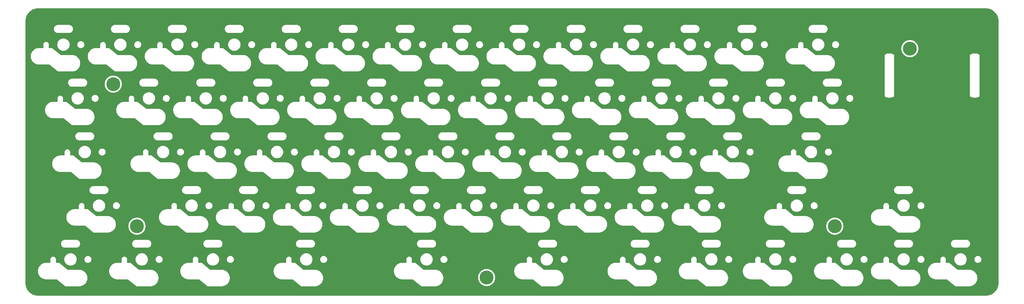
<source format=gbr>
%TF.GenerationSoftware,KiCad,Pcbnew,(7.0.0-0)*%
%TF.CreationDate,2023-02-20T17:49:26-08:00*%
%TF.ProjectId,mt-choc-bottom,6d742d63-686f-4632-9d62-6f74746f6d2e,v1.0*%
%TF.SameCoordinates,Original*%
%TF.FileFunction,Copper,L1,Top*%
%TF.FilePolarity,Positive*%
%FSLAX46Y46*%
G04 Gerber Fmt 4.6, Leading zero omitted, Abs format (unit mm)*
G04 Created by KiCad (PCBNEW (7.0.0-0)) date 2023-02-20 17:49:26*
%MOMM*%
%LPD*%
G01*
G04 APERTURE LIST*
%TA.AperFunction,ComponentPad*%
%ADD10C,0.700000*%
%TD*%
%TA.AperFunction,ComponentPad*%
%ADD11C,4.400000*%
%TD*%
G04 APERTURE END LIST*
D10*
%TO.P,H1,1*%
%TO.N,N/C*%
X81100000Y-102500000D03*
X81583274Y-101333274D03*
X81583274Y-103666726D03*
X82750000Y-100850000D03*
D11*
X82750000Y-102500000D03*
D10*
X82750000Y-104150000D03*
X83916726Y-101333274D03*
X83916726Y-103666726D03*
X84400000Y-102500000D03*
%TD*%
%TO.P,H5,1*%
%TO.N,N/C*%
X309100000Y-147500000D03*
X309583274Y-146333274D03*
X309583274Y-148666726D03*
X310750000Y-145850000D03*
D11*
X310750000Y-147500000D03*
D10*
X310750000Y-149150000D03*
X311916726Y-146333274D03*
X311916726Y-148666726D03*
X312400000Y-147500000D03*
%TD*%
%TO.P,H2,1*%
%TO.N,N/C*%
X88600000Y-147500000D03*
X89083274Y-146333274D03*
X89083274Y-148666726D03*
X90250000Y-145850000D03*
D11*
X90250000Y-147500000D03*
D10*
X90250000Y-149150000D03*
X91416726Y-146333274D03*
X91416726Y-148666726D03*
X91900000Y-147500000D03*
%TD*%
%TO.P,H4,1*%
%TO.N,N/C*%
X332850000Y-91250000D03*
X333333274Y-90083274D03*
X333333274Y-92416726D03*
X334500000Y-89600000D03*
D11*
X334500000Y-91250000D03*
D10*
X334500000Y-92900000D03*
X335666726Y-90083274D03*
X335666726Y-92416726D03*
X336150000Y-91250000D03*
%TD*%
%TO.P,H3,1*%
%TO.N,N/C*%
X199100000Y-163750000D03*
X199583274Y-162583274D03*
X199583274Y-164916726D03*
X200750000Y-162100000D03*
D11*
X200750000Y-163750000D03*
D10*
X200750000Y-165400000D03*
X201916726Y-162583274D03*
X201916726Y-164916726D03*
X202400000Y-163750000D03*
%TD*%
%TA.AperFunction,NonConductor*%
G36*
X358502855Y-78510632D02*
G01*
X358862388Y-78527254D01*
X358873778Y-78528310D01*
X359227401Y-78577638D01*
X359238645Y-78579740D01*
X359586207Y-78661486D01*
X359597197Y-78664613D01*
X359935756Y-78778086D01*
X359946410Y-78782214D01*
X360273038Y-78926434D01*
X360283264Y-78931526D01*
X360392904Y-78992595D01*
X360595188Y-79105267D01*
X360604926Y-79111296D01*
X360899486Y-79313073D01*
X360908626Y-79319976D01*
X361183298Y-79548061D01*
X361191762Y-79555777D01*
X361444222Y-79808237D01*
X361451938Y-79816701D01*
X361680023Y-80091373D01*
X361686926Y-80100513D01*
X361888703Y-80395073D01*
X361894732Y-80404811D01*
X362068466Y-80716721D01*
X362073571Y-80726974D01*
X362217780Y-81053576D01*
X362221918Y-81064256D01*
X362335382Y-81402789D01*
X362338516Y-81413805D01*
X362420257Y-81761346D01*
X362422362Y-81772605D01*
X362471688Y-82126214D01*
X362472745Y-82137618D01*
X362489368Y-82497145D01*
X362489500Y-82502872D01*
X362489500Y-165497128D01*
X362489368Y-165502855D01*
X362472745Y-165862381D01*
X362471688Y-165873785D01*
X362422362Y-166227394D01*
X362420257Y-166238653D01*
X362338516Y-166586194D01*
X362335382Y-166597210D01*
X362221918Y-166935743D01*
X362217780Y-166946423D01*
X362073571Y-167273025D01*
X362068466Y-167283278D01*
X361894732Y-167595188D01*
X361888703Y-167604926D01*
X361686926Y-167899486D01*
X361680023Y-167908626D01*
X361451938Y-168183298D01*
X361444222Y-168191762D01*
X361191762Y-168444222D01*
X361183298Y-168451938D01*
X360908626Y-168680023D01*
X360899486Y-168686926D01*
X360604926Y-168888703D01*
X360595188Y-168894732D01*
X360283278Y-169068466D01*
X360273025Y-169073571D01*
X359946423Y-169217780D01*
X359935743Y-169221918D01*
X359597210Y-169335382D01*
X359586194Y-169338516D01*
X359238653Y-169420257D01*
X359227394Y-169422362D01*
X358873785Y-169471688D01*
X358862381Y-169472745D01*
X358502855Y-169489368D01*
X358497128Y-169489500D01*
X59002872Y-169489500D01*
X58997145Y-169489368D01*
X58637618Y-169472745D01*
X58626214Y-169471688D01*
X58272605Y-169422362D01*
X58261346Y-169420257D01*
X57913805Y-169338516D01*
X57902789Y-169335382D01*
X57564256Y-169221918D01*
X57553576Y-169217780D01*
X57226974Y-169073571D01*
X57216726Y-169068468D01*
X57107096Y-169007405D01*
X56904811Y-168894732D01*
X56895073Y-168888703D01*
X56600513Y-168686926D01*
X56591373Y-168680023D01*
X56316701Y-168451938D01*
X56308237Y-168444222D01*
X56055777Y-168191762D01*
X56048061Y-168183298D01*
X55819976Y-167908626D01*
X55813073Y-167899486D01*
X55611296Y-167604926D01*
X55605267Y-167595188D01*
X55526409Y-167453612D01*
X55431526Y-167283264D01*
X55426434Y-167273038D01*
X55282214Y-166946410D01*
X55278086Y-166935756D01*
X55164613Y-166597197D01*
X55161486Y-166586207D01*
X55079740Y-166238645D01*
X55077637Y-166227394D01*
X55065949Y-166143607D01*
X55028310Y-165873778D01*
X55027254Y-165862381D01*
X55026139Y-165838269D01*
X55010632Y-165502855D01*
X55010500Y-165497128D01*
X55010500Y-161857906D01*
X58939500Y-161857906D01*
X58939950Y-161861614D01*
X58939951Y-161861626D01*
X58977115Y-162167696D01*
X58977567Y-162171416D01*
X58978461Y-162175043D01*
X58978463Y-162175054D01*
X59041055Y-162428996D01*
X59053146Y-162478051D01*
X59054475Y-162481555D01*
X59163809Y-162769846D01*
X59163812Y-162769853D01*
X59165135Y-162773341D01*
X59166865Y-162776638D01*
X59166869Y-162776646D01*
X59310164Y-163049672D01*
X59311900Y-163052979D01*
X59491302Y-163312887D01*
X59493793Y-163315699D01*
X59493794Y-163315700D01*
X59590576Y-163424945D01*
X59700724Y-163549276D01*
X59937113Y-163758698D01*
X60197021Y-163938100D01*
X60476659Y-164084865D01*
X60771949Y-164196854D01*
X61078584Y-164272433D01*
X61392094Y-164310500D01*
X61547912Y-164310500D01*
X61550000Y-164310500D01*
X61553412Y-164310500D01*
X64802142Y-164310500D01*
X64843711Y-164317675D01*
X64880469Y-164338371D01*
X67520491Y-166489500D01*
X67541314Y-166506467D01*
X67541964Y-166508036D01*
X67544558Y-166509110D01*
X67544986Y-166509459D01*
X67546476Y-166509905D01*
X67547912Y-166510500D01*
X67548462Y-166510500D01*
X67551154Y-166511306D01*
X67552649Y-166510500D01*
X71946588Y-166510500D01*
X71952088Y-166510500D01*
X72107906Y-166510500D01*
X72421416Y-166472433D01*
X72728051Y-166396854D01*
X73023341Y-166284865D01*
X73302979Y-166138100D01*
X73562887Y-165958698D01*
X73799276Y-165749276D01*
X74008698Y-165512887D01*
X74188100Y-165252979D01*
X74334865Y-164973341D01*
X74446854Y-164678051D01*
X74522433Y-164371416D01*
X74560500Y-164057906D01*
X74560500Y-163742094D01*
X74522433Y-163428584D01*
X74446854Y-163121949D01*
X74334865Y-162826659D01*
X74188100Y-162547021D01*
X74008698Y-162287113D01*
X73799276Y-162050724D01*
X73698823Y-161961731D01*
X73581629Y-161857906D01*
X81439500Y-161857906D01*
X81439950Y-161861614D01*
X81439951Y-161861626D01*
X81477115Y-162167696D01*
X81477567Y-162171416D01*
X81478461Y-162175043D01*
X81478463Y-162175054D01*
X81541055Y-162428996D01*
X81553146Y-162478051D01*
X81554475Y-162481555D01*
X81663809Y-162769846D01*
X81663812Y-162769853D01*
X81665135Y-162773341D01*
X81666865Y-162776638D01*
X81666869Y-162776646D01*
X81810164Y-163049672D01*
X81811900Y-163052979D01*
X81991302Y-163312887D01*
X81993793Y-163315699D01*
X81993794Y-163315700D01*
X82090576Y-163424945D01*
X82200724Y-163549276D01*
X82437113Y-163758698D01*
X82697021Y-163938100D01*
X82976659Y-164084865D01*
X83271949Y-164196854D01*
X83578584Y-164272433D01*
X83892094Y-164310500D01*
X84047912Y-164310500D01*
X84050000Y-164310500D01*
X84053412Y-164310500D01*
X87302142Y-164310500D01*
X87343711Y-164317675D01*
X87380469Y-164338371D01*
X90020491Y-166489500D01*
X90041314Y-166506467D01*
X90041964Y-166508036D01*
X90044558Y-166509110D01*
X90044986Y-166509459D01*
X90046476Y-166509905D01*
X90047912Y-166510500D01*
X90048462Y-166510500D01*
X90051154Y-166511306D01*
X90052649Y-166510500D01*
X94446588Y-166510500D01*
X94452088Y-166510500D01*
X94607906Y-166510500D01*
X94921416Y-166472433D01*
X95228051Y-166396854D01*
X95523341Y-166284865D01*
X95802979Y-166138100D01*
X96062887Y-165958698D01*
X96299276Y-165749276D01*
X96508698Y-165512887D01*
X96688100Y-165252979D01*
X96834865Y-164973341D01*
X96946854Y-164678051D01*
X97022433Y-164371416D01*
X97060500Y-164057906D01*
X97060500Y-163742094D01*
X97022433Y-163428584D01*
X96946854Y-163121949D01*
X96834865Y-162826659D01*
X96688100Y-162547021D01*
X96508698Y-162287113D01*
X96299276Y-162050724D01*
X96198823Y-161961731D01*
X96081629Y-161857906D01*
X103939500Y-161857906D01*
X103939950Y-161861614D01*
X103939951Y-161861626D01*
X103977115Y-162167696D01*
X103977567Y-162171416D01*
X103978461Y-162175043D01*
X103978463Y-162175054D01*
X104041055Y-162428996D01*
X104053146Y-162478051D01*
X104054475Y-162481555D01*
X104163809Y-162769846D01*
X104163812Y-162769853D01*
X104165135Y-162773341D01*
X104166865Y-162776638D01*
X104166869Y-162776646D01*
X104310164Y-163049672D01*
X104311900Y-163052979D01*
X104491302Y-163312887D01*
X104493793Y-163315699D01*
X104493794Y-163315700D01*
X104590576Y-163424945D01*
X104700724Y-163549276D01*
X104937113Y-163758698D01*
X105197021Y-163938100D01*
X105476659Y-164084865D01*
X105771949Y-164196854D01*
X106078584Y-164272433D01*
X106392094Y-164310500D01*
X106547912Y-164310500D01*
X106550000Y-164310500D01*
X106553412Y-164310500D01*
X109802142Y-164310500D01*
X109843711Y-164317675D01*
X109880469Y-164338371D01*
X112520491Y-166489500D01*
X112541314Y-166506467D01*
X112541964Y-166508036D01*
X112544558Y-166509110D01*
X112544986Y-166509459D01*
X112546476Y-166509905D01*
X112547912Y-166510500D01*
X112548462Y-166510500D01*
X112551154Y-166511306D01*
X112552649Y-166510500D01*
X116946588Y-166510500D01*
X116952088Y-166510500D01*
X117107906Y-166510500D01*
X117421416Y-166472433D01*
X117728051Y-166396854D01*
X118023341Y-166284865D01*
X118302979Y-166138100D01*
X118562887Y-165958698D01*
X118799276Y-165749276D01*
X119008698Y-165512887D01*
X119188100Y-165252979D01*
X119334865Y-164973341D01*
X119446854Y-164678051D01*
X119522433Y-164371416D01*
X119560500Y-164057906D01*
X119560500Y-163742094D01*
X119522433Y-163428584D01*
X119446854Y-163121949D01*
X119334865Y-162826659D01*
X119188100Y-162547021D01*
X119008698Y-162287113D01*
X118799276Y-162050724D01*
X118698823Y-161961731D01*
X118581629Y-161857906D01*
X133439500Y-161857906D01*
X133439950Y-161861614D01*
X133439951Y-161861626D01*
X133477115Y-162167696D01*
X133477567Y-162171416D01*
X133478461Y-162175043D01*
X133478463Y-162175054D01*
X133541055Y-162428996D01*
X133553146Y-162478051D01*
X133554475Y-162481555D01*
X133663809Y-162769846D01*
X133663812Y-162769853D01*
X133665135Y-162773341D01*
X133666865Y-162776638D01*
X133666869Y-162776646D01*
X133810164Y-163049672D01*
X133811900Y-163052979D01*
X133991302Y-163312887D01*
X133993793Y-163315699D01*
X133993794Y-163315700D01*
X134090576Y-163424945D01*
X134200724Y-163549276D01*
X134437113Y-163758698D01*
X134697021Y-163938100D01*
X134976659Y-164084865D01*
X135271949Y-164196854D01*
X135578584Y-164272433D01*
X135892094Y-164310500D01*
X136047912Y-164310500D01*
X136050000Y-164310500D01*
X136053412Y-164310500D01*
X139302142Y-164310500D01*
X139343711Y-164317675D01*
X139380469Y-164338371D01*
X142020491Y-166489500D01*
X142041314Y-166506467D01*
X142041964Y-166508036D01*
X142044558Y-166509110D01*
X142044986Y-166509459D01*
X142046476Y-166509905D01*
X142047912Y-166510500D01*
X142048462Y-166510500D01*
X142051154Y-166511306D01*
X142052649Y-166510500D01*
X146446588Y-166510500D01*
X146452088Y-166510500D01*
X146607906Y-166510500D01*
X146921416Y-166472433D01*
X147228051Y-166396854D01*
X147523341Y-166284865D01*
X147802979Y-166138100D01*
X148062887Y-165958698D01*
X148299276Y-165749276D01*
X148508698Y-165512887D01*
X148688100Y-165252979D01*
X148834865Y-164973341D01*
X148946854Y-164678051D01*
X149022433Y-164371416D01*
X149060500Y-164057906D01*
X149060500Y-163742094D01*
X149022433Y-163428584D01*
X148946854Y-163121949D01*
X148834865Y-162826659D01*
X148688100Y-162547021D01*
X148508698Y-162287113D01*
X148299276Y-162050724D01*
X148198823Y-161961731D01*
X148081629Y-161857906D01*
X171439500Y-161857906D01*
X171439950Y-161861614D01*
X171439951Y-161861626D01*
X171477115Y-162167696D01*
X171477567Y-162171416D01*
X171478461Y-162175043D01*
X171478463Y-162175054D01*
X171541055Y-162428996D01*
X171553146Y-162478051D01*
X171554475Y-162481555D01*
X171663809Y-162769846D01*
X171663812Y-162769853D01*
X171665135Y-162773341D01*
X171666865Y-162776638D01*
X171666869Y-162776646D01*
X171810164Y-163049672D01*
X171811900Y-163052979D01*
X171991302Y-163312887D01*
X171993793Y-163315699D01*
X171993794Y-163315700D01*
X172090576Y-163424945D01*
X172200724Y-163549276D01*
X172437113Y-163758698D01*
X172697021Y-163938100D01*
X172976659Y-164084865D01*
X173271949Y-164196854D01*
X173578584Y-164272433D01*
X173892094Y-164310500D01*
X174047912Y-164310500D01*
X174050000Y-164310500D01*
X174053412Y-164310500D01*
X177302142Y-164310500D01*
X177343711Y-164317675D01*
X177380469Y-164338371D01*
X180020491Y-166489500D01*
X180041314Y-166506467D01*
X180041964Y-166508036D01*
X180044558Y-166509110D01*
X180044986Y-166509459D01*
X180046476Y-166509905D01*
X180047912Y-166510500D01*
X180048462Y-166510500D01*
X180051154Y-166511306D01*
X180052649Y-166510500D01*
X184446588Y-166510500D01*
X184452088Y-166510500D01*
X184607906Y-166510500D01*
X184921416Y-166472433D01*
X185228051Y-166396854D01*
X185523341Y-166284865D01*
X185802979Y-166138100D01*
X186062887Y-165958698D01*
X186299276Y-165749276D01*
X186508698Y-165512887D01*
X186688100Y-165252979D01*
X186834865Y-164973341D01*
X186946854Y-164678051D01*
X187022433Y-164371416D01*
X187060500Y-164057906D01*
X187060500Y-163750000D01*
X198044564Y-163750000D01*
X198044790Y-163753736D01*
X198064063Y-164072362D01*
X198064064Y-164072372D01*
X198064290Y-164076104D01*
X198064963Y-164079778D01*
X198064965Y-164079792D01*
X198122502Y-164393762D01*
X198122504Y-164393771D01*
X198123179Y-164397453D01*
X198220373Y-164709361D01*
X198354455Y-165007279D01*
X198356388Y-165010477D01*
X198356392Y-165010484D01*
X198521532Y-165283658D01*
X198521536Y-165283663D01*
X198523470Y-165286863D01*
X198724952Y-165544036D01*
X198955964Y-165775048D01*
X199213137Y-165976530D01*
X199216339Y-165978466D01*
X199216341Y-165978467D01*
X199489515Y-166143607D01*
X199492721Y-166145545D01*
X199790639Y-166279627D01*
X200102547Y-166376821D01*
X200423896Y-166435710D01*
X200750000Y-166455436D01*
X201076104Y-166435710D01*
X201397453Y-166376821D01*
X201709361Y-166279627D01*
X202007279Y-166145545D01*
X202286863Y-165976530D01*
X202544036Y-165775048D01*
X202775048Y-165544036D01*
X202976530Y-165286863D01*
X203145545Y-165007279D01*
X203279627Y-164709361D01*
X203376821Y-164397453D01*
X203435710Y-164076104D01*
X203455436Y-163750000D01*
X203435710Y-163423896D01*
X203376821Y-163102547D01*
X203279627Y-162790639D01*
X203145545Y-162492721D01*
X202976530Y-162213137D01*
X202775048Y-161955964D01*
X202676990Y-161857906D01*
X209439500Y-161857906D01*
X209439950Y-161861614D01*
X209439951Y-161861626D01*
X209477115Y-162167696D01*
X209477567Y-162171416D01*
X209478461Y-162175043D01*
X209478463Y-162175054D01*
X209541055Y-162428996D01*
X209553146Y-162478051D01*
X209554475Y-162481555D01*
X209663809Y-162769846D01*
X209663812Y-162769853D01*
X209665135Y-162773341D01*
X209666865Y-162776638D01*
X209666869Y-162776646D01*
X209810164Y-163049672D01*
X209811900Y-163052979D01*
X209991302Y-163312887D01*
X209993793Y-163315699D01*
X209993794Y-163315700D01*
X210090576Y-163424945D01*
X210200724Y-163549276D01*
X210437113Y-163758698D01*
X210697021Y-163938100D01*
X210976659Y-164084865D01*
X211271949Y-164196854D01*
X211578584Y-164272433D01*
X211892094Y-164310500D01*
X212047912Y-164310500D01*
X212050000Y-164310500D01*
X212053412Y-164310500D01*
X215302142Y-164310500D01*
X215343711Y-164317675D01*
X215380469Y-164338371D01*
X218020491Y-166489500D01*
X218041314Y-166506467D01*
X218041964Y-166508036D01*
X218044558Y-166509110D01*
X218044986Y-166509459D01*
X218046476Y-166509905D01*
X218047912Y-166510500D01*
X218048462Y-166510500D01*
X218051154Y-166511306D01*
X218052649Y-166510500D01*
X222446588Y-166510500D01*
X222452088Y-166510500D01*
X222607906Y-166510500D01*
X222921416Y-166472433D01*
X223228051Y-166396854D01*
X223523341Y-166284865D01*
X223802979Y-166138100D01*
X224062887Y-165958698D01*
X224299276Y-165749276D01*
X224508698Y-165512887D01*
X224688100Y-165252979D01*
X224834865Y-164973341D01*
X224946854Y-164678051D01*
X225022433Y-164371416D01*
X225060500Y-164057906D01*
X225060500Y-163742094D01*
X225022433Y-163428584D01*
X224946854Y-163121949D01*
X224834865Y-162826659D01*
X224688100Y-162547021D01*
X224508698Y-162287113D01*
X224299276Y-162050724D01*
X224198823Y-161961731D01*
X224081629Y-161857906D01*
X238939500Y-161857906D01*
X238939950Y-161861614D01*
X238939951Y-161861626D01*
X238977115Y-162167696D01*
X238977567Y-162171416D01*
X238978461Y-162175043D01*
X238978463Y-162175054D01*
X239041055Y-162428996D01*
X239053146Y-162478051D01*
X239054475Y-162481555D01*
X239163809Y-162769846D01*
X239163812Y-162769853D01*
X239165135Y-162773341D01*
X239166865Y-162776638D01*
X239166869Y-162776646D01*
X239310164Y-163049672D01*
X239311900Y-163052979D01*
X239491302Y-163312887D01*
X239493793Y-163315699D01*
X239493794Y-163315700D01*
X239590576Y-163424945D01*
X239700724Y-163549276D01*
X239937113Y-163758698D01*
X240197021Y-163938100D01*
X240476659Y-164084865D01*
X240771949Y-164196854D01*
X241078584Y-164272433D01*
X241392094Y-164310500D01*
X241547912Y-164310500D01*
X241550000Y-164310500D01*
X241553412Y-164310500D01*
X244802142Y-164310500D01*
X244843711Y-164317675D01*
X244880469Y-164338371D01*
X247520491Y-166489500D01*
X247541314Y-166506467D01*
X247541964Y-166508036D01*
X247544558Y-166509110D01*
X247544986Y-166509459D01*
X247546476Y-166509905D01*
X247547912Y-166510500D01*
X247548462Y-166510500D01*
X247551154Y-166511306D01*
X247552649Y-166510500D01*
X251946588Y-166510500D01*
X251952088Y-166510500D01*
X252107906Y-166510500D01*
X252421416Y-166472433D01*
X252728051Y-166396854D01*
X253023341Y-166284865D01*
X253302979Y-166138100D01*
X253562887Y-165958698D01*
X253799276Y-165749276D01*
X254008698Y-165512887D01*
X254188100Y-165252979D01*
X254334865Y-164973341D01*
X254446854Y-164678051D01*
X254522433Y-164371416D01*
X254560500Y-164057906D01*
X254560500Y-163742094D01*
X254522433Y-163428584D01*
X254446854Y-163121949D01*
X254334865Y-162826659D01*
X254188100Y-162547021D01*
X254008698Y-162287113D01*
X253799276Y-162050724D01*
X253698823Y-161961731D01*
X253581629Y-161857906D01*
X261439500Y-161857906D01*
X261439950Y-161861614D01*
X261439951Y-161861626D01*
X261477115Y-162167696D01*
X261477567Y-162171416D01*
X261478461Y-162175043D01*
X261478463Y-162175054D01*
X261541055Y-162428996D01*
X261553146Y-162478051D01*
X261554475Y-162481555D01*
X261663809Y-162769846D01*
X261663812Y-162769853D01*
X261665135Y-162773341D01*
X261666865Y-162776638D01*
X261666869Y-162776646D01*
X261810164Y-163049672D01*
X261811900Y-163052979D01*
X261991302Y-163312887D01*
X261993793Y-163315699D01*
X261993794Y-163315700D01*
X262090576Y-163424945D01*
X262200724Y-163549276D01*
X262437113Y-163758698D01*
X262697021Y-163938100D01*
X262976659Y-164084865D01*
X263271949Y-164196854D01*
X263578584Y-164272433D01*
X263892094Y-164310500D01*
X264047912Y-164310500D01*
X264050000Y-164310500D01*
X264053412Y-164310500D01*
X267302142Y-164310500D01*
X267343711Y-164317675D01*
X267380469Y-164338371D01*
X270020491Y-166489500D01*
X270041314Y-166506467D01*
X270041964Y-166508036D01*
X270044558Y-166509110D01*
X270044986Y-166509459D01*
X270046476Y-166509905D01*
X270047912Y-166510500D01*
X270048462Y-166510500D01*
X270051154Y-166511306D01*
X270052649Y-166510500D01*
X274446588Y-166510500D01*
X274452088Y-166510500D01*
X274607906Y-166510500D01*
X274921416Y-166472433D01*
X275228051Y-166396854D01*
X275523341Y-166284865D01*
X275802979Y-166138100D01*
X276062887Y-165958698D01*
X276299276Y-165749276D01*
X276508698Y-165512887D01*
X276688100Y-165252979D01*
X276834865Y-164973341D01*
X276946854Y-164678051D01*
X277022433Y-164371416D01*
X277060500Y-164057906D01*
X277060500Y-163742094D01*
X277022433Y-163428584D01*
X276946854Y-163121949D01*
X276834865Y-162826659D01*
X276688100Y-162547021D01*
X276508698Y-162287113D01*
X276299276Y-162050724D01*
X276198823Y-161961731D01*
X276081629Y-161857906D01*
X281689500Y-161857906D01*
X281689950Y-161861614D01*
X281689951Y-161861626D01*
X281727115Y-162167696D01*
X281727567Y-162171416D01*
X281728461Y-162175043D01*
X281728463Y-162175054D01*
X281791055Y-162428996D01*
X281803146Y-162478051D01*
X281804475Y-162481555D01*
X281913809Y-162769846D01*
X281913812Y-162769853D01*
X281915135Y-162773341D01*
X281916865Y-162776638D01*
X281916869Y-162776646D01*
X282060164Y-163049672D01*
X282061900Y-163052979D01*
X282241302Y-163312887D01*
X282243793Y-163315699D01*
X282243794Y-163315700D01*
X282340576Y-163424945D01*
X282450724Y-163549276D01*
X282687113Y-163758698D01*
X282947021Y-163938100D01*
X283226659Y-164084865D01*
X283521949Y-164196854D01*
X283828584Y-164272433D01*
X284142094Y-164310500D01*
X284297912Y-164310500D01*
X284300000Y-164310500D01*
X284303412Y-164310500D01*
X287552142Y-164310500D01*
X287593711Y-164317675D01*
X287630469Y-164338371D01*
X290270491Y-166489500D01*
X290291314Y-166506467D01*
X290291964Y-166508036D01*
X290294558Y-166509110D01*
X290294986Y-166509459D01*
X290296476Y-166509905D01*
X290297912Y-166510500D01*
X290298462Y-166510500D01*
X290301154Y-166511306D01*
X290302649Y-166510500D01*
X294696588Y-166510500D01*
X294702088Y-166510500D01*
X294857906Y-166510500D01*
X295171416Y-166472433D01*
X295478051Y-166396854D01*
X295773341Y-166284865D01*
X296052979Y-166138100D01*
X296312887Y-165958698D01*
X296549276Y-165749276D01*
X296758698Y-165512887D01*
X296938100Y-165252979D01*
X297084865Y-164973341D01*
X297196854Y-164678051D01*
X297272433Y-164371416D01*
X297310500Y-164057906D01*
X297310500Y-163742094D01*
X297272433Y-163428584D01*
X297196854Y-163121949D01*
X297084865Y-162826659D01*
X296938100Y-162547021D01*
X296758698Y-162287113D01*
X296549276Y-162050724D01*
X296448823Y-161961731D01*
X296331629Y-161857906D01*
X304189500Y-161857906D01*
X304189950Y-161861614D01*
X304189951Y-161861626D01*
X304227115Y-162167696D01*
X304227567Y-162171416D01*
X304228461Y-162175043D01*
X304228463Y-162175054D01*
X304291055Y-162428996D01*
X304303146Y-162478051D01*
X304304475Y-162481555D01*
X304413809Y-162769846D01*
X304413812Y-162769853D01*
X304415135Y-162773341D01*
X304416865Y-162776638D01*
X304416869Y-162776646D01*
X304560164Y-163049672D01*
X304561900Y-163052979D01*
X304741302Y-163312887D01*
X304743793Y-163315699D01*
X304743794Y-163315700D01*
X304840576Y-163424945D01*
X304950724Y-163549276D01*
X305187113Y-163758698D01*
X305447021Y-163938100D01*
X305726659Y-164084865D01*
X306021949Y-164196854D01*
X306328584Y-164272433D01*
X306642094Y-164310500D01*
X306797912Y-164310500D01*
X306800000Y-164310500D01*
X306803412Y-164310500D01*
X310052142Y-164310500D01*
X310093711Y-164317675D01*
X310130469Y-164338371D01*
X312770491Y-166489500D01*
X312791314Y-166506467D01*
X312791964Y-166508036D01*
X312794558Y-166509110D01*
X312794986Y-166509459D01*
X312796476Y-166509905D01*
X312797912Y-166510500D01*
X312798462Y-166510500D01*
X312801154Y-166511306D01*
X312802649Y-166510500D01*
X317196588Y-166510500D01*
X317202088Y-166510500D01*
X317357906Y-166510500D01*
X317671416Y-166472433D01*
X317978051Y-166396854D01*
X318273341Y-166284865D01*
X318552979Y-166138100D01*
X318812887Y-165958698D01*
X319049276Y-165749276D01*
X319258698Y-165512887D01*
X319438100Y-165252979D01*
X319584865Y-164973341D01*
X319696854Y-164678051D01*
X319772433Y-164371416D01*
X319810500Y-164057906D01*
X319810500Y-163742094D01*
X319772433Y-163428584D01*
X319696854Y-163121949D01*
X319584865Y-162826659D01*
X319438100Y-162547021D01*
X319258698Y-162287113D01*
X319049276Y-162050724D01*
X318948823Y-161961731D01*
X318831629Y-161857906D01*
X322189500Y-161857906D01*
X322189950Y-161861614D01*
X322189951Y-161861626D01*
X322227115Y-162167696D01*
X322227567Y-162171416D01*
X322228461Y-162175043D01*
X322228463Y-162175054D01*
X322291055Y-162428996D01*
X322303146Y-162478051D01*
X322304475Y-162481555D01*
X322413809Y-162769846D01*
X322413812Y-162769853D01*
X322415135Y-162773341D01*
X322416865Y-162776638D01*
X322416869Y-162776646D01*
X322560164Y-163049672D01*
X322561900Y-163052979D01*
X322741302Y-163312887D01*
X322743793Y-163315699D01*
X322743794Y-163315700D01*
X322840576Y-163424945D01*
X322950724Y-163549276D01*
X323187113Y-163758698D01*
X323447021Y-163938100D01*
X323726659Y-164084865D01*
X324021949Y-164196854D01*
X324328584Y-164272433D01*
X324642094Y-164310500D01*
X324797912Y-164310500D01*
X324800000Y-164310500D01*
X324803412Y-164310500D01*
X328052142Y-164310500D01*
X328093711Y-164317675D01*
X328130469Y-164338371D01*
X330770491Y-166489500D01*
X330791314Y-166506467D01*
X330791964Y-166508036D01*
X330794558Y-166509110D01*
X330794986Y-166509459D01*
X330796476Y-166509905D01*
X330797912Y-166510500D01*
X330798462Y-166510500D01*
X330801154Y-166511306D01*
X330802649Y-166510500D01*
X335196588Y-166510500D01*
X335202088Y-166510500D01*
X335357906Y-166510500D01*
X335671416Y-166472433D01*
X335978051Y-166396854D01*
X336273341Y-166284865D01*
X336552979Y-166138100D01*
X336812887Y-165958698D01*
X337049276Y-165749276D01*
X337258698Y-165512887D01*
X337438100Y-165252979D01*
X337584865Y-164973341D01*
X337696854Y-164678051D01*
X337772433Y-164371416D01*
X337810500Y-164057906D01*
X337810500Y-163742094D01*
X337772433Y-163428584D01*
X337696854Y-163121949D01*
X337584865Y-162826659D01*
X337438100Y-162547021D01*
X337258698Y-162287113D01*
X337049276Y-162050724D01*
X336948823Y-161961731D01*
X336831629Y-161857906D01*
X340189500Y-161857906D01*
X340189950Y-161861614D01*
X340189951Y-161861626D01*
X340227115Y-162167696D01*
X340227567Y-162171416D01*
X340228461Y-162175043D01*
X340228463Y-162175054D01*
X340291055Y-162428996D01*
X340303146Y-162478051D01*
X340304475Y-162481555D01*
X340413809Y-162769846D01*
X340413812Y-162769853D01*
X340415135Y-162773341D01*
X340416865Y-162776638D01*
X340416869Y-162776646D01*
X340560164Y-163049672D01*
X340561900Y-163052979D01*
X340741302Y-163312887D01*
X340743793Y-163315699D01*
X340743794Y-163315700D01*
X340840576Y-163424945D01*
X340950724Y-163549276D01*
X341187113Y-163758698D01*
X341447021Y-163938100D01*
X341726659Y-164084865D01*
X342021949Y-164196854D01*
X342328584Y-164272433D01*
X342642094Y-164310500D01*
X342797912Y-164310500D01*
X342800000Y-164310500D01*
X342803412Y-164310500D01*
X346052142Y-164310500D01*
X346093711Y-164317675D01*
X346130469Y-164338371D01*
X348770491Y-166489500D01*
X348791314Y-166506467D01*
X348791964Y-166508036D01*
X348794558Y-166509110D01*
X348794986Y-166509459D01*
X348796476Y-166509905D01*
X348797912Y-166510500D01*
X348798462Y-166510500D01*
X348801154Y-166511306D01*
X348802649Y-166510500D01*
X353196588Y-166510500D01*
X353202088Y-166510500D01*
X353357906Y-166510500D01*
X353671416Y-166472433D01*
X353978051Y-166396854D01*
X354273341Y-166284865D01*
X354552979Y-166138100D01*
X354812887Y-165958698D01*
X355049276Y-165749276D01*
X355258698Y-165512887D01*
X355438100Y-165252979D01*
X355584865Y-164973341D01*
X355696854Y-164678051D01*
X355772433Y-164371416D01*
X355810500Y-164057906D01*
X355810500Y-163742094D01*
X355772433Y-163428584D01*
X355696854Y-163121949D01*
X355584865Y-162826659D01*
X355438100Y-162547021D01*
X355258698Y-162287113D01*
X355049276Y-162050724D01*
X354948823Y-161961731D01*
X354815700Y-161843794D01*
X354815699Y-161843793D01*
X354812887Y-161841302D01*
X354809800Y-161839171D01*
X354809796Y-161839168D01*
X354556056Y-161664024D01*
X354556057Y-161664024D01*
X354552979Y-161661900D01*
X354549676Y-161660166D01*
X354549672Y-161660164D01*
X354276646Y-161516869D01*
X354276638Y-161516865D01*
X354273341Y-161515135D01*
X354269853Y-161513812D01*
X354269846Y-161513809D01*
X353981555Y-161404475D01*
X353981556Y-161404475D01*
X353978051Y-161403146D01*
X353974417Y-161402250D01*
X353974413Y-161402249D01*
X353675054Y-161328463D01*
X353675043Y-161328461D01*
X353671416Y-161327567D01*
X353667701Y-161327115D01*
X353667696Y-161327115D01*
X353361626Y-161289951D01*
X353361614Y-161289950D01*
X353357906Y-161289500D01*
X353354157Y-161289500D01*
X349647858Y-161289500D01*
X349606289Y-161282325D01*
X349569531Y-161261629D01*
X346918491Y-159101522D01*
X346918490Y-159101521D01*
X346908685Y-159093532D01*
X346908036Y-159091964D01*
X346905441Y-159090889D01*
X346905014Y-159090541D01*
X346903523Y-159090094D01*
X346902088Y-159089500D01*
X346901538Y-159089500D01*
X346898846Y-159088694D01*
X346897351Y-159089500D01*
X345984500Y-159089500D01*
X345922500Y-159072887D01*
X345877113Y-159027500D01*
X345860500Y-158965500D01*
X345860500Y-158000000D01*
X348544518Y-158000000D01*
X348544834Y-158004418D01*
X348564105Y-158273871D01*
X348564106Y-158273880D01*
X348564422Y-158278294D01*
X348565362Y-158282619D01*
X348565364Y-158282627D01*
X348603785Y-158459244D01*
X348623729Y-158550923D01*
X348625278Y-158555076D01*
X348719683Y-158808188D01*
X348719685Y-158808194D01*
X348721231Y-158812337D01*
X348854944Y-159057213D01*
X349022145Y-159280568D01*
X349219432Y-159477855D01*
X349442787Y-159645056D01*
X349687663Y-159778769D01*
X349949077Y-159876271D01*
X350221706Y-159935578D01*
X350430343Y-159950500D01*
X350567442Y-159950500D01*
X350569657Y-159950500D01*
X350778294Y-159935578D01*
X351050923Y-159876271D01*
X351312337Y-159778769D01*
X351557213Y-159645056D01*
X351780568Y-159477855D01*
X351977855Y-159280568D01*
X352145056Y-159057213D01*
X352278769Y-158812337D01*
X352376271Y-158550923D01*
X352435578Y-158278294D01*
X352455482Y-158000000D01*
X352451720Y-157947398D01*
X354895746Y-157947398D01*
X354896026Y-157953282D01*
X354896026Y-157953289D01*
X354900757Y-158052602D01*
X354905746Y-158157330D01*
X354907135Y-158163058D01*
X354907137Y-158163067D01*
X354936143Y-158282627D01*
X354955296Y-158361576D01*
X355042604Y-158552753D01*
X355046031Y-158557566D01*
X355046032Y-158557567D01*
X355105626Y-158641256D01*
X355164514Y-158723952D01*
X355168791Y-158728030D01*
X355252858Y-158808188D01*
X355316622Y-158868986D01*
X355493428Y-158982613D01*
X355498911Y-158984808D01*
X355498913Y-158984809D01*
X355670041Y-159053318D01*
X355688543Y-159060725D01*
X355894915Y-159100500D01*
X356049471Y-159100500D01*
X356052425Y-159100500D01*
X356209218Y-159085528D01*
X356410875Y-159026316D01*
X356597682Y-158930011D01*
X356762886Y-158800092D01*
X356900519Y-158641256D01*
X357005604Y-158459244D01*
X357074344Y-158260633D01*
X357104254Y-158052602D01*
X357094254Y-157842670D01*
X357044704Y-157638424D01*
X356957396Y-157447247D01*
X356835486Y-157276048D01*
X356751800Y-157196254D01*
X356687651Y-157135088D01*
X356687649Y-157135086D01*
X356683378Y-157131014D01*
X356584210Y-157067282D01*
X356511544Y-157020582D01*
X356511541Y-157020580D01*
X356506572Y-157017387D01*
X356501092Y-157015193D01*
X356501086Y-157015190D01*
X356316939Y-156941469D01*
X356316932Y-156941467D01*
X356311457Y-156939275D01*
X356305662Y-156938158D01*
X356305655Y-156938156D01*
X356110882Y-156900617D01*
X356110879Y-156900616D01*
X356105085Y-156899500D01*
X355947575Y-156899500D01*
X355944646Y-156899779D01*
X355944639Y-156899780D01*
X355796662Y-156913910D01*
X355796656Y-156913911D01*
X355790782Y-156914472D01*
X355785112Y-156916136D01*
X355785111Y-156916137D01*
X355594787Y-156972021D01*
X355594782Y-156972022D01*
X355589125Y-156973684D01*
X355583884Y-156976385D01*
X355583881Y-156976387D01*
X355407568Y-157067282D01*
X355407564Y-157067284D01*
X355402318Y-157069989D01*
X355397676Y-157073638D01*
X355397672Y-157073642D01*
X355241759Y-157196254D01*
X355241752Y-157196260D01*
X355237114Y-157199908D01*
X355233250Y-157204367D01*
X355233245Y-157204372D01*
X355122996Y-157331606D01*
X355099481Y-157358744D01*
X355096530Y-157363854D01*
X355096528Y-157363858D01*
X354997352Y-157535635D01*
X354997349Y-157535640D01*
X354994396Y-157540756D01*
X354992465Y-157546335D01*
X354992461Y-157546344D01*
X354927587Y-157733785D01*
X354927584Y-157733794D01*
X354925656Y-157739367D01*
X354924816Y-157745203D01*
X354924815Y-157745211D01*
X354896585Y-157941558D01*
X354896584Y-157941564D01*
X354895746Y-157947398D01*
X352451720Y-157947398D01*
X352435578Y-157721706D01*
X352376271Y-157449077D01*
X352278769Y-157187663D01*
X352145056Y-156942787D01*
X351977855Y-156719432D01*
X351780568Y-156522145D01*
X351557213Y-156354944D01*
X351312337Y-156221231D01*
X351308194Y-156219685D01*
X351308188Y-156219683D01*
X351055076Y-156125278D01*
X351050923Y-156123729D01*
X351046591Y-156122786D01*
X351046589Y-156122786D01*
X350782627Y-156065364D01*
X350782619Y-156065362D01*
X350778294Y-156064422D01*
X350773880Y-156064106D01*
X350773871Y-156064105D01*
X350571867Y-156049658D01*
X350571865Y-156049657D01*
X350569657Y-156049500D01*
X350430343Y-156049500D01*
X350428135Y-156049657D01*
X350428132Y-156049658D01*
X350226128Y-156064105D01*
X350226117Y-156064106D01*
X350221706Y-156064422D01*
X350217382Y-156065362D01*
X350217372Y-156065364D01*
X349953410Y-156122786D01*
X349953404Y-156122787D01*
X349949077Y-156123729D01*
X349944927Y-156125276D01*
X349944923Y-156125278D01*
X349691811Y-156219683D01*
X349691800Y-156219687D01*
X349687663Y-156221231D01*
X349683781Y-156223350D01*
X349683776Y-156223353D01*
X349446681Y-156352817D01*
X349446673Y-156352821D01*
X349442787Y-156354944D01*
X349439237Y-156357601D01*
X349439233Y-156357604D01*
X349222983Y-156519486D01*
X349222976Y-156519491D01*
X349219432Y-156522145D01*
X349216301Y-156525275D01*
X349216294Y-156525282D01*
X349025282Y-156716294D01*
X349025275Y-156716301D01*
X349022145Y-156719432D01*
X349019491Y-156722976D01*
X349019486Y-156722983D01*
X348857604Y-156939233D01*
X348854944Y-156942787D01*
X348852821Y-156946673D01*
X348852817Y-156946681D01*
X348728201Y-157174898D01*
X348721231Y-157187663D01*
X348719687Y-157191800D01*
X348719683Y-157191811D01*
X348626207Y-157442432D01*
X348623729Y-157449077D01*
X348622787Y-157453404D01*
X348622786Y-157453410D01*
X348565364Y-157717372D01*
X348565362Y-157717382D01*
X348564422Y-157721706D01*
X348564106Y-157726117D01*
X348564105Y-157726128D01*
X348548698Y-157941558D01*
X348544518Y-158000000D01*
X345860500Y-158000000D01*
X345860500Y-157921344D01*
X345860500Y-157915248D01*
X345827432Y-157749001D01*
X345762566Y-157592400D01*
X345668394Y-157451463D01*
X345548537Y-157331606D01*
X345407600Y-157237434D01*
X345317004Y-157199908D01*
X345256625Y-157174898D01*
X345256621Y-157174897D01*
X345250999Y-157172568D01*
X345245028Y-157171380D01*
X345245024Y-157171379D01*
X345090732Y-157140689D01*
X345090727Y-157140688D01*
X345084752Y-157139500D01*
X344915248Y-157139500D01*
X344909273Y-157140688D01*
X344909267Y-157140689D01*
X344754975Y-157171379D01*
X344754968Y-157171381D01*
X344749001Y-157172568D01*
X344743380Y-157174895D01*
X344743374Y-157174898D01*
X344598029Y-157235102D01*
X344598025Y-157235103D01*
X344592400Y-157237434D01*
X344587338Y-157240816D01*
X344587333Y-157240819D01*
X344456527Y-157328222D01*
X344451463Y-157331606D01*
X344447160Y-157335908D01*
X344447155Y-157335913D01*
X344335913Y-157447155D01*
X344335908Y-157447160D01*
X344331606Y-157451463D01*
X344328223Y-157456524D01*
X344328222Y-157456527D01*
X344240819Y-157587333D01*
X344240816Y-157587338D01*
X344237434Y-157592400D01*
X344235103Y-157598025D01*
X344235102Y-157598029D01*
X344174898Y-157743374D01*
X344174895Y-157743380D01*
X344172568Y-157749001D01*
X344171381Y-157754968D01*
X344171379Y-157754975D01*
X344140689Y-157909267D01*
X344140688Y-157909273D01*
X344139500Y-157915248D01*
X344139500Y-157921344D01*
X344139500Y-158965500D01*
X344122887Y-159027500D01*
X344077500Y-159072887D01*
X344015500Y-159089500D01*
X342803412Y-159089500D01*
X342800000Y-159089500D01*
X342642094Y-159089500D01*
X342638386Y-159089950D01*
X342638373Y-159089951D01*
X342332303Y-159127115D01*
X342332296Y-159127116D01*
X342328584Y-159127567D01*
X342324959Y-159128460D01*
X342324945Y-159128463D01*
X342025586Y-159202249D01*
X342025577Y-159202251D01*
X342021949Y-159203146D01*
X342018448Y-159204473D01*
X342018444Y-159204475D01*
X341730153Y-159313809D01*
X341730140Y-159313814D01*
X341726659Y-159315135D01*
X341723367Y-159316862D01*
X341723353Y-159316869D01*
X341450327Y-159460164D01*
X341450315Y-159460170D01*
X341447021Y-159461900D01*
X341443949Y-159464019D01*
X341443943Y-159464024D01*
X341190203Y-159639168D01*
X341190190Y-159639177D01*
X341187113Y-159641302D01*
X341184308Y-159643786D01*
X341184299Y-159643794D01*
X340953529Y-159848238D01*
X340953520Y-159848246D01*
X340950724Y-159850724D01*
X340948246Y-159853520D01*
X340948238Y-159853529D01*
X340743794Y-160084299D01*
X340743786Y-160084308D01*
X340741302Y-160087113D01*
X340739177Y-160090190D01*
X340739168Y-160090203D01*
X340564024Y-160343943D01*
X340564019Y-160343949D01*
X340561900Y-160347021D01*
X340560170Y-160350315D01*
X340560164Y-160350327D01*
X340416869Y-160623353D01*
X340416862Y-160623367D01*
X340415135Y-160626659D01*
X340413814Y-160630140D01*
X340413809Y-160630153D01*
X340356316Y-160781751D01*
X340303146Y-160921949D01*
X340302251Y-160925577D01*
X340302249Y-160925586D01*
X340228463Y-161224945D01*
X340228460Y-161224959D01*
X340227567Y-161228584D01*
X340227116Y-161232296D01*
X340227115Y-161232303D01*
X340189951Y-161538373D01*
X340189950Y-161538386D01*
X340189500Y-161542094D01*
X340189500Y-161857906D01*
X336831629Y-161857906D01*
X336815700Y-161843794D01*
X336815699Y-161843793D01*
X336812887Y-161841302D01*
X336809800Y-161839171D01*
X336809796Y-161839168D01*
X336556056Y-161664024D01*
X336556057Y-161664024D01*
X336552979Y-161661900D01*
X336549676Y-161660166D01*
X336549672Y-161660164D01*
X336276646Y-161516869D01*
X336276638Y-161516865D01*
X336273341Y-161515135D01*
X336269853Y-161513812D01*
X336269846Y-161513809D01*
X335981555Y-161404475D01*
X335981556Y-161404475D01*
X335978051Y-161403146D01*
X335974417Y-161402250D01*
X335974413Y-161402249D01*
X335675054Y-161328463D01*
X335675043Y-161328461D01*
X335671416Y-161327567D01*
X335667701Y-161327115D01*
X335667696Y-161327115D01*
X335361626Y-161289951D01*
X335361614Y-161289950D01*
X335357906Y-161289500D01*
X335354157Y-161289500D01*
X331647858Y-161289500D01*
X331606289Y-161282325D01*
X331569531Y-161261629D01*
X328918491Y-159101522D01*
X328918490Y-159101521D01*
X328908685Y-159093532D01*
X328908036Y-159091964D01*
X328905441Y-159090889D01*
X328905014Y-159090541D01*
X328903523Y-159090094D01*
X328902088Y-159089500D01*
X328901538Y-159089500D01*
X328898846Y-159088694D01*
X328897351Y-159089500D01*
X327984500Y-159089500D01*
X327922500Y-159072887D01*
X327877113Y-159027500D01*
X327860500Y-158965500D01*
X327860500Y-158000000D01*
X330544518Y-158000000D01*
X330544834Y-158004418D01*
X330564105Y-158273871D01*
X330564106Y-158273880D01*
X330564422Y-158278294D01*
X330565362Y-158282619D01*
X330565364Y-158282627D01*
X330603785Y-158459244D01*
X330623729Y-158550923D01*
X330625278Y-158555076D01*
X330719683Y-158808188D01*
X330719685Y-158808194D01*
X330721231Y-158812337D01*
X330854944Y-159057213D01*
X331022145Y-159280568D01*
X331219432Y-159477855D01*
X331442787Y-159645056D01*
X331687663Y-159778769D01*
X331949077Y-159876271D01*
X332221706Y-159935578D01*
X332430343Y-159950500D01*
X332567442Y-159950500D01*
X332569657Y-159950500D01*
X332778294Y-159935578D01*
X333050923Y-159876271D01*
X333312337Y-159778769D01*
X333557213Y-159645056D01*
X333780568Y-159477855D01*
X333977855Y-159280568D01*
X334145056Y-159057213D01*
X334278769Y-158812337D01*
X334376271Y-158550923D01*
X334435578Y-158278294D01*
X334455482Y-158000000D01*
X334451720Y-157947398D01*
X336895746Y-157947398D01*
X336896026Y-157953282D01*
X336896026Y-157953289D01*
X336900757Y-158052602D01*
X336905746Y-158157330D01*
X336907135Y-158163058D01*
X336907137Y-158163067D01*
X336936143Y-158282627D01*
X336955296Y-158361576D01*
X337042604Y-158552753D01*
X337046031Y-158557566D01*
X337046032Y-158557567D01*
X337105626Y-158641256D01*
X337164514Y-158723952D01*
X337168791Y-158728030D01*
X337252858Y-158808188D01*
X337316622Y-158868986D01*
X337493428Y-158982613D01*
X337498911Y-158984808D01*
X337498913Y-158984809D01*
X337670041Y-159053318D01*
X337688543Y-159060725D01*
X337894915Y-159100500D01*
X338049471Y-159100500D01*
X338052425Y-159100500D01*
X338209218Y-159085528D01*
X338410875Y-159026316D01*
X338597682Y-158930011D01*
X338762886Y-158800092D01*
X338900519Y-158641256D01*
X339005604Y-158459244D01*
X339074344Y-158260633D01*
X339104254Y-158052602D01*
X339094254Y-157842670D01*
X339044704Y-157638424D01*
X338957396Y-157447247D01*
X338835486Y-157276048D01*
X338751800Y-157196254D01*
X338687651Y-157135088D01*
X338687649Y-157135086D01*
X338683378Y-157131014D01*
X338584210Y-157067282D01*
X338511544Y-157020582D01*
X338511541Y-157020580D01*
X338506572Y-157017387D01*
X338501092Y-157015193D01*
X338501086Y-157015190D01*
X338316939Y-156941469D01*
X338316932Y-156941467D01*
X338311457Y-156939275D01*
X338305662Y-156938158D01*
X338305655Y-156938156D01*
X338110882Y-156900617D01*
X338110879Y-156900616D01*
X338105085Y-156899500D01*
X337947575Y-156899500D01*
X337944646Y-156899779D01*
X337944639Y-156899780D01*
X337796662Y-156913910D01*
X337796656Y-156913911D01*
X337790782Y-156914472D01*
X337785112Y-156916136D01*
X337785111Y-156916137D01*
X337594787Y-156972021D01*
X337594782Y-156972022D01*
X337589125Y-156973684D01*
X337583884Y-156976385D01*
X337583881Y-156976387D01*
X337407568Y-157067282D01*
X337407564Y-157067284D01*
X337402318Y-157069989D01*
X337397676Y-157073638D01*
X337397672Y-157073642D01*
X337241759Y-157196254D01*
X337241752Y-157196260D01*
X337237114Y-157199908D01*
X337233250Y-157204367D01*
X337233245Y-157204372D01*
X337122996Y-157331606D01*
X337099481Y-157358744D01*
X337096530Y-157363854D01*
X337096528Y-157363858D01*
X336997352Y-157535635D01*
X336997349Y-157535640D01*
X336994396Y-157540756D01*
X336992465Y-157546335D01*
X336992461Y-157546344D01*
X336927587Y-157733785D01*
X336927584Y-157733794D01*
X336925656Y-157739367D01*
X336924816Y-157745203D01*
X336924815Y-157745211D01*
X336896585Y-157941558D01*
X336896584Y-157941564D01*
X336895746Y-157947398D01*
X334451720Y-157947398D01*
X334435578Y-157721706D01*
X334376271Y-157449077D01*
X334278769Y-157187663D01*
X334145056Y-156942787D01*
X333977855Y-156719432D01*
X333780568Y-156522145D01*
X333557213Y-156354944D01*
X333312337Y-156221231D01*
X333308194Y-156219685D01*
X333308188Y-156219683D01*
X333055076Y-156125278D01*
X333050923Y-156123729D01*
X333046591Y-156122786D01*
X333046589Y-156122786D01*
X332782627Y-156065364D01*
X332782619Y-156065362D01*
X332778294Y-156064422D01*
X332773880Y-156064106D01*
X332773871Y-156064105D01*
X332571867Y-156049658D01*
X332571865Y-156049657D01*
X332569657Y-156049500D01*
X332430343Y-156049500D01*
X332428135Y-156049657D01*
X332428132Y-156049658D01*
X332226128Y-156064105D01*
X332226117Y-156064106D01*
X332221706Y-156064422D01*
X332217382Y-156065362D01*
X332217372Y-156065364D01*
X331953410Y-156122786D01*
X331953404Y-156122787D01*
X331949077Y-156123729D01*
X331944927Y-156125276D01*
X331944923Y-156125278D01*
X331691811Y-156219683D01*
X331691800Y-156219687D01*
X331687663Y-156221231D01*
X331683781Y-156223350D01*
X331683776Y-156223353D01*
X331446681Y-156352817D01*
X331446673Y-156352821D01*
X331442787Y-156354944D01*
X331439237Y-156357601D01*
X331439233Y-156357604D01*
X331222983Y-156519486D01*
X331222976Y-156519491D01*
X331219432Y-156522145D01*
X331216301Y-156525275D01*
X331216294Y-156525282D01*
X331025282Y-156716294D01*
X331025275Y-156716301D01*
X331022145Y-156719432D01*
X331019491Y-156722976D01*
X331019486Y-156722983D01*
X330857604Y-156939233D01*
X330854944Y-156942787D01*
X330852821Y-156946673D01*
X330852817Y-156946681D01*
X330728201Y-157174898D01*
X330721231Y-157187663D01*
X330719687Y-157191800D01*
X330719683Y-157191811D01*
X330626207Y-157442432D01*
X330623729Y-157449077D01*
X330622787Y-157453404D01*
X330622786Y-157453410D01*
X330565364Y-157717372D01*
X330565362Y-157717382D01*
X330564422Y-157721706D01*
X330564106Y-157726117D01*
X330564105Y-157726128D01*
X330548698Y-157941558D01*
X330544518Y-158000000D01*
X327860500Y-158000000D01*
X327860500Y-157921344D01*
X327860500Y-157915248D01*
X327827432Y-157749001D01*
X327762566Y-157592400D01*
X327668394Y-157451463D01*
X327548537Y-157331606D01*
X327407600Y-157237434D01*
X327317004Y-157199908D01*
X327256625Y-157174898D01*
X327256621Y-157174897D01*
X327250999Y-157172568D01*
X327245028Y-157171380D01*
X327245024Y-157171379D01*
X327090732Y-157140689D01*
X327090727Y-157140688D01*
X327084752Y-157139500D01*
X326915248Y-157139500D01*
X326909273Y-157140688D01*
X326909267Y-157140689D01*
X326754975Y-157171379D01*
X326754968Y-157171381D01*
X326749001Y-157172568D01*
X326743380Y-157174895D01*
X326743374Y-157174898D01*
X326598029Y-157235102D01*
X326598025Y-157235103D01*
X326592400Y-157237434D01*
X326587338Y-157240816D01*
X326587333Y-157240819D01*
X326456527Y-157328222D01*
X326451463Y-157331606D01*
X326447160Y-157335908D01*
X326447155Y-157335913D01*
X326335913Y-157447155D01*
X326335908Y-157447160D01*
X326331606Y-157451463D01*
X326328223Y-157456524D01*
X326328222Y-157456527D01*
X326240819Y-157587333D01*
X326240816Y-157587338D01*
X326237434Y-157592400D01*
X326235103Y-157598025D01*
X326235102Y-157598029D01*
X326174898Y-157743374D01*
X326174895Y-157743380D01*
X326172568Y-157749001D01*
X326171381Y-157754968D01*
X326171379Y-157754975D01*
X326140689Y-157909267D01*
X326140688Y-157909273D01*
X326139500Y-157915248D01*
X326139500Y-157921344D01*
X326139500Y-158965500D01*
X326122887Y-159027500D01*
X326077500Y-159072887D01*
X326015500Y-159089500D01*
X324803412Y-159089500D01*
X324800000Y-159089500D01*
X324642094Y-159089500D01*
X324638386Y-159089950D01*
X324638373Y-159089951D01*
X324332303Y-159127115D01*
X324332296Y-159127116D01*
X324328584Y-159127567D01*
X324324959Y-159128460D01*
X324324945Y-159128463D01*
X324025586Y-159202249D01*
X324025577Y-159202251D01*
X324021949Y-159203146D01*
X324018448Y-159204473D01*
X324018444Y-159204475D01*
X323730153Y-159313809D01*
X323730140Y-159313814D01*
X323726659Y-159315135D01*
X323723367Y-159316862D01*
X323723353Y-159316869D01*
X323450327Y-159460164D01*
X323450315Y-159460170D01*
X323447021Y-159461900D01*
X323443949Y-159464019D01*
X323443943Y-159464024D01*
X323190203Y-159639168D01*
X323190190Y-159639177D01*
X323187113Y-159641302D01*
X323184308Y-159643786D01*
X323184299Y-159643794D01*
X322953529Y-159848238D01*
X322953520Y-159848246D01*
X322950724Y-159850724D01*
X322948246Y-159853520D01*
X322948238Y-159853529D01*
X322743794Y-160084299D01*
X322743786Y-160084308D01*
X322741302Y-160087113D01*
X322739177Y-160090190D01*
X322739168Y-160090203D01*
X322564024Y-160343943D01*
X322564019Y-160343949D01*
X322561900Y-160347021D01*
X322560170Y-160350315D01*
X322560164Y-160350327D01*
X322416869Y-160623353D01*
X322416862Y-160623367D01*
X322415135Y-160626659D01*
X322413814Y-160630140D01*
X322413809Y-160630153D01*
X322356316Y-160781751D01*
X322303146Y-160921949D01*
X322302251Y-160925577D01*
X322302249Y-160925586D01*
X322228463Y-161224945D01*
X322228460Y-161224959D01*
X322227567Y-161228584D01*
X322227116Y-161232296D01*
X322227115Y-161232303D01*
X322189951Y-161538373D01*
X322189950Y-161538386D01*
X322189500Y-161542094D01*
X322189500Y-161857906D01*
X318831629Y-161857906D01*
X318815700Y-161843794D01*
X318815699Y-161843793D01*
X318812887Y-161841302D01*
X318809800Y-161839171D01*
X318809796Y-161839168D01*
X318556056Y-161664024D01*
X318556057Y-161664024D01*
X318552979Y-161661900D01*
X318549676Y-161660166D01*
X318549672Y-161660164D01*
X318276646Y-161516869D01*
X318276638Y-161516865D01*
X318273341Y-161515135D01*
X318269853Y-161513812D01*
X318269846Y-161513809D01*
X317981555Y-161404475D01*
X317981556Y-161404475D01*
X317978051Y-161403146D01*
X317974417Y-161402250D01*
X317974413Y-161402249D01*
X317675054Y-161328463D01*
X317675043Y-161328461D01*
X317671416Y-161327567D01*
X317667701Y-161327115D01*
X317667696Y-161327115D01*
X317361626Y-161289951D01*
X317361614Y-161289950D01*
X317357906Y-161289500D01*
X317354157Y-161289500D01*
X313647858Y-161289500D01*
X313606289Y-161282325D01*
X313569531Y-161261629D01*
X310918491Y-159101522D01*
X310918490Y-159101521D01*
X310908685Y-159093532D01*
X310908036Y-159091964D01*
X310905441Y-159090889D01*
X310905014Y-159090541D01*
X310903523Y-159090094D01*
X310902088Y-159089500D01*
X310901538Y-159089500D01*
X310898846Y-159088694D01*
X310897351Y-159089500D01*
X309984500Y-159089500D01*
X309922500Y-159072887D01*
X309877113Y-159027500D01*
X309860500Y-158965500D01*
X309860500Y-158000000D01*
X312544518Y-158000000D01*
X312544834Y-158004418D01*
X312564105Y-158273871D01*
X312564106Y-158273880D01*
X312564422Y-158278294D01*
X312565362Y-158282619D01*
X312565364Y-158282627D01*
X312603785Y-158459244D01*
X312623729Y-158550923D01*
X312625278Y-158555076D01*
X312719683Y-158808188D01*
X312719685Y-158808194D01*
X312721231Y-158812337D01*
X312854944Y-159057213D01*
X313022145Y-159280568D01*
X313219432Y-159477855D01*
X313442787Y-159645056D01*
X313687663Y-159778769D01*
X313949077Y-159876271D01*
X314221706Y-159935578D01*
X314430343Y-159950500D01*
X314567442Y-159950500D01*
X314569657Y-159950500D01*
X314778294Y-159935578D01*
X315050923Y-159876271D01*
X315312337Y-159778769D01*
X315557213Y-159645056D01*
X315780568Y-159477855D01*
X315977855Y-159280568D01*
X316145056Y-159057213D01*
X316278769Y-158812337D01*
X316376271Y-158550923D01*
X316435578Y-158278294D01*
X316455482Y-158000000D01*
X316451720Y-157947398D01*
X318895746Y-157947398D01*
X318896026Y-157953282D01*
X318896026Y-157953289D01*
X318900757Y-158052602D01*
X318905746Y-158157330D01*
X318907135Y-158163058D01*
X318907137Y-158163067D01*
X318936143Y-158282627D01*
X318955296Y-158361576D01*
X319042604Y-158552753D01*
X319046031Y-158557566D01*
X319046032Y-158557567D01*
X319105626Y-158641256D01*
X319164514Y-158723952D01*
X319168791Y-158728030D01*
X319252858Y-158808188D01*
X319316622Y-158868986D01*
X319493428Y-158982613D01*
X319498911Y-158984808D01*
X319498913Y-158984809D01*
X319670041Y-159053318D01*
X319688543Y-159060725D01*
X319894915Y-159100500D01*
X320049471Y-159100500D01*
X320052425Y-159100500D01*
X320209218Y-159085528D01*
X320410875Y-159026316D01*
X320597682Y-158930011D01*
X320762886Y-158800092D01*
X320900519Y-158641256D01*
X321005604Y-158459244D01*
X321074344Y-158260633D01*
X321104254Y-158052602D01*
X321094254Y-157842670D01*
X321044704Y-157638424D01*
X320957396Y-157447247D01*
X320835486Y-157276048D01*
X320751800Y-157196254D01*
X320687651Y-157135088D01*
X320687649Y-157135086D01*
X320683378Y-157131014D01*
X320584210Y-157067282D01*
X320511544Y-157020582D01*
X320511541Y-157020580D01*
X320506572Y-157017387D01*
X320501092Y-157015193D01*
X320501086Y-157015190D01*
X320316939Y-156941469D01*
X320316932Y-156941467D01*
X320311457Y-156939275D01*
X320305662Y-156938158D01*
X320305655Y-156938156D01*
X320110882Y-156900617D01*
X320110879Y-156900616D01*
X320105085Y-156899500D01*
X319947575Y-156899500D01*
X319944646Y-156899779D01*
X319944639Y-156899780D01*
X319796662Y-156913910D01*
X319796656Y-156913911D01*
X319790782Y-156914472D01*
X319785112Y-156916136D01*
X319785111Y-156916137D01*
X319594787Y-156972021D01*
X319594782Y-156972022D01*
X319589125Y-156973684D01*
X319583884Y-156976385D01*
X319583881Y-156976387D01*
X319407568Y-157067282D01*
X319407564Y-157067284D01*
X319402318Y-157069989D01*
X319397676Y-157073638D01*
X319397672Y-157073642D01*
X319241759Y-157196254D01*
X319241752Y-157196260D01*
X319237114Y-157199908D01*
X319233250Y-157204367D01*
X319233245Y-157204372D01*
X319122996Y-157331606D01*
X319099481Y-157358744D01*
X319096530Y-157363854D01*
X319096528Y-157363858D01*
X318997352Y-157535635D01*
X318997349Y-157535640D01*
X318994396Y-157540756D01*
X318992465Y-157546335D01*
X318992461Y-157546344D01*
X318927587Y-157733785D01*
X318927584Y-157733794D01*
X318925656Y-157739367D01*
X318924816Y-157745203D01*
X318924815Y-157745211D01*
X318896585Y-157941558D01*
X318896584Y-157941564D01*
X318895746Y-157947398D01*
X316451720Y-157947398D01*
X316435578Y-157721706D01*
X316376271Y-157449077D01*
X316278769Y-157187663D01*
X316145056Y-156942787D01*
X315977855Y-156719432D01*
X315780568Y-156522145D01*
X315557213Y-156354944D01*
X315312337Y-156221231D01*
X315308194Y-156219685D01*
X315308188Y-156219683D01*
X315055076Y-156125278D01*
X315050923Y-156123729D01*
X315046591Y-156122786D01*
X315046589Y-156122786D01*
X314782627Y-156065364D01*
X314782619Y-156065362D01*
X314778294Y-156064422D01*
X314773880Y-156064106D01*
X314773871Y-156064105D01*
X314571867Y-156049658D01*
X314571865Y-156049657D01*
X314569657Y-156049500D01*
X314430343Y-156049500D01*
X314428135Y-156049657D01*
X314428132Y-156049658D01*
X314226128Y-156064105D01*
X314226117Y-156064106D01*
X314221706Y-156064422D01*
X314217382Y-156065362D01*
X314217372Y-156065364D01*
X313953410Y-156122786D01*
X313953404Y-156122787D01*
X313949077Y-156123729D01*
X313944927Y-156125276D01*
X313944923Y-156125278D01*
X313691811Y-156219683D01*
X313691800Y-156219687D01*
X313687663Y-156221231D01*
X313683781Y-156223350D01*
X313683776Y-156223353D01*
X313446681Y-156352817D01*
X313446673Y-156352821D01*
X313442787Y-156354944D01*
X313439237Y-156357601D01*
X313439233Y-156357604D01*
X313222983Y-156519486D01*
X313222976Y-156519491D01*
X313219432Y-156522145D01*
X313216301Y-156525275D01*
X313216294Y-156525282D01*
X313025282Y-156716294D01*
X313025275Y-156716301D01*
X313022145Y-156719432D01*
X313019491Y-156722976D01*
X313019486Y-156722983D01*
X312857604Y-156939233D01*
X312854944Y-156942787D01*
X312852821Y-156946673D01*
X312852817Y-156946681D01*
X312728201Y-157174898D01*
X312721231Y-157187663D01*
X312719687Y-157191800D01*
X312719683Y-157191811D01*
X312626207Y-157442432D01*
X312623729Y-157449077D01*
X312622787Y-157453404D01*
X312622786Y-157453410D01*
X312565364Y-157717372D01*
X312565362Y-157717382D01*
X312564422Y-157721706D01*
X312564106Y-157726117D01*
X312564105Y-157726128D01*
X312548698Y-157941558D01*
X312544518Y-158000000D01*
X309860500Y-158000000D01*
X309860500Y-157921344D01*
X309860500Y-157915248D01*
X309827432Y-157749001D01*
X309762566Y-157592400D01*
X309668394Y-157451463D01*
X309548537Y-157331606D01*
X309407600Y-157237434D01*
X309317004Y-157199908D01*
X309256625Y-157174898D01*
X309256621Y-157174897D01*
X309250999Y-157172568D01*
X309245028Y-157171380D01*
X309245024Y-157171379D01*
X309090732Y-157140689D01*
X309090727Y-157140688D01*
X309084752Y-157139500D01*
X308915248Y-157139500D01*
X308909273Y-157140688D01*
X308909267Y-157140689D01*
X308754975Y-157171379D01*
X308754968Y-157171381D01*
X308749001Y-157172568D01*
X308743380Y-157174895D01*
X308743374Y-157174898D01*
X308598029Y-157235102D01*
X308598025Y-157235103D01*
X308592400Y-157237434D01*
X308587338Y-157240816D01*
X308587333Y-157240819D01*
X308456527Y-157328222D01*
X308451463Y-157331606D01*
X308447160Y-157335908D01*
X308447155Y-157335913D01*
X308335913Y-157447155D01*
X308335908Y-157447160D01*
X308331606Y-157451463D01*
X308328223Y-157456524D01*
X308328222Y-157456527D01*
X308240819Y-157587333D01*
X308240816Y-157587338D01*
X308237434Y-157592400D01*
X308235103Y-157598025D01*
X308235102Y-157598029D01*
X308174898Y-157743374D01*
X308174895Y-157743380D01*
X308172568Y-157749001D01*
X308171381Y-157754968D01*
X308171379Y-157754975D01*
X308140689Y-157909267D01*
X308140688Y-157909273D01*
X308139500Y-157915248D01*
X308139500Y-157921344D01*
X308139500Y-158965500D01*
X308122887Y-159027500D01*
X308077500Y-159072887D01*
X308015500Y-159089500D01*
X306803412Y-159089500D01*
X306800000Y-159089500D01*
X306642094Y-159089500D01*
X306638386Y-159089950D01*
X306638373Y-159089951D01*
X306332303Y-159127115D01*
X306332296Y-159127116D01*
X306328584Y-159127567D01*
X306324959Y-159128460D01*
X306324945Y-159128463D01*
X306025586Y-159202249D01*
X306025577Y-159202251D01*
X306021949Y-159203146D01*
X306018448Y-159204473D01*
X306018444Y-159204475D01*
X305730153Y-159313809D01*
X305730140Y-159313814D01*
X305726659Y-159315135D01*
X305723367Y-159316862D01*
X305723353Y-159316869D01*
X305450327Y-159460164D01*
X305450315Y-159460170D01*
X305447021Y-159461900D01*
X305443949Y-159464019D01*
X305443943Y-159464024D01*
X305190203Y-159639168D01*
X305190190Y-159639177D01*
X305187113Y-159641302D01*
X305184308Y-159643786D01*
X305184299Y-159643794D01*
X304953529Y-159848238D01*
X304953520Y-159848246D01*
X304950724Y-159850724D01*
X304948246Y-159853520D01*
X304948238Y-159853529D01*
X304743794Y-160084299D01*
X304743786Y-160084308D01*
X304741302Y-160087113D01*
X304739177Y-160090190D01*
X304739168Y-160090203D01*
X304564024Y-160343943D01*
X304564019Y-160343949D01*
X304561900Y-160347021D01*
X304560170Y-160350315D01*
X304560164Y-160350327D01*
X304416869Y-160623353D01*
X304416862Y-160623367D01*
X304415135Y-160626659D01*
X304413814Y-160630140D01*
X304413809Y-160630153D01*
X304356316Y-160781751D01*
X304303146Y-160921949D01*
X304302251Y-160925577D01*
X304302249Y-160925586D01*
X304228463Y-161224945D01*
X304228460Y-161224959D01*
X304227567Y-161228584D01*
X304227116Y-161232296D01*
X304227115Y-161232303D01*
X304189951Y-161538373D01*
X304189950Y-161538386D01*
X304189500Y-161542094D01*
X304189500Y-161857906D01*
X296331629Y-161857906D01*
X296315700Y-161843794D01*
X296315699Y-161843793D01*
X296312887Y-161841302D01*
X296309800Y-161839171D01*
X296309796Y-161839168D01*
X296056056Y-161664024D01*
X296056057Y-161664024D01*
X296052979Y-161661900D01*
X296049676Y-161660166D01*
X296049672Y-161660164D01*
X295776646Y-161516869D01*
X295776638Y-161516865D01*
X295773341Y-161515135D01*
X295769853Y-161513812D01*
X295769846Y-161513809D01*
X295481555Y-161404475D01*
X295481556Y-161404475D01*
X295478051Y-161403146D01*
X295474417Y-161402250D01*
X295474413Y-161402249D01*
X295175054Y-161328463D01*
X295175043Y-161328461D01*
X295171416Y-161327567D01*
X295167701Y-161327115D01*
X295167696Y-161327115D01*
X294861626Y-161289951D01*
X294861614Y-161289950D01*
X294857906Y-161289500D01*
X294854157Y-161289500D01*
X291147858Y-161289500D01*
X291106289Y-161282325D01*
X291069531Y-161261629D01*
X288418491Y-159101522D01*
X288418490Y-159101521D01*
X288408685Y-159093532D01*
X288408036Y-159091964D01*
X288405441Y-159090889D01*
X288405014Y-159090541D01*
X288403523Y-159090094D01*
X288402088Y-159089500D01*
X288401538Y-159089500D01*
X288398846Y-159088694D01*
X288397351Y-159089500D01*
X287484500Y-159089500D01*
X287422500Y-159072887D01*
X287377113Y-159027500D01*
X287360500Y-158965500D01*
X287360500Y-158000000D01*
X290044518Y-158000000D01*
X290044834Y-158004418D01*
X290064105Y-158273871D01*
X290064106Y-158273880D01*
X290064422Y-158278294D01*
X290065362Y-158282619D01*
X290065364Y-158282627D01*
X290103785Y-158459244D01*
X290123729Y-158550923D01*
X290125278Y-158555076D01*
X290219683Y-158808188D01*
X290219685Y-158808194D01*
X290221231Y-158812337D01*
X290354944Y-159057213D01*
X290522145Y-159280568D01*
X290719432Y-159477855D01*
X290942787Y-159645056D01*
X291187663Y-159778769D01*
X291449077Y-159876271D01*
X291721706Y-159935578D01*
X291930343Y-159950500D01*
X292067442Y-159950500D01*
X292069657Y-159950500D01*
X292278294Y-159935578D01*
X292550923Y-159876271D01*
X292812337Y-159778769D01*
X293057213Y-159645056D01*
X293280568Y-159477855D01*
X293477855Y-159280568D01*
X293645056Y-159057213D01*
X293778769Y-158812337D01*
X293876271Y-158550923D01*
X293935578Y-158278294D01*
X293955482Y-158000000D01*
X293951720Y-157947398D01*
X296395746Y-157947398D01*
X296396026Y-157953282D01*
X296396026Y-157953289D01*
X296400757Y-158052602D01*
X296405746Y-158157330D01*
X296407135Y-158163058D01*
X296407137Y-158163067D01*
X296436143Y-158282627D01*
X296455296Y-158361576D01*
X296542604Y-158552753D01*
X296546031Y-158557566D01*
X296546032Y-158557567D01*
X296605626Y-158641256D01*
X296664514Y-158723952D01*
X296668791Y-158728030D01*
X296752858Y-158808188D01*
X296816622Y-158868986D01*
X296993428Y-158982613D01*
X296998911Y-158984808D01*
X296998913Y-158984809D01*
X297170041Y-159053318D01*
X297188543Y-159060725D01*
X297394915Y-159100500D01*
X297549471Y-159100500D01*
X297552425Y-159100500D01*
X297709218Y-159085528D01*
X297910875Y-159026316D01*
X298097682Y-158930011D01*
X298262886Y-158800092D01*
X298400519Y-158641256D01*
X298505604Y-158459244D01*
X298574344Y-158260633D01*
X298604254Y-158052602D01*
X298594254Y-157842670D01*
X298544704Y-157638424D01*
X298457396Y-157447247D01*
X298335486Y-157276048D01*
X298251800Y-157196254D01*
X298187651Y-157135088D01*
X298187649Y-157135086D01*
X298183378Y-157131014D01*
X298084210Y-157067282D01*
X298011544Y-157020582D01*
X298011541Y-157020580D01*
X298006572Y-157017387D01*
X298001092Y-157015193D01*
X298001086Y-157015190D01*
X297816939Y-156941469D01*
X297816932Y-156941467D01*
X297811457Y-156939275D01*
X297805662Y-156938158D01*
X297805655Y-156938156D01*
X297610882Y-156900617D01*
X297610879Y-156900616D01*
X297605085Y-156899500D01*
X297447575Y-156899500D01*
X297444646Y-156899779D01*
X297444639Y-156899780D01*
X297296662Y-156913910D01*
X297296656Y-156913911D01*
X297290782Y-156914472D01*
X297285112Y-156916136D01*
X297285111Y-156916137D01*
X297094787Y-156972021D01*
X297094782Y-156972022D01*
X297089125Y-156973684D01*
X297083884Y-156976385D01*
X297083881Y-156976387D01*
X296907568Y-157067282D01*
X296907564Y-157067284D01*
X296902318Y-157069989D01*
X296897676Y-157073638D01*
X296897672Y-157073642D01*
X296741759Y-157196254D01*
X296741752Y-157196260D01*
X296737114Y-157199908D01*
X296733250Y-157204367D01*
X296733245Y-157204372D01*
X296622996Y-157331606D01*
X296599481Y-157358744D01*
X296596530Y-157363854D01*
X296596528Y-157363858D01*
X296497352Y-157535635D01*
X296497349Y-157535640D01*
X296494396Y-157540756D01*
X296492465Y-157546335D01*
X296492461Y-157546344D01*
X296427587Y-157733785D01*
X296427584Y-157733794D01*
X296425656Y-157739367D01*
X296424816Y-157745203D01*
X296424815Y-157745211D01*
X296396585Y-157941558D01*
X296396584Y-157941564D01*
X296395746Y-157947398D01*
X293951720Y-157947398D01*
X293935578Y-157721706D01*
X293876271Y-157449077D01*
X293778769Y-157187663D01*
X293645056Y-156942787D01*
X293477855Y-156719432D01*
X293280568Y-156522145D01*
X293057213Y-156354944D01*
X292812337Y-156221231D01*
X292808194Y-156219685D01*
X292808188Y-156219683D01*
X292555076Y-156125278D01*
X292550923Y-156123729D01*
X292546591Y-156122786D01*
X292546589Y-156122786D01*
X292282627Y-156065364D01*
X292282619Y-156065362D01*
X292278294Y-156064422D01*
X292273880Y-156064106D01*
X292273871Y-156064105D01*
X292071867Y-156049658D01*
X292071865Y-156049657D01*
X292069657Y-156049500D01*
X291930343Y-156049500D01*
X291928135Y-156049657D01*
X291928132Y-156049658D01*
X291726128Y-156064105D01*
X291726117Y-156064106D01*
X291721706Y-156064422D01*
X291717382Y-156065362D01*
X291717372Y-156065364D01*
X291453410Y-156122786D01*
X291453404Y-156122787D01*
X291449077Y-156123729D01*
X291444927Y-156125276D01*
X291444923Y-156125278D01*
X291191811Y-156219683D01*
X291191800Y-156219687D01*
X291187663Y-156221231D01*
X291183781Y-156223350D01*
X291183776Y-156223353D01*
X290946681Y-156352817D01*
X290946673Y-156352821D01*
X290942787Y-156354944D01*
X290939237Y-156357601D01*
X290939233Y-156357604D01*
X290722983Y-156519486D01*
X290722976Y-156519491D01*
X290719432Y-156522145D01*
X290716301Y-156525275D01*
X290716294Y-156525282D01*
X290525282Y-156716294D01*
X290525275Y-156716301D01*
X290522145Y-156719432D01*
X290519491Y-156722976D01*
X290519486Y-156722983D01*
X290357604Y-156939233D01*
X290354944Y-156942787D01*
X290352821Y-156946673D01*
X290352817Y-156946681D01*
X290228201Y-157174898D01*
X290221231Y-157187663D01*
X290219687Y-157191800D01*
X290219683Y-157191811D01*
X290126207Y-157442432D01*
X290123729Y-157449077D01*
X290122787Y-157453404D01*
X290122786Y-157453410D01*
X290065364Y-157717372D01*
X290065362Y-157717382D01*
X290064422Y-157721706D01*
X290064106Y-157726117D01*
X290064105Y-157726128D01*
X290048698Y-157941558D01*
X290044518Y-158000000D01*
X287360500Y-158000000D01*
X287360500Y-157921344D01*
X287360500Y-157915248D01*
X287327432Y-157749001D01*
X287262566Y-157592400D01*
X287168394Y-157451463D01*
X287048537Y-157331606D01*
X286907600Y-157237434D01*
X286817004Y-157199908D01*
X286756625Y-157174898D01*
X286756621Y-157174897D01*
X286750999Y-157172568D01*
X286745028Y-157171380D01*
X286745024Y-157171379D01*
X286590732Y-157140689D01*
X286590727Y-157140688D01*
X286584752Y-157139500D01*
X286415248Y-157139500D01*
X286409273Y-157140688D01*
X286409267Y-157140689D01*
X286254975Y-157171379D01*
X286254968Y-157171381D01*
X286249001Y-157172568D01*
X286243380Y-157174895D01*
X286243374Y-157174898D01*
X286098029Y-157235102D01*
X286098025Y-157235103D01*
X286092400Y-157237434D01*
X286087338Y-157240816D01*
X286087333Y-157240819D01*
X285956527Y-157328222D01*
X285951463Y-157331606D01*
X285947160Y-157335908D01*
X285947155Y-157335913D01*
X285835913Y-157447155D01*
X285835908Y-157447160D01*
X285831606Y-157451463D01*
X285828223Y-157456524D01*
X285828222Y-157456527D01*
X285740819Y-157587333D01*
X285740816Y-157587338D01*
X285737434Y-157592400D01*
X285735103Y-157598025D01*
X285735102Y-157598029D01*
X285674898Y-157743374D01*
X285674895Y-157743380D01*
X285672568Y-157749001D01*
X285671381Y-157754968D01*
X285671379Y-157754975D01*
X285640689Y-157909267D01*
X285640688Y-157909273D01*
X285639500Y-157915248D01*
X285639500Y-157921344D01*
X285639500Y-158965500D01*
X285622887Y-159027500D01*
X285577500Y-159072887D01*
X285515500Y-159089500D01*
X284303412Y-159089500D01*
X284300000Y-159089500D01*
X284142094Y-159089500D01*
X284138386Y-159089950D01*
X284138373Y-159089951D01*
X283832303Y-159127115D01*
X283832296Y-159127116D01*
X283828584Y-159127567D01*
X283824959Y-159128460D01*
X283824945Y-159128463D01*
X283525586Y-159202249D01*
X283525577Y-159202251D01*
X283521949Y-159203146D01*
X283518448Y-159204473D01*
X283518444Y-159204475D01*
X283230153Y-159313809D01*
X283230140Y-159313814D01*
X283226659Y-159315135D01*
X283223367Y-159316862D01*
X283223353Y-159316869D01*
X282950327Y-159460164D01*
X282950315Y-159460170D01*
X282947021Y-159461900D01*
X282943949Y-159464019D01*
X282943943Y-159464024D01*
X282690203Y-159639168D01*
X282690190Y-159639177D01*
X282687113Y-159641302D01*
X282684308Y-159643786D01*
X282684299Y-159643794D01*
X282453529Y-159848238D01*
X282453520Y-159848246D01*
X282450724Y-159850724D01*
X282448246Y-159853520D01*
X282448238Y-159853529D01*
X282243794Y-160084299D01*
X282243786Y-160084308D01*
X282241302Y-160087113D01*
X282239177Y-160090190D01*
X282239168Y-160090203D01*
X282064024Y-160343943D01*
X282064019Y-160343949D01*
X282061900Y-160347021D01*
X282060170Y-160350315D01*
X282060164Y-160350327D01*
X281916869Y-160623353D01*
X281916862Y-160623367D01*
X281915135Y-160626659D01*
X281913814Y-160630140D01*
X281913809Y-160630153D01*
X281856316Y-160781751D01*
X281803146Y-160921949D01*
X281802251Y-160925577D01*
X281802249Y-160925586D01*
X281728463Y-161224945D01*
X281728460Y-161224959D01*
X281727567Y-161228584D01*
X281727116Y-161232296D01*
X281727115Y-161232303D01*
X281689951Y-161538373D01*
X281689950Y-161538386D01*
X281689500Y-161542094D01*
X281689500Y-161857906D01*
X276081629Y-161857906D01*
X276065700Y-161843794D01*
X276065699Y-161843793D01*
X276062887Y-161841302D01*
X276059800Y-161839171D01*
X276059796Y-161839168D01*
X275806056Y-161664024D01*
X275806057Y-161664024D01*
X275802979Y-161661900D01*
X275799676Y-161660166D01*
X275799672Y-161660164D01*
X275526646Y-161516869D01*
X275526638Y-161516865D01*
X275523341Y-161515135D01*
X275519853Y-161513812D01*
X275519846Y-161513809D01*
X275231555Y-161404475D01*
X275231556Y-161404475D01*
X275228051Y-161403146D01*
X275224417Y-161402250D01*
X275224413Y-161402249D01*
X274925054Y-161328463D01*
X274925043Y-161328461D01*
X274921416Y-161327567D01*
X274917701Y-161327115D01*
X274917696Y-161327115D01*
X274611626Y-161289951D01*
X274611614Y-161289950D01*
X274607906Y-161289500D01*
X274604157Y-161289500D01*
X270897858Y-161289500D01*
X270856289Y-161282325D01*
X270819531Y-161261629D01*
X268168491Y-159101522D01*
X268168490Y-159101521D01*
X268158685Y-159093532D01*
X268158036Y-159091964D01*
X268155441Y-159090889D01*
X268155014Y-159090541D01*
X268153523Y-159090094D01*
X268152088Y-159089500D01*
X268151538Y-159089500D01*
X268148846Y-159088694D01*
X268147351Y-159089500D01*
X267234500Y-159089500D01*
X267172500Y-159072887D01*
X267127113Y-159027500D01*
X267110500Y-158965500D01*
X267110500Y-158000000D01*
X269794518Y-158000000D01*
X269794834Y-158004418D01*
X269814105Y-158273871D01*
X269814106Y-158273880D01*
X269814422Y-158278294D01*
X269815362Y-158282619D01*
X269815364Y-158282627D01*
X269853785Y-158459244D01*
X269873729Y-158550923D01*
X269875278Y-158555076D01*
X269969683Y-158808188D01*
X269969685Y-158808194D01*
X269971231Y-158812337D01*
X270104944Y-159057213D01*
X270272145Y-159280568D01*
X270469432Y-159477855D01*
X270692787Y-159645056D01*
X270937663Y-159778769D01*
X271199077Y-159876271D01*
X271471706Y-159935578D01*
X271680343Y-159950500D01*
X271817442Y-159950500D01*
X271819657Y-159950500D01*
X272028294Y-159935578D01*
X272300923Y-159876271D01*
X272562337Y-159778769D01*
X272807213Y-159645056D01*
X273030568Y-159477855D01*
X273227855Y-159280568D01*
X273395056Y-159057213D01*
X273528769Y-158812337D01*
X273626271Y-158550923D01*
X273685578Y-158278294D01*
X273705482Y-158000000D01*
X273701720Y-157947398D01*
X276145746Y-157947398D01*
X276146026Y-157953282D01*
X276146026Y-157953289D01*
X276150757Y-158052602D01*
X276155746Y-158157330D01*
X276157135Y-158163058D01*
X276157137Y-158163067D01*
X276186143Y-158282627D01*
X276205296Y-158361576D01*
X276292604Y-158552753D01*
X276296031Y-158557566D01*
X276296032Y-158557567D01*
X276355626Y-158641256D01*
X276414514Y-158723952D01*
X276418791Y-158728030D01*
X276502858Y-158808188D01*
X276566622Y-158868986D01*
X276743428Y-158982613D01*
X276748911Y-158984808D01*
X276748913Y-158984809D01*
X276920041Y-159053318D01*
X276938543Y-159060725D01*
X277144915Y-159100500D01*
X277299471Y-159100500D01*
X277302425Y-159100500D01*
X277459218Y-159085528D01*
X277660875Y-159026316D01*
X277847682Y-158930011D01*
X278012886Y-158800092D01*
X278150519Y-158641256D01*
X278255604Y-158459244D01*
X278324344Y-158260633D01*
X278354254Y-158052602D01*
X278344254Y-157842670D01*
X278294704Y-157638424D01*
X278207396Y-157447247D01*
X278085486Y-157276048D01*
X278001800Y-157196254D01*
X277937651Y-157135088D01*
X277937649Y-157135086D01*
X277933378Y-157131014D01*
X277834210Y-157067282D01*
X277761544Y-157020582D01*
X277761541Y-157020580D01*
X277756572Y-157017387D01*
X277751092Y-157015193D01*
X277751086Y-157015190D01*
X277566939Y-156941469D01*
X277566932Y-156941467D01*
X277561457Y-156939275D01*
X277555662Y-156938158D01*
X277555655Y-156938156D01*
X277360882Y-156900617D01*
X277360879Y-156900616D01*
X277355085Y-156899500D01*
X277197575Y-156899500D01*
X277194646Y-156899779D01*
X277194639Y-156899780D01*
X277046662Y-156913910D01*
X277046656Y-156913911D01*
X277040782Y-156914472D01*
X277035112Y-156916136D01*
X277035111Y-156916137D01*
X276844787Y-156972021D01*
X276844782Y-156972022D01*
X276839125Y-156973684D01*
X276833884Y-156976385D01*
X276833881Y-156976387D01*
X276657568Y-157067282D01*
X276657564Y-157067284D01*
X276652318Y-157069989D01*
X276647676Y-157073638D01*
X276647672Y-157073642D01*
X276491759Y-157196254D01*
X276491752Y-157196260D01*
X276487114Y-157199908D01*
X276483250Y-157204367D01*
X276483245Y-157204372D01*
X276372996Y-157331606D01*
X276349481Y-157358744D01*
X276346530Y-157363854D01*
X276346528Y-157363858D01*
X276247352Y-157535635D01*
X276247349Y-157535640D01*
X276244396Y-157540756D01*
X276242465Y-157546335D01*
X276242461Y-157546344D01*
X276177587Y-157733785D01*
X276177584Y-157733794D01*
X276175656Y-157739367D01*
X276174816Y-157745203D01*
X276174815Y-157745211D01*
X276146585Y-157941558D01*
X276146584Y-157941564D01*
X276145746Y-157947398D01*
X273701720Y-157947398D01*
X273685578Y-157721706D01*
X273626271Y-157449077D01*
X273528769Y-157187663D01*
X273395056Y-156942787D01*
X273227855Y-156719432D01*
X273030568Y-156522145D01*
X272807213Y-156354944D01*
X272562337Y-156221231D01*
X272558194Y-156219685D01*
X272558188Y-156219683D01*
X272305076Y-156125278D01*
X272300923Y-156123729D01*
X272296591Y-156122786D01*
X272296589Y-156122786D01*
X272032627Y-156065364D01*
X272032619Y-156065362D01*
X272028294Y-156064422D01*
X272023880Y-156064106D01*
X272023871Y-156064105D01*
X271821867Y-156049658D01*
X271821865Y-156049657D01*
X271819657Y-156049500D01*
X271680343Y-156049500D01*
X271678135Y-156049657D01*
X271678132Y-156049658D01*
X271476128Y-156064105D01*
X271476117Y-156064106D01*
X271471706Y-156064422D01*
X271467382Y-156065362D01*
X271467372Y-156065364D01*
X271203410Y-156122786D01*
X271203404Y-156122787D01*
X271199077Y-156123729D01*
X271194927Y-156125276D01*
X271194923Y-156125278D01*
X270941811Y-156219683D01*
X270941800Y-156219687D01*
X270937663Y-156221231D01*
X270933781Y-156223350D01*
X270933776Y-156223353D01*
X270696681Y-156352817D01*
X270696673Y-156352821D01*
X270692787Y-156354944D01*
X270689237Y-156357601D01*
X270689233Y-156357604D01*
X270472983Y-156519486D01*
X270472976Y-156519491D01*
X270469432Y-156522145D01*
X270466301Y-156525275D01*
X270466294Y-156525282D01*
X270275282Y-156716294D01*
X270275275Y-156716301D01*
X270272145Y-156719432D01*
X270269491Y-156722976D01*
X270269486Y-156722983D01*
X270107604Y-156939233D01*
X270104944Y-156942787D01*
X270102821Y-156946673D01*
X270102817Y-156946681D01*
X269978201Y-157174898D01*
X269971231Y-157187663D01*
X269969687Y-157191800D01*
X269969683Y-157191811D01*
X269876207Y-157442432D01*
X269873729Y-157449077D01*
X269872787Y-157453404D01*
X269872786Y-157453410D01*
X269815364Y-157717372D01*
X269815362Y-157717382D01*
X269814422Y-157721706D01*
X269814106Y-157726117D01*
X269814105Y-157726128D01*
X269798698Y-157941558D01*
X269794518Y-158000000D01*
X267110500Y-158000000D01*
X267110500Y-157921344D01*
X267110500Y-157915248D01*
X267077432Y-157749001D01*
X267012566Y-157592400D01*
X266918394Y-157451463D01*
X266798537Y-157331606D01*
X266657600Y-157237434D01*
X266567004Y-157199908D01*
X266506625Y-157174898D01*
X266506621Y-157174897D01*
X266500999Y-157172568D01*
X266495028Y-157171380D01*
X266495024Y-157171379D01*
X266340732Y-157140689D01*
X266340727Y-157140688D01*
X266334752Y-157139500D01*
X266165248Y-157139500D01*
X266159273Y-157140688D01*
X266159267Y-157140689D01*
X266004975Y-157171379D01*
X266004968Y-157171381D01*
X265999001Y-157172568D01*
X265993380Y-157174895D01*
X265993374Y-157174898D01*
X265848029Y-157235102D01*
X265848025Y-157235103D01*
X265842400Y-157237434D01*
X265837338Y-157240816D01*
X265837333Y-157240819D01*
X265706527Y-157328222D01*
X265701463Y-157331606D01*
X265697160Y-157335908D01*
X265697155Y-157335913D01*
X265585913Y-157447155D01*
X265585908Y-157447160D01*
X265581606Y-157451463D01*
X265578223Y-157456524D01*
X265578222Y-157456527D01*
X265490819Y-157587333D01*
X265490816Y-157587338D01*
X265487434Y-157592400D01*
X265485103Y-157598025D01*
X265485102Y-157598029D01*
X265424898Y-157743374D01*
X265424895Y-157743380D01*
X265422568Y-157749001D01*
X265421381Y-157754968D01*
X265421379Y-157754975D01*
X265390689Y-157909267D01*
X265390688Y-157909273D01*
X265389500Y-157915248D01*
X265389500Y-157921344D01*
X265389500Y-158965500D01*
X265372887Y-159027500D01*
X265327500Y-159072887D01*
X265265500Y-159089500D01*
X264053412Y-159089500D01*
X264050000Y-159089500D01*
X263892094Y-159089500D01*
X263888386Y-159089950D01*
X263888373Y-159089951D01*
X263582303Y-159127115D01*
X263582296Y-159127116D01*
X263578584Y-159127567D01*
X263574959Y-159128460D01*
X263574945Y-159128463D01*
X263275586Y-159202249D01*
X263275577Y-159202251D01*
X263271949Y-159203146D01*
X263268448Y-159204473D01*
X263268444Y-159204475D01*
X262980153Y-159313809D01*
X262980140Y-159313814D01*
X262976659Y-159315135D01*
X262973367Y-159316862D01*
X262973353Y-159316869D01*
X262700327Y-159460164D01*
X262700315Y-159460170D01*
X262697021Y-159461900D01*
X262693949Y-159464019D01*
X262693943Y-159464024D01*
X262440203Y-159639168D01*
X262440190Y-159639177D01*
X262437113Y-159641302D01*
X262434308Y-159643786D01*
X262434299Y-159643794D01*
X262203529Y-159848238D01*
X262203520Y-159848246D01*
X262200724Y-159850724D01*
X262198246Y-159853520D01*
X262198238Y-159853529D01*
X261993794Y-160084299D01*
X261993786Y-160084308D01*
X261991302Y-160087113D01*
X261989177Y-160090190D01*
X261989168Y-160090203D01*
X261814024Y-160343943D01*
X261814019Y-160343949D01*
X261811900Y-160347021D01*
X261810170Y-160350315D01*
X261810164Y-160350327D01*
X261666869Y-160623353D01*
X261666862Y-160623367D01*
X261665135Y-160626659D01*
X261663814Y-160630140D01*
X261663809Y-160630153D01*
X261606316Y-160781751D01*
X261553146Y-160921949D01*
X261552251Y-160925577D01*
X261552249Y-160925586D01*
X261478463Y-161224945D01*
X261478460Y-161224959D01*
X261477567Y-161228584D01*
X261477116Y-161232296D01*
X261477115Y-161232303D01*
X261439951Y-161538373D01*
X261439950Y-161538386D01*
X261439500Y-161542094D01*
X261439500Y-161857906D01*
X253581629Y-161857906D01*
X253565700Y-161843794D01*
X253565699Y-161843793D01*
X253562887Y-161841302D01*
X253559800Y-161839171D01*
X253559796Y-161839168D01*
X253306056Y-161664024D01*
X253306057Y-161664024D01*
X253302979Y-161661900D01*
X253299676Y-161660166D01*
X253299672Y-161660164D01*
X253026646Y-161516869D01*
X253026638Y-161516865D01*
X253023341Y-161515135D01*
X253019853Y-161513812D01*
X253019846Y-161513809D01*
X252731555Y-161404475D01*
X252731556Y-161404475D01*
X252728051Y-161403146D01*
X252724417Y-161402250D01*
X252724413Y-161402249D01*
X252425054Y-161328463D01*
X252425043Y-161328461D01*
X252421416Y-161327567D01*
X252417701Y-161327115D01*
X252417696Y-161327115D01*
X252111626Y-161289951D01*
X252111614Y-161289950D01*
X252107906Y-161289500D01*
X252104157Y-161289500D01*
X248397858Y-161289500D01*
X248356289Y-161282325D01*
X248319531Y-161261629D01*
X245668491Y-159101522D01*
X245668490Y-159101521D01*
X245658685Y-159093532D01*
X245658036Y-159091964D01*
X245655441Y-159090889D01*
X245655014Y-159090541D01*
X245653523Y-159090094D01*
X245652088Y-159089500D01*
X245651538Y-159089500D01*
X245648846Y-159088694D01*
X245647351Y-159089500D01*
X244734500Y-159089500D01*
X244672500Y-159072887D01*
X244627113Y-159027500D01*
X244610500Y-158965500D01*
X244610500Y-158000000D01*
X247294518Y-158000000D01*
X247294834Y-158004418D01*
X247314105Y-158273871D01*
X247314106Y-158273880D01*
X247314422Y-158278294D01*
X247315362Y-158282619D01*
X247315364Y-158282627D01*
X247353785Y-158459244D01*
X247373729Y-158550923D01*
X247375278Y-158555076D01*
X247469683Y-158808188D01*
X247469685Y-158808194D01*
X247471231Y-158812337D01*
X247604944Y-159057213D01*
X247772145Y-159280568D01*
X247969432Y-159477855D01*
X248192787Y-159645056D01*
X248437663Y-159778769D01*
X248699077Y-159876271D01*
X248971706Y-159935578D01*
X249180343Y-159950500D01*
X249317442Y-159950500D01*
X249319657Y-159950500D01*
X249528294Y-159935578D01*
X249800923Y-159876271D01*
X250062337Y-159778769D01*
X250307213Y-159645056D01*
X250530568Y-159477855D01*
X250727855Y-159280568D01*
X250895056Y-159057213D01*
X251028769Y-158812337D01*
X251126271Y-158550923D01*
X251185578Y-158278294D01*
X251205482Y-158000000D01*
X251201720Y-157947398D01*
X253645746Y-157947398D01*
X253646026Y-157953282D01*
X253646026Y-157953289D01*
X253650757Y-158052602D01*
X253655746Y-158157330D01*
X253657135Y-158163058D01*
X253657137Y-158163067D01*
X253686143Y-158282627D01*
X253705296Y-158361576D01*
X253792604Y-158552753D01*
X253796031Y-158557566D01*
X253796032Y-158557567D01*
X253855626Y-158641256D01*
X253914514Y-158723952D01*
X253918791Y-158728030D01*
X254002858Y-158808188D01*
X254066622Y-158868986D01*
X254243428Y-158982613D01*
X254248911Y-158984808D01*
X254248913Y-158984809D01*
X254420041Y-159053318D01*
X254438543Y-159060725D01*
X254644915Y-159100500D01*
X254799471Y-159100500D01*
X254802425Y-159100500D01*
X254959218Y-159085528D01*
X255160875Y-159026316D01*
X255347682Y-158930011D01*
X255512886Y-158800092D01*
X255650519Y-158641256D01*
X255755604Y-158459244D01*
X255824344Y-158260633D01*
X255854254Y-158052602D01*
X255844254Y-157842670D01*
X255794704Y-157638424D01*
X255707396Y-157447247D01*
X255585486Y-157276048D01*
X255501800Y-157196254D01*
X255437651Y-157135088D01*
X255437649Y-157135086D01*
X255433378Y-157131014D01*
X255334210Y-157067282D01*
X255261544Y-157020582D01*
X255261541Y-157020580D01*
X255256572Y-157017387D01*
X255251092Y-157015193D01*
X255251086Y-157015190D01*
X255066939Y-156941469D01*
X255066932Y-156941467D01*
X255061457Y-156939275D01*
X255055662Y-156938158D01*
X255055655Y-156938156D01*
X254860882Y-156900617D01*
X254860879Y-156900616D01*
X254855085Y-156899500D01*
X254697575Y-156899500D01*
X254694646Y-156899779D01*
X254694639Y-156899780D01*
X254546662Y-156913910D01*
X254546656Y-156913911D01*
X254540782Y-156914472D01*
X254535112Y-156916136D01*
X254535111Y-156916137D01*
X254344787Y-156972021D01*
X254344782Y-156972022D01*
X254339125Y-156973684D01*
X254333884Y-156976385D01*
X254333881Y-156976387D01*
X254157568Y-157067282D01*
X254157564Y-157067284D01*
X254152318Y-157069989D01*
X254147676Y-157073638D01*
X254147672Y-157073642D01*
X253991759Y-157196254D01*
X253991752Y-157196260D01*
X253987114Y-157199908D01*
X253983250Y-157204367D01*
X253983245Y-157204372D01*
X253872996Y-157331606D01*
X253849481Y-157358744D01*
X253846530Y-157363854D01*
X253846528Y-157363858D01*
X253747352Y-157535635D01*
X253747349Y-157535640D01*
X253744396Y-157540756D01*
X253742465Y-157546335D01*
X253742461Y-157546344D01*
X253677587Y-157733785D01*
X253677584Y-157733794D01*
X253675656Y-157739367D01*
X253674816Y-157745203D01*
X253674815Y-157745211D01*
X253646585Y-157941558D01*
X253646584Y-157941564D01*
X253645746Y-157947398D01*
X251201720Y-157947398D01*
X251185578Y-157721706D01*
X251126271Y-157449077D01*
X251028769Y-157187663D01*
X250895056Y-156942787D01*
X250727855Y-156719432D01*
X250530568Y-156522145D01*
X250307213Y-156354944D01*
X250062337Y-156221231D01*
X250058194Y-156219685D01*
X250058188Y-156219683D01*
X249805076Y-156125278D01*
X249800923Y-156123729D01*
X249796591Y-156122786D01*
X249796589Y-156122786D01*
X249532627Y-156065364D01*
X249532619Y-156065362D01*
X249528294Y-156064422D01*
X249523880Y-156064106D01*
X249523871Y-156064105D01*
X249321867Y-156049658D01*
X249321865Y-156049657D01*
X249319657Y-156049500D01*
X249180343Y-156049500D01*
X249178135Y-156049657D01*
X249178132Y-156049658D01*
X248976128Y-156064105D01*
X248976117Y-156064106D01*
X248971706Y-156064422D01*
X248967382Y-156065362D01*
X248967372Y-156065364D01*
X248703410Y-156122786D01*
X248703404Y-156122787D01*
X248699077Y-156123729D01*
X248694927Y-156125276D01*
X248694923Y-156125278D01*
X248441811Y-156219683D01*
X248441800Y-156219687D01*
X248437663Y-156221231D01*
X248433781Y-156223350D01*
X248433776Y-156223353D01*
X248196681Y-156352817D01*
X248196673Y-156352821D01*
X248192787Y-156354944D01*
X248189237Y-156357601D01*
X248189233Y-156357604D01*
X247972983Y-156519486D01*
X247972976Y-156519491D01*
X247969432Y-156522145D01*
X247966301Y-156525275D01*
X247966294Y-156525282D01*
X247775282Y-156716294D01*
X247775275Y-156716301D01*
X247772145Y-156719432D01*
X247769491Y-156722976D01*
X247769486Y-156722983D01*
X247607604Y-156939233D01*
X247604944Y-156942787D01*
X247602821Y-156946673D01*
X247602817Y-156946681D01*
X247478201Y-157174898D01*
X247471231Y-157187663D01*
X247469687Y-157191800D01*
X247469683Y-157191811D01*
X247376207Y-157442432D01*
X247373729Y-157449077D01*
X247372787Y-157453404D01*
X247372786Y-157453410D01*
X247315364Y-157717372D01*
X247315362Y-157717382D01*
X247314422Y-157721706D01*
X247314106Y-157726117D01*
X247314105Y-157726128D01*
X247298698Y-157941558D01*
X247294518Y-158000000D01*
X244610500Y-158000000D01*
X244610500Y-157921344D01*
X244610500Y-157915248D01*
X244577432Y-157749001D01*
X244512566Y-157592400D01*
X244418394Y-157451463D01*
X244298537Y-157331606D01*
X244157600Y-157237434D01*
X244067004Y-157199908D01*
X244006625Y-157174898D01*
X244006621Y-157174897D01*
X244000999Y-157172568D01*
X243995028Y-157171380D01*
X243995024Y-157171379D01*
X243840732Y-157140689D01*
X243840727Y-157140688D01*
X243834752Y-157139500D01*
X243665248Y-157139500D01*
X243659273Y-157140688D01*
X243659267Y-157140689D01*
X243504975Y-157171379D01*
X243504968Y-157171381D01*
X243499001Y-157172568D01*
X243493380Y-157174895D01*
X243493374Y-157174898D01*
X243348029Y-157235102D01*
X243348025Y-157235103D01*
X243342400Y-157237434D01*
X243337338Y-157240816D01*
X243337333Y-157240819D01*
X243206527Y-157328222D01*
X243201463Y-157331606D01*
X243197160Y-157335908D01*
X243197155Y-157335913D01*
X243085913Y-157447155D01*
X243085908Y-157447160D01*
X243081606Y-157451463D01*
X243078223Y-157456524D01*
X243078222Y-157456527D01*
X242990819Y-157587333D01*
X242990816Y-157587338D01*
X242987434Y-157592400D01*
X242985103Y-157598025D01*
X242985102Y-157598029D01*
X242924898Y-157743374D01*
X242924895Y-157743380D01*
X242922568Y-157749001D01*
X242921381Y-157754968D01*
X242921379Y-157754975D01*
X242890689Y-157909267D01*
X242890688Y-157909273D01*
X242889500Y-157915248D01*
X242889500Y-157921344D01*
X242889500Y-158965500D01*
X242872887Y-159027500D01*
X242827500Y-159072887D01*
X242765500Y-159089500D01*
X241553412Y-159089500D01*
X241550000Y-159089500D01*
X241392094Y-159089500D01*
X241388386Y-159089950D01*
X241388373Y-159089951D01*
X241082303Y-159127115D01*
X241082296Y-159127116D01*
X241078584Y-159127567D01*
X241074959Y-159128460D01*
X241074945Y-159128463D01*
X240775586Y-159202249D01*
X240775577Y-159202251D01*
X240771949Y-159203146D01*
X240768448Y-159204473D01*
X240768444Y-159204475D01*
X240480153Y-159313809D01*
X240480140Y-159313814D01*
X240476659Y-159315135D01*
X240473367Y-159316862D01*
X240473353Y-159316869D01*
X240200327Y-159460164D01*
X240200315Y-159460170D01*
X240197021Y-159461900D01*
X240193949Y-159464019D01*
X240193943Y-159464024D01*
X239940203Y-159639168D01*
X239940190Y-159639177D01*
X239937113Y-159641302D01*
X239934308Y-159643786D01*
X239934299Y-159643794D01*
X239703529Y-159848238D01*
X239703520Y-159848246D01*
X239700724Y-159850724D01*
X239698246Y-159853520D01*
X239698238Y-159853529D01*
X239493794Y-160084299D01*
X239493786Y-160084308D01*
X239491302Y-160087113D01*
X239489177Y-160090190D01*
X239489168Y-160090203D01*
X239314024Y-160343943D01*
X239314019Y-160343949D01*
X239311900Y-160347021D01*
X239310170Y-160350315D01*
X239310164Y-160350327D01*
X239166869Y-160623353D01*
X239166862Y-160623367D01*
X239165135Y-160626659D01*
X239163814Y-160630140D01*
X239163809Y-160630153D01*
X239106316Y-160781751D01*
X239053146Y-160921949D01*
X239052251Y-160925577D01*
X239052249Y-160925586D01*
X238978463Y-161224945D01*
X238978460Y-161224959D01*
X238977567Y-161228584D01*
X238977116Y-161232296D01*
X238977115Y-161232303D01*
X238939951Y-161538373D01*
X238939950Y-161538386D01*
X238939500Y-161542094D01*
X238939500Y-161857906D01*
X224081629Y-161857906D01*
X224065700Y-161843794D01*
X224065699Y-161843793D01*
X224062887Y-161841302D01*
X224059800Y-161839171D01*
X224059796Y-161839168D01*
X223806056Y-161664024D01*
X223806057Y-161664024D01*
X223802979Y-161661900D01*
X223799676Y-161660166D01*
X223799672Y-161660164D01*
X223526646Y-161516869D01*
X223526638Y-161516865D01*
X223523341Y-161515135D01*
X223519853Y-161513812D01*
X223519846Y-161513809D01*
X223231555Y-161404475D01*
X223231556Y-161404475D01*
X223228051Y-161403146D01*
X223224417Y-161402250D01*
X223224413Y-161402249D01*
X222925054Y-161328463D01*
X222925043Y-161328461D01*
X222921416Y-161327567D01*
X222917701Y-161327115D01*
X222917696Y-161327115D01*
X222611626Y-161289951D01*
X222611614Y-161289950D01*
X222607906Y-161289500D01*
X222604157Y-161289500D01*
X218897858Y-161289500D01*
X218856289Y-161282325D01*
X218819531Y-161261629D01*
X216168491Y-159101522D01*
X216168490Y-159101521D01*
X216158685Y-159093532D01*
X216158036Y-159091964D01*
X216155441Y-159090889D01*
X216155014Y-159090541D01*
X216153523Y-159090094D01*
X216152088Y-159089500D01*
X216151538Y-159089500D01*
X216148846Y-159088694D01*
X216147351Y-159089500D01*
X215234500Y-159089500D01*
X215172500Y-159072887D01*
X215127113Y-159027500D01*
X215110500Y-158965500D01*
X215110500Y-158000000D01*
X217794518Y-158000000D01*
X217794834Y-158004418D01*
X217814105Y-158273871D01*
X217814106Y-158273880D01*
X217814422Y-158278294D01*
X217815362Y-158282619D01*
X217815364Y-158282627D01*
X217853785Y-158459244D01*
X217873729Y-158550923D01*
X217875278Y-158555076D01*
X217969683Y-158808188D01*
X217969685Y-158808194D01*
X217971231Y-158812337D01*
X218104944Y-159057213D01*
X218272145Y-159280568D01*
X218469432Y-159477855D01*
X218692787Y-159645056D01*
X218937663Y-159778769D01*
X219199077Y-159876271D01*
X219471706Y-159935578D01*
X219680343Y-159950500D01*
X219817442Y-159950500D01*
X219819657Y-159950500D01*
X220028294Y-159935578D01*
X220300923Y-159876271D01*
X220562337Y-159778769D01*
X220807213Y-159645056D01*
X221030568Y-159477855D01*
X221227855Y-159280568D01*
X221395056Y-159057213D01*
X221528769Y-158812337D01*
X221626271Y-158550923D01*
X221685578Y-158278294D01*
X221705482Y-158000000D01*
X221701720Y-157947398D01*
X224145746Y-157947398D01*
X224146026Y-157953282D01*
X224146026Y-157953289D01*
X224150757Y-158052602D01*
X224155746Y-158157330D01*
X224157135Y-158163058D01*
X224157137Y-158163067D01*
X224186143Y-158282627D01*
X224205296Y-158361576D01*
X224292604Y-158552753D01*
X224296031Y-158557566D01*
X224296032Y-158557567D01*
X224355626Y-158641256D01*
X224414514Y-158723952D01*
X224418791Y-158728030D01*
X224502858Y-158808188D01*
X224566622Y-158868986D01*
X224743428Y-158982613D01*
X224748911Y-158984808D01*
X224748913Y-158984809D01*
X224920041Y-159053318D01*
X224938543Y-159060725D01*
X225144915Y-159100500D01*
X225299471Y-159100500D01*
X225302425Y-159100500D01*
X225459218Y-159085528D01*
X225660875Y-159026316D01*
X225847682Y-158930011D01*
X226012886Y-158800092D01*
X226150519Y-158641256D01*
X226255604Y-158459244D01*
X226324344Y-158260633D01*
X226354254Y-158052602D01*
X226344254Y-157842670D01*
X226294704Y-157638424D01*
X226207396Y-157447247D01*
X226085486Y-157276048D01*
X226001800Y-157196254D01*
X225937651Y-157135088D01*
X225937649Y-157135086D01*
X225933378Y-157131014D01*
X225834210Y-157067282D01*
X225761544Y-157020582D01*
X225761541Y-157020580D01*
X225756572Y-157017387D01*
X225751092Y-157015193D01*
X225751086Y-157015190D01*
X225566939Y-156941469D01*
X225566932Y-156941467D01*
X225561457Y-156939275D01*
X225555662Y-156938158D01*
X225555655Y-156938156D01*
X225360882Y-156900617D01*
X225360879Y-156900616D01*
X225355085Y-156899500D01*
X225197575Y-156899500D01*
X225194646Y-156899779D01*
X225194639Y-156899780D01*
X225046662Y-156913910D01*
X225046656Y-156913911D01*
X225040782Y-156914472D01*
X225035112Y-156916136D01*
X225035111Y-156916137D01*
X224844787Y-156972021D01*
X224844782Y-156972022D01*
X224839125Y-156973684D01*
X224833884Y-156976385D01*
X224833881Y-156976387D01*
X224657568Y-157067282D01*
X224657564Y-157067284D01*
X224652318Y-157069989D01*
X224647676Y-157073638D01*
X224647672Y-157073642D01*
X224491759Y-157196254D01*
X224491752Y-157196260D01*
X224487114Y-157199908D01*
X224483250Y-157204367D01*
X224483245Y-157204372D01*
X224372996Y-157331606D01*
X224349481Y-157358744D01*
X224346530Y-157363854D01*
X224346528Y-157363858D01*
X224247352Y-157535635D01*
X224247349Y-157535640D01*
X224244396Y-157540756D01*
X224242465Y-157546335D01*
X224242461Y-157546344D01*
X224177587Y-157733785D01*
X224177584Y-157733794D01*
X224175656Y-157739367D01*
X224174816Y-157745203D01*
X224174815Y-157745211D01*
X224146585Y-157941558D01*
X224146584Y-157941564D01*
X224145746Y-157947398D01*
X221701720Y-157947398D01*
X221685578Y-157721706D01*
X221626271Y-157449077D01*
X221528769Y-157187663D01*
X221395056Y-156942787D01*
X221227855Y-156719432D01*
X221030568Y-156522145D01*
X220807213Y-156354944D01*
X220562337Y-156221231D01*
X220558194Y-156219685D01*
X220558188Y-156219683D01*
X220305076Y-156125278D01*
X220300923Y-156123729D01*
X220296591Y-156122786D01*
X220296589Y-156122786D01*
X220032627Y-156065364D01*
X220032619Y-156065362D01*
X220028294Y-156064422D01*
X220023880Y-156064106D01*
X220023871Y-156064105D01*
X219821867Y-156049658D01*
X219821865Y-156049657D01*
X219819657Y-156049500D01*
X219680343Y-156049500D01*
X219678135Y-156049657D01*
X219678132Y-156049658D01*
X219476128Y-156064105D01*
X219476117Y-156064106D01*
X219471706Y-156064422D01*
X219467382Y-156065362D01*
X219467372Y-156065364D01*
X219203410Y-156122786D01*
X219203404Y-156122787D01*
X219199077Y-156123729D01*
X219194927Y-156125276D01*
X219194923Y-156125278D01*
X218941811Y-156219683D01*
X218941800Y-156219687D01*
X218937663Y-156221231D01*
X218933781Y-156223350D01*
X218933776Y-156223353D01*
X218696681Y-156352817D01*
X218696673Y-156352821D01*
X218692787Y-156354944D01*
X218689237Y-156357601D01*
X218689233Y-156357604D01*
X218472983Y-156519486D01*
X218472976Y-156519491D01*
X218469432Y-156522145D01*
X218466301Y-156525275D01*
X218466294Y-156525282D01*
X218275282Y-156716294D01*
X218275275Y-156716301D01*
X218272145Y-156719432D01*
X218269491Y-156722976D01*
X218269486Y-156722983D01*
X218107604Y-156939233D01*
X218104944Y-156942787D01*
X218102821Y-156946673D01*
X218102817Y-156946681D01*
X217978201Y-157174898D01*
X217971231Y-157187663D01*
X217969687Y-157191800D01*
X217969683Y-157191811D01*
X217876207Y-157442432D01*
X217873729Y-157449077D01*
X217872787Y-157453404D01*
X217872786Y-157453410D01*
X217815364Y-157717372D01*
X217815362Y-157717382D01*
X217814422Y-157721706D01*
X217814106Y-157726117D01*
X217814105Y-157726128D01*
X217798698Y-157941558D01*
X217794518Y-158000000D01*
X215110500Y-158000000D01*
X215110500Y-157921344D01*
X215110500Y-157915248D01*
X215077432Y-157749001D01*
X215012566Y-157592400D01*
X214918394Y-157451463D01*
X214798537Y-157331606D01*
X214657600Y-157237434D01*
X214567004Y-157199908D01*
X214506625Y-157174898D01*
X214506621Y-157174897D01*
X214500999Y-157172568D01*
X214495028Y-157171380D01*
X214495024Y-157171379D01*
X214340732Y-157140689D01*
X214340727Y-157140688D01*
X214334752Y-157139500D01*
X214165248Y-157139500D01*
X214159273Y-157140688D01*
X214159267Y-157140689D01*
X214004975Y-157171379D01*
X214004968Y-157171381D01*
X213999001Y-157172568D01*
X213993380Y-157174895D01*
X213993374Y-157174898D01*
X213848029Y-157235102D01*
X213848025Y-157235103D01*
X213842400Y-157237434D01*
X213837338Y-157240816D01*
X213837333Y-157240819D01*
X213706527Y-157328222D01*
X213701463Y-157331606D01*
X213697160Y-157335908D01*
X213697155Y-157335913D01*
X213585913Y-157447155D01*
X213585908Y-157447160D01*
X213581606Y-157451463D01*
X213578223Y-157456524D01*
X213578222Y-157456527D01*
X213490819Y-157587333D01*
X213490816Y-157587338D01*
X213487434Y-157592400D01*
X213485103Y-157598025D01*
X213485102Y-157598029D01*
X213424898Y-157743374D01*
X213424895Y-157743380D01*
X213422568Y-157749001D01*
X213421381Y-157754968D01*
X213421379Y-157754975D01*
X213390689Y-157909267D01*
X213390688Y-157909273D01*
X213389500Y-157915248D01*
X213389500Y-157921344D01*
X213389500Y-158965500D01*
X213372887Y-159027500D01*
X213327500Y-159072887D01*
X213265500Y-159089500D01*
X212053412Y-159089500D01*
X212050000Y-159089500D01*
X211892094Y-159089500D01*
X211888386Y-159089950D01*
X211888373Y-159089951D01*
X211582303Y-159127115D01*
X211582296Y-159127116D01*
X211578584Y-159127567D01*
X211574959Y-159128460D01*
X211574945Y-159128463D01*
X211275586Y-159202249D01*
X211275577Y-159202251D01*
X211271949Y-159203146D01*
X211268448Y-159204473D01*
X211268444Y-159204475D01*
X210980153Y-159313809D01*
X210980140Y-159313814D01*
X210976659Y-159315135D01*
X210973367Y-159316862D01*
X210973353Y-159316869D01*
X210700327Y-159460164D01*
X210700315Y-159460170D01*
X210697021Y-159461900D01*
X210693949Y-159464019D01*
X210693943Y-159464024D01*
X210440203Y-159639168D01*
X210440190Y-159639177D01*
X210437113Y-159641302D01*
X210434308Y-159643786D01*
X210434299Y-159643794D01*
X210203529Y-159848238D01*
X210203520Y-159848246D01*
X210200724Y-159850724D01*
X210198246Y-159853520D01*
X210198238Y-159853529D01*
X209993794Y-160084299D01*
X209993786Y-160084308D01*
X209991302Y-160087113D01*
X209989177Y-160090190D01*
X209989168Y-160090203D01*
X209814024Y-160343943D01*
X209814019Y-160343949D01*
X209811900Y-160347021D01*
X209810170Y-160350315D01*
X209810164Y-160350327D01*
X209666869Y-160623353D01*
X209666862Y-160623367D01*
X209665135Y-160626659D01*
X209663814Y-160630140D01*
X209663809Y-160630153D01*
X209606316Y-160781751D01*
X209553146Y-160921949D01*
X209552251Y-160925577D01*
X209552249Y-160925586D01*
X209478463Y-161224945D01*
X209478460Y-161224959D01*
X209477567Y-161228584D01*
X209477116Y-161232296D01*
X209477115Y-161232303D01*
X209439951Y-161538373D01*
X209439950Y-161538386D01*
X209439500Y-161542094D01*
X209439500Y-161857906D01*
X202676990Y-161857906D01*
X202544036Y-161724952D01*
X202286863Y-161523470D01*
X202283663Y-161521536D01*
X202283658Y-161521532D01*
X202010484Y-161356392D01*
X202010477Y-161356388D01*
X202007279Y-161354455D01*
X201709361Y-161220373D01*
X201397453Y-161123179D01*
X201393771Y-161122504D01*
X201393762Y-161122502D01*
X201079792Y-161064965D01*
X201079778Y-161064963D01*
X201076104Y-161064290D01*
X201072372Y-161064064D01*
X201072362Y-161064063D01*
X200753736Y-161044790D01*
X200750000Y-161044564D01*
X200746264Y-161044790D01*
X200427637Y-161064063D01*
X200427625Y-161064064D01*
X200423896Y-161064290D01*
X200420223Y-161064962D01*
X200420207Y-161064965D01*
X200106237Y-161122502D01*
X200106224Y-161122505D01*
X200102547Y-161123179D01*
X200098967Y-161124294D01*
X200098961Y-161124296D01*
X199794216Y-161219258D01*
X199794210Y-161219260D01*
X199790639Y-161220373D01*
X199787230Y-161221907D01*
X199787228Y-161221908D01*
X199496135Y-161352918D01*
X199496128Y-161352921D01*
X199492721Y-161354455D01*
X199489528Y-161356384D01*
X199489515Y-161356392D01*
X199216341Y-161521532D01*
X199216328Y-161521540D01*
X199213137Y-161523470D01*
X199210195Y-161525774D01*
X199210189Y-161525779D01*
X199038660Y-161660164D01*
X198955964Y-161724952D01*
X198953318Y-161727597D01*
X198953310Y-161727605D01*
X198727605Y-161953310D01*
X198727597Y-161953318D01*
X198724952Y-161955964D01*
X198722640Y-161958914D01*
X198722640Y-161958915D01*
X198525779Y-162210189D01*
X198525774Y-162210195D01*
X198523470Y-162213137D01*
X198521540Y-162216328D01*
X198521532Y-162216341D01*
X198356392Y-162489515D01*
X198356384Y-162489528D01*
X198354455Y-162492721D01*
X198352921Y-162496128D01*
X198352918Y-162496135D01*
X198297959Y-162618249D01*
X198220373Y-162790639D01*
X198219260Y-162794210D01*
X198219258Y-162794216D01*
X198209149Y-162826659D01*
X198123179Y-163102547D01*
X198122505Y-163106224D01*
X198122502Y-163106237D01*
X198064965Y-163420207D01*
X198064962Y-163420223D01*
X198064290Y-163423896D01*
X198064064Y-163427625D01*
X198064063Y-163427637D01*
X198045267Y-163738373D01*
X198044564Y-163750000D01*
X187060500Y-163750000D01*
X187060500Y-163742094D01*
X187022433Y-163428584D01*
X186946854Y-163121949D01*
X186834865Y-162826659D01*
X186688100Y-162547021D01*
X186508698Y-162287113D01*
X186299276Y-162050724D01*
X186198823Y-161961731D01*
X186065700Y-161843794D01*
X186065699Y-161843793D01*
X186062887Y-161841302D01*
X186059800Y-161839171D01*
X186059796Y-161839168D01*
X185806056Y-161664024D01*
X185806057Y-161664024D01*
X185802979Y-161661900D01*
X185799676Y-161660166D01*
X185799672Y-161660164D01*
X185526646Y-161516869D01*
X185526638Y-161516865D01*
X185523341Y-161515135D01*
X185519853Y-161513812D01*
X185519846Y-161513809D01*
X185231555Y-161404475D01*
X185231556Y-161404475D01*
X185228051Y-161403146D01*
X185224417Y-161402250D01*
X185224413Y-161402249D01*
X184925054Y-161328463D01*
X184925043Y-161328461D01*
X184921416Y-161327567D01*
X184917701Y-161327115D01*
X184917696Y-161327115D01*
X184611626Y-161289951D01*
X184611614Y-161289950D01*
X184607906Y-161289500D01*
X184604157Y-161289500D01*
X180897858Y-161289500D01*
X180856289Y-161282325D01*
X180819531Y-161261629D01*
X178168491Y-159101522D01*
X178168490Y-159101521D01*
X178158685Y-159093532D01*
X178158036Y-159091964D01*
X178155441Y-159090889D01*
X178155014Y-159090541D01*
X178153523Y-159090094D01*
X178152088Y-159089500D01*
X178151538Y-159089500D01*
X178148846Y-159088694D01*
X178147351Y-159089500D01*
X177234500Y-159089500D01*
X177172500Y-159072887D01*
X177127113Y-159027500D01*
X177110500Y-158965500D01*
X177110500Y-158000000D01*
X179794518Y-158000000D01*
X179794834Y-158004418D01*
X179814105Y-158273871D01*
X179814106Y-158273880D01*
X179814422Y-158278294D01*
X179815362Y-158282619D01*
X179815364Y-158282627D01*
X179853785Y-158459244D01*
X179873729Y-158550923D01*
X179875278Y-158555076D01*
X179969683Y-158808188D01*
X179969685Y-158808194D01*
X179971231Y-158812337D01*
X180104944Y-159057213D01*
X180272145Y-159280568D01*
X180469432Y-159477855D01*
X180692787Y-159645056D01*
X180937663Y-159778769D01*
X181199077Y-159876271D01*
X181471706Y-159935578D01*
X181680343Y-159950500D01*
X181817442Y-159950500D01*
X181819657Y-159950500D01*
X182028294Y-159935578D01*
X182300923Y-159876271D01*
X182562337Y-159778769D01*
X182807213Y-159645056D01*
X183030568Y-159477855D01*
X183227855Y-159280568D01*
X183395056Y-159057213D01*
X183528769Y-158812337D01*
X183626271Y-158550923D01*
X183685578Y-158278294D01*
X183705482Y-158000000D01*
X183701720Y-157947398D01*
X186145746Y-157947398D01*
X186146026Y-157953282D01*
X186146026Y-157953289D01*
X186150757Y-158052602D01*
X186155746Y-158157330D01*
X186157135Y-158163058D01*
X186157137Y-158163067D01*
X186186143Y-158282627D01*
X186205296Y-158361576D01*
X186292604Y-158552753D01*
X186296031Y-158557566D01*
X186296032Y-158557567D01*
X186355626Y-158641256D01*
X186414514Y-158723952D01*
X186418791Y-158728030D01*
X186502858Y-158808188D01*
X186566622Y-158868986D01*
X186743428Y-158982613D01*
X186748911Y-158984808D01*
X186748913Y-158984809D01*
X186920041Y-159053318D01*
X186938543Y-159060725D01*
X187144915Y-159100500D01*
X187299471Y-159100500D01*
X187302425Y-159100500D01*
X187459218Y-159085528D01*
X187660875Y-159026316D01*
X187847682Y-158930011D01*
X188012886Y-158800092D01*
X188150519Y-158641256D01*
X188255604Y-158459244D01*
X188324344Y-158260633D01*
X188354254Y-158052602D01*
X188344254Y-157842670D01*
X188294704Y-157638424D01*
X188207396Y-157447247D01*
X188085486Y-157276048D01*
X188001800Y-157196254D01*
X187937651Y-157135088D01*
X187937649Y-157135086D01*
X187933378Y-157131014D01*
X187834210Y-157067282D01*
X187761544Y-157020582D01*
X187761541Y-157020580D01*
X187756572Y-157017387D01*
X187751092Y-157015193D01*
X187751086Y-157015190D01*
X187566939Y-156941469D01*
X187566932Y-156941467D01*
X187561457Y-156939275D01*
X187555662Y-156938158D01*
X187555655Y-156938156D01*
X187360882Y-156900617D01*
X187360879Y-156900616D01*
X187355085Y-156899500D01*
X187197575Y-156899500D01*
X187194646Y-156899779D01*
X187194639Y-156899780D01*
X187046662Y-156913910D01*
X187046656Y-156913911D01*
X187040782Y-156914472D01*
X187035112Y-156916136D01*
X187035111Y-156916137D01*
X186844787Y-156972021D01*
X186844782Y-156972022D01*
X186839125Y-156973684D01*
X186833884Y-156976385D01*
X186833881Y-156976387D01*
X186657568Y-157067282D01*
X186657564Y-157067284D01*
X186652318Y-157069989D01*
X186647676Y-157073638D01*
X186647672Y-157073642D01*
X186491759Y-157196254D01*
X186491752Y-157196260D01*
X186487114Y-157199908D01*
X186483250Y-157204367D01*
X186483245Y-157204372D01*
X186372996Y-157331606D01*
X186349481Y-157358744D01*
X186346530Y-157363854D01*
X186346528Y-157363858D01*
X186247352Y-157535635D01*
X186247349Y-157535640D01*
X186244396Y-157540756D01*
X186242465Y-157546335D01*
X186242461Y-157546344D01*
X186177587Y-157733785D01*
X186177584Y-157733794D01*
X186175656Y-157739367D01*
X186174816Y-157745203D01*
X186174815Y-157745211D01*
X186146585Y-157941558D01*
X186146584Y-157941564D01*
X186145746Y-157947398D01*
X183701720Y-157947398D01*
X183685578Y-157721706D01*
X183626271Y-157449077D01*
X183528769Y-157187663D01*
X183395056Y-156942787D01*
X183227855Y-156719432D01*
X183030568Y-156522145D01*
X182807213Y-156354944D01*
X182562337Y-156221231D01*
X182558194Y-156219685D01*
X182558188Y-156219683D01*
X182305076Y-156125278D01*
X182300923Y-156123729D01*
X182296591Y-156122786D01*
X182296589Y-156122786D01*
X182032627Y-156065364D01*
X182032619Y-156065362D01*
X182028294Y-156064422D01*
X182023880Y-156064106D01*
X182023871Y-156064105D01*
X181821867Y-156049658D01*
X181821865Y-156049657D01*
X181819657Y-156049500D01*
X181680343Y-156049500D01*
X181678135Y-156049657D01*
X181678132Y-156049658D01*
X181476128Y-156064105D01*
X181476117Y-156064106D01*
X181471706Y-156064422D01*
X181467382Y-156065362D01*
X181467372Y-156065364D01*
X181203410Y-156122786D01*
X181203404Y-156122787D01*
X181199077Y-156123729D01*
X181194927Y-156125276D01*
X181194923Y-156125278D01*
X180941811Y-156219683D01*
X180941800Y-156219687D01*
X180937663Y-156221231D01*
X180933781Y-156223350D01*
X180933776Y-156223353D01*
X180696681Y-156352817D01*
X180696673Y-156352821D01*
X180692787Y-156354944D01*
X180689237Y-156357601D01*
X180689233Y-156357604D01*
X180472983Y-156519486D01*
X180472976Y-156519491D01*
X180469432Y-156522145D01*
X180466301Y-156525275D01*
X180466294Y-156525282D01*
X180275282Y-156716294D01*
X180275275Y-156716301D01*
X180272145Y-156719432D01*
X180269491Y-156722976D01*
X180269486Y-156722983D01*
X180107604Y-156939233D01*
X180104944Y-156942787D01*
X180102821Y-156946673D01*
X180102817Y-156946681D01*
X179978201Y-157174898D01*
X179971231Y-157187663D01*
X179969687Y-157191800D01*
X179969683Y-157191811D01*
X179876207Y-157442432D01*
X179873729Y-157449077D01*
X179872787Y-157453404D01*
X179872786Y-157453410D01*
X179815364Y-157717372D01*
X179815362Y-157717382D01*
X179814422Y-157721706D01*
X179814106Y-157726117D01*
X179814105Y-157726128D01*
X179798698Y-157941558D01*
X179794518Y-158000000D01*
X177110500Y-158000000D01*
X177110500Y-157921344D01*
X177110500Y-157915248D01*
X177077432Y-157749001D01*
X177012566Y-157592400D01*
X176918394Y-157451463D01*
X176798537Y-157331606D01*
X176657600Y-157237434D01*
X176567004Y-157199908D01*
X176506625Y-157174898D01*
X176506621Y-157174897D01*
X176500999Y-157172568D01*
X176495028Y-157171380D01*
X176495024Y-157171379D01*
X176340732Y-157140689D01*
X176340727Y-157140688D01*
X176334752Y-157139500D01*
X176165248Y-157139500D01*
X176159273Y-157140688D01*
X176159267Y-157140689D01*
X176004975Y-157171379D01*
X176004968Y-157171381D01*
X175999001Y-157172568D01*
X175993380Y-157174895D01*
X175993374Y-157174898D01*
X175848029Y-157235102D01*
X175848025Y-157235103D01*
X175842400Y-157237434D01*
X175837338Y-157240816D01*
X175837333Y-157240819D01*
X175706527Y-157328222D01*
X175701463Y-157331606D01*
X175697160Y-157335908D01*
X175697155Y-157335913D01*
X175585913Y-157447155D01*
X175585908Y-157447160D01*
X175581606Y-157451463D01*
X175578223Y-157456524D01*
X175578222Y-157456527D01*
X175490819Y-157587333D01*
X175490816Y-157587338D01*
X175487434Y-157592400D01*
X175485103Y-157598025D01*
X175485102Y-157598029D01*
X175424898Y-157743374D01*
X175424895Y-157743380D01*
X175422568Y-157749001D01*
X175421381Y-157754968D01*
X175421379Y-157754975D01*
X175390689Y-157909267D01*
X175390688Y-157909273D01*
X175389500Y-157915248D01*
X175389500Y-157921344D01*
X175389500Y-158965500D01*
X175372887Y-159027500D01*
X175327500Y-159072887D01*
X175265500Y-159089500D01*
X174053412Y-159089500D01*
X174050000Y-159089500D01*
X173892094Y-159089500D01*
X173888386Y-159089950D01*
X173888373Y-159089951D01*
X173582303Y-159127115D01*
X173582296Y-159127116D01*
X173578584Y-159127567D01*
X173574959Y-159128460D01*
X173574945Y-159128463D01*
X173275586Y-159202249D01*
X173275577Y-159202251D01*
X173271949Y-159203146D01*
X173268448Y-159204473D01*
X173268444Y-159204475D01*
X172980153Y-159313809D01*
X172980140Y-159313814D01*
X172976659Y-159315135D01*
X172973367Y-159316862D01*
X172973353Y-159316869D01*
X172700327Y-159460164D01*
X172700315Y-159460170D01*
X172697021Y-159461900D01*
X172693949Y-159464019D01*
X172693943Y-159464024D01*
X172440203Y-159639168D01*
X172440190Y-159639177D01*
X172437113Y-159641302D01*
X172434308Y-159643786D01*
X172434299Y-159643794D01*
X172203529Y-159848238D01*
X172203520Y-159848246D01*
X172200724Y-159850724D01*
X172198246Y-159853520D01*
X172198238Y-159853529D01*
X171993794Y-160084299D01*
X171993786Y-160084308D01*
X171991302Y-160087113D01*
X171989177Y-160090190D01*
X171989168Y-160090203D01*
X171814024Y-160343943D01*
X171814019Y-160343949D01*
X171811900Y-160347021D01*
X171810170Y-160350315D01*
X171810164Y-160350327D01*
X171666869Y-160623353D01*
X171666862Y-160623367D01*
X171665135Y-160626659D01*
X171663814Y-160630140D01*
X171663809Y-160630153D01*
X171606316Y-160781751D01*
X171553146Y-160921949D01*
X171552251Y-160925577D01*
X171552249Y-160925586D01*
X171478463Y-161224945D01*
X171478460Y-161224959D01*
X171477567Y-161228584D01*
X171477116Y-161232296D01*
X171477115Y-161232303D01*
X171439951Y-161538373D01*
X171439950Y-161538386D01*
X171439500Y-161542094D01*
X171439500Y-161857906D01*
X148081629Y-161857906D01*
X148065700Y-161843794D01*
X148065699Y-161843793D01*
X148062887Y-161841302D01*
X148059800Y-161839171D01*
X148059796Y-161839168D01*
X147806056Y-161664024D01*
X147806057Y-161664024D01*
X147802979Y-161661900D01*
X147799676Y-161660166D01*
X147799672Y-161660164D01*
X147526646Y-161516869D01*
X147526638Y-161516865D01*
X147523341Y-161515135D01*
X147519853Y-161513812D01*
X147519846Y-161513809D01*
X147231555Y-161404475D01*
X147231556Y-161404475D01*
X147228051Y-161403146D01*
X147224417Y-161402250D01*
X147224413Y-161402249D01*
X146925054Y-161328463D01*
X146925043Y-161328461D01*
X146921416Y-161327567D01*
X146917701Y-161327115D01*
X146917696Y-161327115D01*
X146611626Y-161289951D01*
X146611614Y-161289950D01*
X146607906Y-161289500D01*
X146604157Y-161289500D01*
X142897858Y-161289500D01*
X142856289Y-161282325D01*
X142819531Y-161261629D01*
X140168491Y-159101522D01*
X140168490Y-159101521D01*
X140158685Y-159093532D01*
X140158036Y-159091964D01*
X140155441Y-159090889D01*
X140155014Y-159090541D01*
X140153523Y-159090094D01*
X140152088Y-159089500D01*
X140151538Y-159089500D01*
X140148846Y-159088694D01*
X140147351Y-159089500D01*
X139234500Y-159089500D01*
X139172500Y-159072887D01*
X139127113Y-159027500D01*
X139110500Y-158965500D01*
X139110500Y-158000000D01*
X141794518Y-158000000D01*
X141794834Y-158004418D01*
X141814105Y-158273871D01*
X141814106Y-158273880D01*
X141814422Y-158278294D01*
X141815362Y-158282619D01*
X141815364Y-158282627D01*
X141853785Y-158459244D01*
X141873729Y-158550923D01*
X141875278Y-158555076D01*
X141969683Y-158808188D01*
X141969685Y-158808194D01*
X141971231Y-158812337D01*
X142104944Y-159057213D01*
X142272145Y-159280568D01*
X142469432Y-159477855D01*
X142692787Y-159645056D01*
X142937663Y-159778769D01*
X143199077Y-159876271D01*
X143471706Y-159935578D01*
X143680343Y-159950500D01*
X143817442Y-159950500D01*
X143819657Y-159950500D01*
X144028294Y-159935578D01*
X144300923Y-159876271D01*
X144562337Y-159778769D01*
X144807213Y-159645056D01*
X145030568Y-159477855D01*
X145227855Y-159280568D01*
X145395056Y-159057213D01*
X145528769Y-158812337D01*
X145626271Y-158550923D01*
X145685578Y-158278294D01*
X145705482Y-158000000D01*
X145701720Y-157947398D01*
X148145746Y-157947398D01*
X148146026Y-157953282D01*
X148146026Y-157953289D01*
X148150757Y-158052602D01*
X148155746Y-158157330D01*
X148157135Y-158163058D01*
X148157137Y-158163067D01*
X148186143Y-158282627D01*
X148205296Y-158361576D01*
X148292604Y-158552753D01*
X148296031Y-158557566D01*
X148296032Y-158557567D01*
X148355626Y-158641256D01*
X148414514Y-158723952D01*
X148418791Y-158728030D01*
X148502858Y-158808188D01*
X148566622Y-158868986D01*
X148743428Y-158982613D01*
X148748911Y-158984808D01*
X148748913Y-158984809D01*
X148920041Y-159053318D01*
X148938543Y-159060725D01*
X149144915Y-159100500D01*
X149299471Y-159100500D01*
X149302425Y-159100500D01*
X149459218Y-159085528D01*
X149660875Y-159026316D01*
X149847682Y-158930011D01*
X150012886Y-158800092D01*
X150150519Y-158641256D01*
X150255604Y-158459244D01*
X150324344Y-158260633D01*
X150354254Y-158052602D01*
X150344254Y-157842670D01*
X150294704Y-157638424D01*
X150207396Y-157447247D01*
X150085486Y-157276048D01*
X150001800Y-157196254D01*
X149937651Y-157135088D01*
X149937649Y-157135086D01*
X149933378Y-157131014D01*
X149834210Y-157067282D01*
X149761544Y-157020582D01*
X149761541Y-157020580D01*
X149756572Y-157017387D01*
X149751092Y-157015193D01*
X149751086Y-157015190D01*
X149566939Y-156941469D01*
X149566932Y-156941467D01*
X149561457Y-156939275D01*
X149555662Y-156938158D01*
X149555655Y-156938156D01*
X149360882Y-156900617D01*
X149360879Y-156900616D01*
X149355085Y-156899500D01*
X149197575Y-156899500D01*
X149194646Y-156899779D01*
X149194639Y-156899780D01*
X149046662Y-156913910D01*
X149046656Y-156913911D01*
X149040782Y-156914472D01*
X149035112Y-156916136D01*
X149035111Y-156916137D01*
X148844787Y-156972021D01*
X148844782Y-156972022D01*
X148839125Y-156973684D01*
X148833884Y-156976385D01*
X148833881Y-156976387D01*
X148657568Y-157067282D01*
X148657564Y-157067284D01*
X148652318Y-157069989D01*
X148647676Y-157073638D01*
X148647672Y-157073642D01*
X148491759Y-157196254D01*
X148491752Y-157196260D01*
X148487114Y-157199908D01*
X148483250Y-157204367D01*
X148483245Y-157204372D01*
X148372996Y-157331606D01*
X148349481Y-157358744D01*
X148346530Y-157363854D01*
X148346528Y-157363858D01*
X148247352Y-157535635D01*
X148247349Y-157535640D01*
X148244396Y-157540756D01*
X148242465Y-157546335D01*
X148242461Y-157546344D01*
X148177587Y-157733785D01*
X148177584Y-157733794D01*
X148175656Y-157739367D01*
X148174816Y-157745203D01*
X148174815Y-157745211D01*
X148146585Y-157941558D01*
X148146584Y-157941564D01*
X148145746Y-157947398D01*
X145701720Y-157947398D01*
X145685578Y-157721706D01*
X145626271Y-157449077D01*
X145528769Y-157187663D01*
X145395056Y-156942787D01*
X145227855Y-156719432D01*
X145030568Y-156522145D01*
X144807213Y-156354944D01*
X144562337Y-156221231D01*
X144558194Y-156219685D01*
X144558188Y-156219683D01*
X144305076Y-156125278D01*
X144300923Y-156123729D01*
X144296591Y-156122786D01*
X144296589Y-156122786D01*
X144032627Y-156065364D01*
X144032619Y-156065362D01*
X144028294Y-156064422D01*
X144023880Y-156064106D01*
X144023871Y-156064105D01*
X143821867Y-156049658D01*
X143821865Y-156049657D01*
X143819657Y-156049500D01*
X143680343Y-156049500D01*
X143678135Y-156049657D01*
X143678132Y-156049658D01*
X143476128Y-156064105D01*
X143476117Y-156064106D01*
X143471706Y-156064422D01*
X143467382Y-156065362D01*
X143467372Y-156065364D01*
X143203410Y-156122786D01*
X143203404Y-156122787D01*
X143199077Y-156123729D01*
X143194927Y-156125276D01*
X143194923Y-156125278D01*
X142941811Y-156219683D01*
X142941800Y-156219687D01*
X142937663Y-156221231D01*
X142933781Y-156223350D01*
X142933776Y-156223353D01*
X142696681Y-156352817D01*
X142696673Y-156352821D01*
X142692787Y-156354944D01*
X142689237Y-156357601D01*
X142689233Y-156357604D01*
X142472983Y-156519486D01*
X142472976Y-156519491D01*
X142469432Y-156522145D01*
X142466301Y-156525275D01*
X142466294Y-156525282D01*
X142275282Y-156716294D01*
X142275275Y-156716301D01*
X142272145Y-156719432D01*
X142269491Y-156722976D01*
X142269486Y-156722983D01*
X142107604Y-156939233D01*
X142104944Y-156942787D01*
X142102821Y-156946673D01*
X142102817Y-156946681D01*
X141978201Y-157174898D01*
X141971231Y-157187663D01*
X141969687Y-157191800D01*
X141969683Y-157191811D01*
X141876207Y-157442432D01*
X141873729Y-157449077D01*
X141872787Y-157453404D01*
X141872786Y-157453410D01*
X141815364Y-157717372D01*
X141815362Y-157717382D01*
X141814422Y-157721706D01*
X141814106Y-157726117D01*
X141814105Y-157726128D01*
X141798698Y-157941558D01*
X141794518Y-158000000D01*
X139110500Y-158000000D01*
X139110500Y-157921344D01*
X139110500Y-157915248D01*
X139077432Y-157749001D01*
X139012566Y-157592400D01*
X138918394Y-157451463D01*
X138798537Y-157331606D01*
X138657600Y-157237434D01*
X138567004Y-157199908D01*
X138506625Y-157174898D01*
X138506621Y-157174897D01*
X138500999Y-157172568D01*
X138495028Y-157171380D01*
X138495024Y-157171379D01*
X138340732Y-157140689D01*
X138340727Y-157140688D01*
X138334752Y-157139500D01*
X138165248Y-157139500D01*
X138159273Y-157140688D01*
X138159267Y-157140689D01*
X138004975Y-157171379D01*
X138004968Y-157171381D01*
X137999001Y-157172568D01*
X137993380Y-157174895D01*
X137993374Y-157174898D01*
X137848029Y-157235102D01*
X137848025Y-157235103D01*
X137842400Y-157237434D01*
X137837338Y-157240816D01*
X137837333Y-157240819D01*
X137706527Y-157328222D01*
X137701463Y-157331606D01*
X137697160Y-157335908D01*
X137697155Y-157335913D01*
X137585913Y-157447155D01*
X137585908Y-157447160D01*
X137581606Y-157451463D01*
X137578223Y-157456524D01*
X137578222Y-157456527D01*
X137490819Y-157587333D01*
X137490816Y-157587338D01*
X137487434Y-157592400D01*
X137485103Y-157598025D01*
X137485102Y-157598029D01*
X137424898Y-157743374D01*
X137424895Y-157743380D01*
X137422568Y-157749001D01*
X137421381Y-157754968D01*
X137421379Y-157754975D01*
X137390689Y-157909267D01*
X137390688Y-157909273D01*
X137389500Y-157915248D01*
X137389500Y-157921344D01*
X137389500Y-158965500D01*
X137372887Y-159027500D01*
X137327500Y-159072887D01*
X137265500Y-159089500D01*
X136053412Y-159089500D01*
X136050000Y-159089500D01*
X135892094Y-159089500D01*
X135888386Y-159089950D01*
X135888373Y-159089951D01*
X135582303Y-159127115D01*
X135582296Y-159127116D01*
X135578584Y-159127567D01*
X135574959Y-159128460D01*
X135574945Y-159128463D01*
X135275586Y-159202249D01*
X135275577Y-159202251D01*
X135271949Y-159203146D01*
X135268448Y-159204473D01*
X135268444Y-159204475D01*
X134980153Y-159313809D01*
X134980140Y-159313814D01*
X134976659Y-159315135D01*
X134973367Y-159316862D01*
X134973353Y-159316869D01*
X134700327Y-159460164D01*
X134700315Y-159460170D01*
X134697021Y-159461900D01*
X134693949Y-159464019D01*
X134693943Y-159464024D01*
X134440203Y-159639168D01*
X134440190Y-159639177D01*
X134437113Y-159641302D01*
X134434308Y-159643786D01*
X134434299Y-159643794D01*
X134203529Y-159848238D01*
X134203520Y-159848246D01*
X134200724Y-159850724D01*
X134198246Y-159853520D01*
X134198238Y-159853529D01*
X133993794Y-160084299D01*
X133993786Y-160084308D01*
X133991302Y-160087113D01*
X133989177Y-160090190D01*
X133989168Y-160090203D01*
X133814024Y-160343943D01*
X133814019Y-160343949D01*
X133811900Y-160347021D01*
X133810170Y-160350315D01*
X133810164Y-160350327D01*
X133666869Y-160623353D01*
X133666862Y-160623367D01*
X133665135Y-160626659D01*
X133663814Y-160630140D01*
X133663809Y-160630153D01*
X133606316Y-160781751D01*
X133553146Y-160921949D01*
X133552251Y-160925577D01*
X133552249Y-160925586D01*
X133478463Y-161224945D01*
X133478460Y-161224959D01*
X133477567Y-161228584D01*
X133477116Y-161232296D01*
X133477115Y-161232303D01*
X133439951Y-161538373D01*
X133439950Y-161538386D01*
X133439500Y-161542094D01*
X133439500Y-161857906D01*
X118581629Y-161857906D01*
X118565700Y-161843794D01*
X118565699Y-161843793D01*
X118562887Y-161841302D01*
X118559800Y-161839171D01*
X118559796Y-161839168D01*
X118306056Y-161664024D01*
X118306057Y-161664024D01*
X118302979Y-161661900D01*
X118299676Y-161660166D01*
X118299672Y-161660164D01*
X118026646Y-161516869D01*
X118026638Y-161516865D01*
X118023341Y-161515135D01*
X118019853Y-161513812D01*
X118019846Y-161513809D01*
X117731555Y-161404475D01*
X117731556Y-161404475D01*
X117728051Y-161403146D01*
X117724417Y-161402250D01*
X117724413Y-161402249D01*
X117425054Y-161328463D01*
X117425043Y-161328461D01*
X117421416Y-161327567D01*
X117417701Y-161327115D01*
X117417696Y-161327115D01*
X117111626Y-161289951D01*
X117111614Y-161289950D01*
X117107906Y-161289500D01*
X117104157Y-161289500D01*
X113397858Y-161289500D01*
X113356289Y-161282325D01*
X113319531Y-161261629D01*
X110668491Y-159101522D01*
X110668490Y-159101521D01*
X110658685Y-159093532D01*
X110658036Y-159091964D01*
X110655441Y-159090889D01*
X110655014Y-159090541D01*
X110653523Y-159090094D01*
X110652088Y-159089500D01*
X110651538Y-159089500D01*
X110648846Y-159088694D01*
X110647351Y-159089500D01*
X109734500Y-159089500D01*
X109672500Y-159072887D01*
X109627113Y-159027500D01*
X109610500Y-158965500D01*
X109610500Y-158000000D01*
X112294518Y-158000000D01*
X112294834Y-158004418D01*
X112314105Y-158273871D01*
X112314106Y-158273880D01*
X112314422Y-158278294D01*
X112315362Y-158282619D01*
X112315364Y-158282627D01*
X112353785Y-158459244D01*
X112373729Y-158550923D01*
X112375278Y-158555076D01*
X112469683Y-158808188D01*
X112469685Y-158808194D01*
X112471231Y-158812337D01*
X112604944Y-159057213D01*
X112772145Y-159280568D01*
X112969432Y-159477855D01*
X113192787Y-159645056D01*
X113437663Y-159778769D01*
X113699077Y-159876271D01*
X113971706Y-159935578D01*
X114180343Y-159950500D01*
X114317442Y-159950500D01*
X114319657Y-159950500D01*
X114528294Y-159935578D01*
X114800923Y-159876271D01*
X115062337Y-159778769D01*
X115307213Y-159645056D01*
X115530568Y-159477855D01*
X115727855Y-159280568D01*
X115895056Y-159057213D01*
X116028769Y-158812337D01*
X116126271Y-158550923D01*
X116185578Y-158278294D01*
X116205482Y-158000000D01*
X116201720Y-157947398D01*
X118645746Y-157947398D01*
X118646026Y-157953282D01*
X118646026Y-157953289D01*
X118650757Y-158052602D01*
X118655746Y-158157330D01*
X118657135Y-158163058D01*
X118657137Y-158163067D01*
X118686143Y-158282627D01*
X118705296Y-158361576D01*
X118792604Y-158552753D01*
X118796031Y-158557566D01*
X118796032Y-158557567D01*
X118855626Y-158641256D01*
X118914514Y-158723952D01*
X118918791Y-158728030D01*
X119002858Y-158808188D01*
X119066622Y-158868986D01*
X119243428Y-158982613D01*
X119248911Y-158984808D01*
X119248913Y-158984809D01*
X119420041Y-159053318D01*
X119438543Y-159060725D01*
X119644915Y-159100500D01*
X119799471Y-159100500D01*
X119802425Y-159100500D01*
X119959218Y-159085528D01*
X120160875Y-159026316D01*
X120347682Y-158930011D01*
X120512886Y-158800092D01*
X120650519Y-158641256D01*
X120755604Y-158459244D01*
X120824344Y-158260633D01*
X120854254Y-158052602D01*
X120844254Y-157842670D01*
X120794704Y-157638424D01*
X120707396Y-157447247D01*
X120585486Y-157276048D01*
X120501800Y-157196254D01*
X120437651Y-157135088D01*
X120437649Y-157135086D01*
X120433378Y-157131014D01*
X120334210Y-157067282D01*
X120261544Y-157020582D01*
X120261541Y-157020580D01*
X120256572Y-157017387D01*
X120251092Y-157015193D01*
X120251086Y-157015190D01*
X120066939Y-156941469D01*
X120066932Y-156941467D01*
X120061457Y-156939275D01*
X120055662Y-156938158D01*
X120055655Y-156938156D01*
X119860882Y-156900617D01*
X119860879Y-156900616D01*
X119855085Y-156899500D01*
X119697575Y-156899500D01*
X119694646Y-156899779D01*
X119694639Y-156899780D01*
X119546662Y-156913910D01*
X119546656Y-156913911D01*
X119540782Y-156914472D01*
X119535112Y-156916136D01*
X119535111Y-156916137D01*
X119344787Y-156972021D01*
X119344782Y-156972022D01*
X119339125Y-156973684D01*
X119333884Y-156976385D01*
X119333881Y-156976387D01*
X119157568Y-157067282D01*
X119157564Y-157067284D01*
X119152318Y-157069989D01*
X119147676Y-157073638D01*
X119147672Y-157073642D01*
X118991759Y-157196254D01*
X118991752Y-157196260D01*
X118987114Y-157199908D01*
X118983250Y-157204367D01*
X118983245Y-157204372D01*
X118872996Y-157331606D01*
X118849481Y-157358744D01*
X118846530Y-157363854D01*
X118846528Y-157363858D01*
X118747352Y-157535635D01*
X118747349Y-157535640D01*
X118744396Y-157540756D01*
X118742465Y-157546335D01*
X118742461Y-157546344D01*
X118677587Y-157733785D01*
X118677584Y-157733794D01*
X118675656Y-157739367D01*
X118674816Y-157745203D01*
X118674815Y-157745211D01*
X118646585Y-157941558D01*
X118646584Y-157941564D01*
X118645746Y-157947398D01*
X116201720Y-157947398D01*
X116185578Y-157721706D01*
X116126271Y-157449077D01*
X116028769Y-157187663D01*
X115895056Y-156942787D01*
X115727855Y-156719432D01*
X115530568Y-156522145D01*
X115307213Y-156354944D01*
X115062337Y-156221231D01*
X115058194Y-156219685D01*
X115058188Y-156219683D01*
X114805076Y-156125278D01*
X114800923Y-156123729D01*
X114796591Y-156122786D01*
X114796589Y-156122786D01*
X114532627Y-156065364D01*
X114532619Y-156065362D01*
X114528294Y-156064422D01*
X114523880Y-156064106D01*
X114523871Y-156064105D01*
X114321867Y-156049658D01*
X114321865Y-156049657D01*
X114319657Y-156049500D01*
X114180343Y-156049500D01*
X114178135Y-156049657D01*
X114178132Y-156049658D01*
X113976128Y-156064105D01*
X113976117Y-156064106D01*
X113971706Y-156064422D01*
X113967382Y-156065362D01*
X113967372Y-156065364D01*
X113703410Y-156122786D01*
X113703404Y-156122787D01*
X113699077Y-156123729D01*
X113694927Y-156125276D01*
X113694923Y-156125278D01*
X113441811Y-156219683D01*
X113441800Y-156219687D01*
X113437663Y-156221231D01*
X113433781Y-156223350D01*
X113433776Y-156223353D01*
X113196681Y-156352817D01*
X113196673Y-156352821D01*
X113192787Y-156354944D01*
X113189237Y-156357601D01*
X113189233Y-156357604D01*
X112972983Y-156519486D01*
X112972976Y-156519491D01*
X112969432Y-156522145D01*
X112966301Y-156525275D01*
X112966294Y-156525282D01*
X112775282Y-156716294D01*
X112775275Y-156716301D01*
X112772145Y-156719432D01*
X112769491Y-156722976D01*
X112769486Y-156722983D01*
X112607604Y-156939233D01*
X112604944Y-156942787D01*
X112602821Y-156946673D01*
X112602817Y-156946681D01*
X112478201Y-157174898D01*
X112471231Y-157187663D01*
X112469687Y-157191800D01*
X112469683Y-157191811D01*
X112376207Y-157442432D01*
X112373729Y-157449077D01*
X112372787Y-157453404D01*
X112372786Y-157453410D01*
X112315364Y-157717372D01*
X112315362Y-157717382D01*
X112314422Y-157721706D01*
X112314106Y-157726117D01*
X112314105Y-157726128D01*
X112298698Y-157941558D01*
X112294518Y-158000000D01*
X109610500Y-158000000D01*
X109610500Y-157921344D01*
X109610500Y-157915248D01*
X109577432Y-157749001D01*
X109512566Y-157592400D01*
X109418394Y-157451463D01*
X109298537Y-157331606D01*
X109157600Y-157237434D01*
X109067004Y-157199908D01*
X109006625Y-157174898D01*
X109006621Y-157174897D01*
X109000999Y-157172568D01*
X108995028Y-157171380D01*
X108995024Y-157171379D01*
X108840732Y-157140689D01*
X108840727Y-157140688D01*
X108834752Y-157139500D01*
X108665248Y-157139500D01*
X108659273Y-157140688D01*
X108659267Y-157140689D01*
X108504975Y-157171379D01*
X108504968Y-157171381D01*
X108499001Y-157172568D01*
X108493380Y-157174895D01*
X108493374Y-157174898D01*
X108348029Y-157235102D01*
X108348025Y-157235103D01*
X108342400Y-157237434D01*
X108337338Y-157240816D01*
X108337333Y-157240819D01*
X108206527Y-157328222D01*
X108201463Y-157331606D01*
X108197160Y-157335908D01*
X108197155Y-157335913D01*
X108085913Y-157447155D01*
X108085908Y-157447160D01*
X108081606Y-157451463D01*
X108078223Y-157456524D01*
X108078222Y-157456527D01*
X107990819Y-157587333D01*
X107990816Y-157587338D01*
X107987434Y-157592400D01*
X107985103Y-157598025D01*
X107985102Y-157598029D01*
X107924898Y-157743374D01*
X107924895Y-157743380D01*
X107922568Y-157749001D01*
X107921381Y-157754968D01*
X107921379Y-157754975D01*
X107890689Y-157909267D01*
X107890688Y-157909273D01*
X107889500Y-157915248D01*
X107889500Y-157921344D01*
X107889500Y-158965500D01*
X107872887Y-159027500D01*
X107827500Y-159072887D01*
X107765500Y-159089500D01*
X106553412Y-159089500D01*
X106550000Y-159089500D01*
X106392094Y-159089500D01*
X106388386Y-159089950D01*
X106388373Y-159089951D01*
X106082303Y-159127115D01*
X106082296Y-159127116D01*
X106078584Y-159127567D01*
X106074959Y-159128460D01*
X106074945Y-159128463D01*
X105775586Y-159202249D01*
X105775577Y-159202251D01*
X105771949Y-159203146D01*
X105768448Y-159204473D01*
X105768444Y-159204475D01*
X105480153Y-159313809D01*
X105480140Y-159313814D01*
X105476659Y-159315135D01*
X105473367Y-159316862D01*
X105473353Y-159316869D01*
X105200327Y-159460164D01*
X105200315Y-159460170D01*
X105197021Y-159461900D01*
X105193949Y-159464019D01*
X105193943Y-159464024D01*
X104940203Y-159639168D01*
X104940190Y-159639177D01*
X104937113Y-159641302D01*
X104934308Y-159643786D01*
X104934299Y-159643794D01*
X104703529Y-159848238D01*
X104703520Y-159848246D01*
X104700724Y-159850724D01*
X104698246Y-159853520D01*
X104698238Y-159853529D01*
X104493794Y-160084299D01*
X104493786Y-160084308D01*
X104491302Y-160087113D01*
X104489177Y-160090190D01*
X104489168Y-160090203D01*
X104314024Y-160343943D01*
X104314019Y-160343949D01*
X104311900Y-160347021D01*
X104310170Y-160350315D01*
X104310164Y-160350327D01*
X104166869Y-160623353D01*
X104166862Y-160623367D01*
X104165135Y-160626659D01*
X104163814Y-160630140D01*
X104163809Y-160630153D01*
X104106316Y-160781751D01*
X104053146Y-160921949D01*
X104052251Y-160925577D01*
X104052249Y-160925586D01*
X103978463Y-161224945D01*
X103978460Y-161224959D01*
X103977567Y-161228584D01*
X103977116Y-161232296D01*
X103977115Y-161232303D01*
X103939951Y-161538373D01*
X103939950Y-161538386D01*
X103939500Y-161542094D01*
X103939500Y-161857906D01*
X96081629Y-161857906D01*
X96065700Y-161843794D01*
X96065699Y-161843793D01*
X96062887Y-161841302D01*
X96059800Y-161839171D01*
X96059796Y-161839168D01*
X95806056Y-161664024D01*
X95806057Y-161664024D01*
X95802979Y-161661900D01*
X95799676Y-161660166D01*
X95799672Y-161660164D01*
X95526646Y-161516869D01*
X95526638Y-161516865D01*
X95523341Y-161515135D01*
X95519853Y-161513812D01*
X95519846Y-161513809D01*
X95231555Y-161404475D01*
X95231556Y-161404475D01*
X95228051Y-161403146D01*
X95224417Y-161402250D01*
X95224413Y-161402249D01*
X94925054Y-161328463D01*
X94925043Y-161328461D01*
X94921416Y-161327567D01*
X94917701Y-161327115D01*
X94917696Y-161327115D01*
X94611626Y-161289951D01*
X94611614Y-161289950D01*
X94607906Y-161289500D01*
X94604157Y-161289500D01*
X90897858Y-161289500D01*
X90856289Y-161282325D01*
X90819531Y-161261629D01*
X88168491Y-159101522D01*
X88168490Y-159101521D01*
X88158685Y-159093532D01*
X88158036Y-159091964D01*
X88155441Y-159090889D01*
X88155014Y-159090541D01*
X88153523Y-159090094D01*
X88152088Y-159089500D01*
X88151538Y-159089500D01*
X88148846Y-159088694D01*
X88147351Y-159089500D01*
X87234500Y-159089500D01*
X87172500Y-159072887D01*
X87127113Y-159027500D01*
X87110500Y-158965500D01*
X87110500Y-158000000D01*
X89794518Y-158000000D01*
X89794834Y-158004418D01*
X89814105Y-158273871D01*
X89814106Y-158273880D01*
X89814422Y-158278294D01*
X89815362Y-158282619D01*
X89815364Y-158282627D01*
X89853785Y-158459244D01*
X89873729Y-158550923D01*
X89875278Y-158555076D01*
X89969683Y-158808188D01*
X89969685Y-158808194D01*
X89971231Y-158812337D01*
X90104944Y-159057213D01*
X90272145Y-159280568D01*
X90469432Y-159477855D01*
X90692787Y-159645056D01*
X90937663Y-159778769D01*
X91199077Y-159876271D01*
X91471706Y-159935578D01*
X91680343Y-159950500D01*
X91817442Y-159950500D01*
X91819657Y-159950500D01*
X92028294Y-159935578D01*
X92300923Y-159876271D01*
X92562337Y-159778769D01*
X92807213Y-159645056D01*
X93030568Y-159477855D01*
X93227855Y-159280568D01*
X93395056Y-159057213D01*
X93528769Y-158812337D01*
X93626271Y-158550923D01*
X93685578Y-158278294D01*
X93705482Y-158000000D01*
X93701720Y-157947398D01*
X96145746Y-157947398D01*
X96146026Y-157953282D01*
X96146026Y-157953289D01*
X96150757Y-158052602D01*
X96155746Y-158157330D01*
X96157135Y-158163058D01*
X96157137Y-158163067D01*
X96186143Y-158282627D01*
X96205296Y-158361576D01*
X96292604Y-158552753D01*
X96296031Y-158557566D01*
X96296032Y-158557567D01*
X96355626Y-158641256D01*
X96414514Y-158723952D01*
X96418791Y-158728030D01*
X96502858Y-158808188D01*
X96566622Y-158868986D01*
X96743428Y-158982613D01*
X96748911Y-158984808D01*
X96748913Y-158984809D01*
X96920041Y-159053318D01*
X96938543Y-159060725D01*
X97144915Y-159100500D01*
X97299471Y-159100500D01*
X97302425Y-159100500D01*
X97459218Y-159085528D01*
X97660875Y-159026316D01*
X97847682Y-158930011D01*
X98012886Y-158800092D01*
X98150519Y-158641256D01*
X98255604Y-158459244D01*
X98324344Y-158260633D01*
X98354254Y-158052602D01*
X98344254Y-157842670D01*
X98294704Y-157638424D01*
X98207396Y-157447247D01*
X98085486Y-157276048D01*
X98001800Y-157196254D01*
X97937651Y-157135088D01*
X97937649Y-157135086D01*
X97933378Y-157131014D01*
X97834210Y-157067282D01*
X97761544Y-157020582D01*
X97761541Y-157020580D01*
X97756572Y-157017387D01*
X97751092Y-157015193D01*
X97751086Y-157015190D01*
X97566939Y-156941469D01*
X97566932Y-156941467D01*
X97561457Y-156939275D01*
X97555662Y-156938158D01*
X97555655Y-156938156D01*
X97360882Y-156900617D01*
X97360879Y-156900616D01*
X97355085Y-156899500D01*
X97197575Y-156899500D01*
X97194646Y-156899779D01*
X97194639Y-156899780D01*
X97046662Y-156913910D01*
X97046656Y-156913911D01*
X97040782Y-156914472D01*
X97035112Y-156916136D01*
X97035111Y-156916137D01*
X96844787Y-156972021D01*
X96844782Y-156972022D01*
X96839125Y-156973684D01*
X96833884Y-156976385D01*
X96833881Y-156976387D01*
X96657568Y-157067282D01*
X96657564Y-157067284D01*
X96652318Y-157069989D01*
X96647676Y-157073638D01*
X96647672Y-157073642D01*
X96491759Y-157196254D01*
X96491752Y-157196260D01*
X96487114Y-157199908D01*
X96483250Y-157204367D01*
X96483245Y-157204372D01*
X96372996Y-157331606D01*
X96349481Y-157358744D01*
X96346530Y-157363854D01*
X96346528Y-157363858D01*
X96247352Y-157535635D01*
X96247349Y-157535640D01*
X96244396Y-157540756D01*
X96242465Y-157546335D01*
X96242461Y-157546344D01*
X96177587Y-157733785D01*
X96177584Y-157733794D01*
X96175656Y-157739367D01*
X96174816Y-157745203D01*
X96174815Y-157745211D01*
X96146585Y-157941558D01*
X96146584Y-157941564D01*
X96145746Y-157947398D01*
X93701720Y-157947398D01*
X93685578Y-157721706D01*
X93626271Y-157449077D01*
X93528769Y-157187663D01*
X93395056Y-156942787D01*
X93227855Y-156719432D01*
X93030568Y-156522145D01*
X92807213Y-156354944D01*
X92562337Y-156221231D01*
X92558194Y-156219685D01*
X92558188Y-156219683D01*
X92305076Y-156125278D01*
X92300923Y-156123729D01*
X92296591Y-156122786D01*
X92296589Y-156122786D01*
X92032627Y-156065364D01*
X92032619Y-156065362D01*
X92028294Y-156064422D01*
X92023880Y-156064106D01*
X92023871Y-156064105D01*
X91821867Y-156049658D01*
X91821865Y-156049657D01*
X91819657Y-156049500D01*
X91680343Y-156049500D01*
X91678135Y-156049657D01*
X91678132Y-156049658D01*
X91476128Y-156064105D01*
X91476117Y-156064106D01*
X91471706Y-156064422D01*
X91467382Y-156065362D01*
X91467372Y-156065364D01*
X91203410Y-156122786D01*
X91203404Y-156122787D01*
X91199077Y-156123729D01*
X91194927Y-156125276D01*
X91194923Y-156125278D01*
X90941811Y-156219683D01*
X90941800Y-156219687D01*
X90937663Y-156221231D01*
X90933781Y-156223350D01*
X90933776Y-156223353D01*
X90696681Y-156352817D01*
X90696673Y-156352821D01*
X90692787Y-156354944D01*
X90689237Y-156357601D01*
X90689233Y-156357604D01*
X90472983Y-156519486D01*
X90472976Y-156519491D01*
X90469432Y-156522145D01*
X90466301Y-156525275D01*
X90466294Y-156525282D01*
X90275282Y-156716294D01*
X90275275Y-156716301D01*
X90272145Y-156719432D01*
X90269491Y-156722976D01*
X90269486Y-156722983D01*
X90107604Y-156939233D01*
X90104944Y-156942787D01*
X90102821Y-156946673D01*
X90102817Y-156946681D01*
X89978201Y-157174898D01*
X89971231Y-157187663D01*
X89969687Y-157191800D01*
X89969683Y-157191811D01*
X89876207Y-157442432D01*
X89873729Y-157449077D01*
X89872787Y-157453404D01*
X89872786Y-157453410D01*
X89815364Y-157717372D01*
X89815362Y-157717382D01*
X89814422Y-157721706D01*
X89814106Y-157726117D01*
X89814105Y-157726128D01*
X89798698Y-157941558D01*
X89794518Y-158000000D01*
X87110500Y-158000000D01*
X87110500Y-157921344D01*
X87110500Y-157915248D01*
X87077432Y-157749001D01*
X87012566Y-157592400D01*
X86918394Y-157451463D01*
X86798537Y-157331606D01*
X86657600Y-157237434D01*
X86567004Y-157199908D01*
X86506625Y-157174898D01*
X86506621Y-157174897D01*
X86500999Y-157172568D01*
X86495028Y-157171380D01*
X86495024Y-157171379D01*
X86340732Y-157140689D01*
X86340727Y-157140688D01*
X86334752Y-157139500D01*
X86165248Y-157139500D01*
X86159273Y-157140688D01*
X86159267Y-157140689D01*
X86004975Y-157171379D01*
X86004968Y-157171381D01*
X85999001Y-157172568D01*
X85993380Y-157174895D01*
X85993374Y-157174898D01*
X85848029Y-157235102D01*
X85848025Y-157235103D01*
X85842400Y-157237434D01*
X85837338Y-157240816D01*
X85837333Y-157240819D01*
X85706527Y-157328222D01*
X85701463Y-157331606D01*
X85697160Y-157335908D01*
X85697155Y-157335913D01*
X85585913Y-157447155D01*
X85585908Y-157447160D01*
X85581606Y-157451463D01*
X85578223Y-157456524D01*
X85578222Y-157456527D01*
X85490819Y-157587333D01*
X85490816Y-157587338D01*
X85487434Y-157592400D01*
X85485103Y-157598025D01*
X85485102Y-157598029D01*
X85424898Y-157743374D01*
X85424895Y-157743380D01*
X85422568Y-157749001D01*
X85421381Y-157754968D01*
X85421379Y-157754975D01*
X85390689Y-157909267D01*
X85390688Y-157909273D01*
X85389500Y-157915248D01*
X85389500Y-157921344D01*
X85389500Y-158965500D01*
X85372887Y-159027500D01*
X85327500Y-159072887D01*
X85265500Y-159089500D01*
X84053412Y-159089500D01*
X84050000Y-159089500D01*
X83892094Y-159089500D01*
X83888386Y-159089950D01*
X83888373Y-159089951D01*
X83582303Y-159127115D01*
X83582296Y-159127116D01*
X83578584Y-159127567D01*
X83574959Y-159128460D01*
X83574945Y-159128463D01*
X83275586Y-159202249D01*
X83275577Y-159202251D01*
X83271949Y-159203146D01*
X83268448Y-159204473D01*
X83268444Y-159204475D01*
X82980153Y-159313809D01*
X82980140Y-159313814D01*
X82976659Y-159315135D01*
X82973367Y-159316862D01*
X82973353Y-159316869D01*
X82700327Y-159460164D01*
X82700315Y-159460170D01*
X82697021Y-159461900D01*
X82693949Y-159464019D01*
X82693943Y-159464024D01*
X82440203Y-159639168D01*
X82440190Y-159639177D01*
X82437113Y-159641302D01*
X82434308Y-159643786D01*
X82434299Y-159643794D01*
X82203529Y-159848238D01*
X82203520Y-159848246D01*
X82200724Y-159850724D01*
X82198246Y-159853520D01*
X82198238Y-159853529D01*
X81993794Y-160084299D01*
X81993786Y-160084308D01*
X81991302Y-160087113D01*
X81989177Y-160090190D01*
X81989168Y-160090203D01*
X81814024Y-160343943D01*
X81814019Y-160343949D01*
X81811900Y-160347021D01*
X81810170Y-160350315D01*
X81810164Y-160350327D01*
X81666869Y-160623353D01*
X81666862Y-160623367D01*
X81665135Y-160626659D01*
X81663814Y-160630140D01*
X81663809Y-160630153D01*
X81606316Y-160781751D01*
X81553146Y-160921949D01*
X81552251Y-160925577D01*
X81552249Y-160925586D01*
X81478463Y-161224945D01*
X81478460Y-161224959D01*
X81477567Y-161228584D01*
X81477116Y-161232296D01*
X81477115Y-161232303D01*
X81439951Y-161538373D01*
X81439950Y-161538386D01*
X81439500Y-161542094D01*
X81439500Y-161857906D01*
X73581629Y-161857906D01*
X73565700Y-161843794D01*
X73565699Y-161843793D01*
X73562887Y-161841302D01*
X73559800Y-161839171D01*
X73559796Y-161839168D01*
X73306056Y-161664024D01*
X73306057Y-161664024D01*
X73302979Y-161661900D01*
X73299676Y-161660166D01*
X73299672Y-161660164D01*
X73026646Y-161516869D01*
X73026638Y-161516865D01*
X73023341Y-161515135D01*
X73019853Y-161513812D01*
X73019846Y-161513809D01*
X72731555Y-161404475D01*
X72731556Y-161404475D01*
X72728051Y-161403146D01*
X72724417Y-161402250D01*
X72724413Y-161402249D01*
X72425054Y-161328463D01*
X72425043Y-161328461D01*
X72421416Y-161327567D01*
X72417701Y-161327115D01*
X72417696Y-161327115D01*
X72111626Y-161289951D01*
X72111614Y-161289950D01*
X72107906Y-161289500D01*
X72104157Y-161289500D01*
X68397858Y-161289500D01*
X68356289Y-161282325D01*
X68319531Y-161261629D01*
X65668491Y-159101522D01*
X65668490Y-159101521D01*
X65658685Y-159093532D01*
X65658036Y-159091964D01*
X65655441Y-159090889D01*
X65655014Y-159090541D01*
X65653523Y-159090094D01*
X65652088Y-159089500D01*
X65651538Y-159089500D01*
X65648846Y-159088694D01*
X65647351Y-159089500D01*
X64734500Y-159089500D01*
X64672500Y-159072887D01*
X64627113Y-159027500D01*
X64610500Y-158965500D01*
X64610500Y-158000000D01*
X67294518Y-158000000D01*
X67294834Y-158004418D01*
X67314105Y-158273871D01*
X67314106Y-158273880D01*
X67314422Y-158278294D01*
X67315362Y-158282619D01*
X67315364Y-158282627D01*
X67353785Y-158459244D01*
X67373729Y-158550923D01*
X67375278Y-158555076D01*
X67469683Y-158808188D01*
X67469685Y-158808194D01*
X67471231Y-158812337D01*
X67604944Y-159057213D01*
X67772145Y-159280568D01*
X67969432Y-159477855D01*
X68192787Y-159645056D01*
X68437663Y-159778769D01*
X68699077Y-159876271D01*
X68971706Y-159935578D01*
X69180343Y-159950500D01*
X69317442Y-159950500D01*
X69319657Y-159950500D01*
X69528294Y-159935578D01*
X69800923Y-159876271D01*
X70062337Y-159778769D01*
X70307213Y-159645056D01*
X70530568Y-159477855D01*
X70727855Y-159280568D01*
X70895056Y-159057213D01*
X71028769Y-158812337D01*
X71126271Y-158550923D01*
X71185578Y-158278294D01*
X71205482Y-158000000D01*
X71201720Y-157947398D01*
X73645746Y-157947398D01*
X73646026Y-157953282D01*
X73646026Y-157953289D01*
X73650757Y-158052602D01*
X73655746Y-158157330D01*
X73657135Y-158163058D01*
X73657137Y-158163067D01*
X73686143Y-158282627D01*
X73705296Y-158361576D01*
X73792604Y-158552753D01*
X73796031Y-158557566D01*
X73796032Y-158557567D01*
X73855626Y-158641256D01*
X73914514Y-158723952D01*
X73918791Y-158728030D01*
X74002858Y-158808188D01*
X74066622Y-158868986D01*
X74243428Y-158982613D01*
X74248911Y-158984808D01*
X74248913Y-158984809D01*
X74420041Y-159053318D01*
X74438543Y-159060725D01*
X74644915Y-159100500D01*
X74799471Y-159100500D01*
X74802425Y-159100500D01*
X74959218Y-159085528D01*
X75160875Y-159026316D01*
X75347682Y-158930011D01*
X75512886Y-158800092D01*
X75650519Y-158641256D01*
X75755604Y-158459244D01*
X75824344Y-158260633D01*
X75854254Y-158052602D01*
X75844254Y-157842670D01*
X75794704Y-157638424D01*
X75707396Y-157447247D01*
X75585486Y-157276048D01*
X75501800Y-157196254D01*
X75437651Y-157135088D01*
X75437649Y-157135086D01*
X75433378Y-157131014D01*
X75334210Y-157067282D01*
X75261544Y-157020582D01*
X75261541Y-157020580D01*
X75256572Y-157017387D01*
X75251092Y-157015193D01*
X75251086Y-157015190D01*
X75066939Y-156941469D01*
X75066932Y-156941467D01*
X75061457Y-156939275D01*
X75055662Y-156938158D01*
X75055655Y-156938156D01*
X74860882Y-156900617D01*
X74860879Y-156900616D01*
X74855085Y-156899500D01*
X74697575Y-156899500D01*
X74694646Y-156899779D01*
X74694639Y-156899780D01*
X74546662Y-156913910D01*
X74546656Y-156913911D01*
X74540782Y-156914472D01*
X74535112Y-156916136D01*
X74535111Y-156916137D01*
X74344787Y-156972021D01*
X74344782Y-156972022D01*
X74339125Y-156973684D01*
X74333884Y-156976385D01*
X74333881Y-156976387D01*
X74157568Y-157067282D01*
X74157564Y-157067284D01*
X74152318Y-157069989D01*
X74147676Y-157073638D01*
X74147672Y-157073642D01*
X73991759Y-157196254D01*
X73991752Y-157196260D01*
X73987114Y-157199908D01*
X73983250Y-157204367D01*
X73983245Y-157204372D01*
X73872996Y-157331606D01*
X73849481Y-157358744D01*
X73846530Y-157363854D01*
X73846528Y-157363858D01*
X73747352Y-157535635D01*
X73747349Y-157535640D01*
X73744396Y-157540756D01*
X73742465Y-157546335D01*
X73742461Y-157546344D01*
X73677587Y-157733785D01*
X73677584Y-157733794D01*
X73675656Y-157739367D01*
X73674816Y-157745203D01*
X73674815Y-157745211D01*
X73646585Y-157941558D01*
X73646584Y-157941564D01*
X73645746Y-157947398D01*
X71201720Y-157947398D01*
X71185578Y-157721706D01*
X71126271Y-157449077D01*
X71028769Y-157187663D01*
X70895056Y-156942787D01*
X70727855Y-156719432D01*
X70530568Y-156522145D01*
X70307213Y-156354944D01*
X70062337Y-156221231D01*
X70058194Y-156219685D01*
X70058188Y-156219683D01*
X69805076Y-156125278D01*
X69800923Y-156123729D01*
X69796591Y-156122786D01*
X69796589Y-156122786D01*
X69532627Y-156065364D01*
X69532619Y-156065362D01*
X69528294Y-156064422D01*
X69523880Y-156064106D01*
X69523871Y-156064105D01*
X69321867Y-156049658D01*
X69321865Y-156049657D01*
X69319657Y-156049500D01*
X69180343Y-156049500D01*
X69178135Y-156049657D01*
X69178132Y-156049658D01*
X68976128Y-156064105D01*
X68976117Y-156064106D01*
X68971706Y-156064422D01*
X68967382Y-156065362D01*
X68967372Y-156065364D01*
X68703410Y-156122786D01*
X68703404Y-156122787D01*
X68699077Y-156123729D01*
X68694927Y-156125276D01*
X68694923Y-156125278D01*
X68441811Y-156219683D01*
X68441800Y-156219687D01*
X68437663Y-156221231D01*
X68433781Y-156223350D01*
X68433776Y-156223353D01*
X68196681Y-156352817D01*
X68196673Y-156352821D01*
X68192787Y-156354944D01*
X68189237Y-156357601D01*
X68189233Y-156357604D01*
X67972983Y-156519486D01*
X67972976Y-156519491D01*
X67969432Y-156522145D01*
X67966301Y-156525275D01*
X67966294Y-156525282D01*
X67775282Y-156716294D01*
X67775275Y-156716301D01*
X67772145Y-156719432D01*
X67769491Y-156722976D01*
X67769486Y-156722983D01*
X67607604Y-156939233D01*
X67604944Y-156942787D01*
X67602821Y-156946673D01*
X67602817Y-156946681D01*
X67478201Y-157174898D01*
X67471231Y-157187663D01*
X67469687Y-157191800D01*
X67469683Y-157191811D01*
X67376207Y-157442432D01*
X67373729Y-157449077D01*
X67372787Y-157453404D01*
X67372786Y-157453410D01*
X67315364Y-157717372D01*
X67315362Y-157717382D01*
X67314422Y-157721706D01*
X67314106Y-157726117D01*
X67314105Y-157726128D01*
X67298698Y-157941558D01*
X67294518Y-158000000D01*
X64610500Y-158000000D01*
X64610500Y-157921344D01*
X64610500Y-157915248D01*
X64577432Y-157749001D01*
X64512566Y-157592400D01*
X64418394Y-157451463D01*
X64298537Y-157331606D01*
X64157600Y-157237434D01*
X64067004Y-157199908D01*
X64006625Y-157174898D01*
X64006621Y-157174897D01*
X64000999Y-157172568D01*
X63995028Y-157171380D01*
X63995024Y-157171379D01*
X63840732Y-157140689D01*
X63840727Y-157140688D01*
X63834752Y-157139500D01*
X63665248Y-157139500D01*
X63659273Y-157140688D01*
X63659267Y-157140689D01*
X63504975Y-157171379D01*
X63504968Y-157171381D01*
X63499001Y-157172568D01*
X63493380Y-157174895D01*
X63493374Y-157174898D01*
X63348029Y-157235102D01*
X63348025Y-157235103D01*
X63342400Y-157237434D01*
X63337338Y-157240816D01*
X63337333Y-157240819D01*
X63206527Y-157328222D01*
X63201463Y-157331606D01*
X63197160Y-157335908D01*
X63197155Y-157335913D01*
X63085913Y-157447155D01*
X63085908Y-157447160D01*
X63081606Y-157451463D01*
X63078223Y-157456524D01*
X63078222Y-157456527D01*
X62990819Y-157587333D01*
X62990816Y-157587338D01*
X62987434Y-157592400D01*
X62985103Y-157598025D01*
X62985102Y-157598029D01*
X62924898Y-157743374D01*
X62924895Y-157743380D01*
X62922568Y-157749001D01*
X62921381Y-157754968D01*
X62921379Y-157754975D01*
X62890689Y-157909267D01*
X62890688Y-157909273D01*
X62889500Y-157915248D01*
X62889500Y-157921344D01*
X62889500Y-158965500D01*
X62872887Y-159027500D01*
X62827500Y-159072887D01*
X62765500Y-159089500D01*
X61553412Y-159089500D01*
X61550000Y-159089500D01*
X61392094Y-159089500D01*
X61388386Y-159089950D01*
X61388373Y-159089951D01*
X61082303Y-159127115D01*
X61082296Y-159127116D01*
X61078584Y-159127567D01*
X61074959Y-159128460D01*
X61074945Y-159128463D01*
X60775586Y-159202249D01*
X60775577Y-159202251D01*
X60771949Y-159203146D01*
X60768448Y-159204473D01*
X60768444Y-159204475D01*
X60480153Y-159313809D01*
X60480140Y-159313814D01*
X60476659Y-159315135D01*
X60473367Y-159316862D01*
X60473353Y-159316869D01*
X60200327Y-159460164D01*
X60200315Y-159460170D01*
X60197021Y-159461900D01*
X60193949Y-159464019D01*
X60193943Y-159464024D01*
X59940203Y-159639168D01*
X59940190Y-159639177D01*
X59937113Y-159641302D01*
X59934308Y-159643786D01*
X59934299Y-159643794D01*
X59703529Y-159848238D01*
X59703520Y-159848246D01*
X59700724Y-159850724D01*
X59698246Y-159853520D01*
X59698238Y-159853529D01*
X59493794Y-160084299D01*
X59493786Y-160084308D01*
X59491302Y-160087113D01*
X59489177Y-160090190D01*
X59489168Y-160090203D01*
X59314024Y-160343943D01*
X59314019Y-160343949D01*
X59311900Y-160347021D01*
X59310170Y-160350315D01*
X59310164Y-160350327D01*
X59166869Y-160623353D01*
X59166862Y-160623367D01*
X59165135Y-160626659D01*
X59163814Y-160630140D01*
X59163809Y-160630153D01*
X59106316Y-160781751D01*
X59053146Y-160921949D01*
X59052251Y-160925577D01*
X59052249Y-160925586D01*
X58978463Y-161224945D01*
X58978460Y-161224959D01*
X58977567Y-161228584D01*
X58977116Y-161232296D01*
X58977115Y-161232303D01*
X58939951Y-161538373D01*
X58939950Y-161538386D01*
X58939500Y-161542094D01*
X58939500Y-161857906D01*
X55010500Y-161857906D01*
X55010500Y-153041600D01*
X66235147Y-153041600D01*
X66235571Y-153046717D01*
X66251973Y-153244668D01*
X66251974Y-153244676D01*
X66252398Y-153249788D01*
X66253655Y-153254751D01*
X66253657Y-153254762D01*
X66302416Y-153447305D01*
X66303680Y-153452297D01*
X66309491Y-153465545D01*
X66385534Y-153638906D01*
X66385537Y-153638912D01*
X66387595Y-153643603D01*
X66501853Y-153818489D01*
X66505327Y-153822263D01*
X66505328Y-153822264D01*
X66639866Y-153968412D01*
X66639869Y-153968415D01*
X66643338Y-153972183D01*
X66808191Y-154100493D01*
X66991914Y-154199919D01*
X67189497Y-154267749D01*
X67395549Y-154302133D01*
X67497912Y-154302133D01*
X67500000Y-154302133D01*
X67503412Y-154302133D01*
X70996588Y-154302133D01*
X71001751Y-154302133D01*
X71002088Y-154302133D01*
X71002193Y-154302089D01*
X71002419Y-154302067D01*
X71099312Y-154302067D01*
X71104445Y-154302067D01*
X71310487Y-154267685D01*
X71508059Y-154199858D01*
X71691773Y-154100437D01*
X71856617Y-153972134D01*
X71998095Y-153818448D01*
X72112347Y-153643572D01*
X72196257Y-153452276D01*
X72247537Y-153249777D01*
X72264787Y-153041600D01*
X88735147Y-153041600D01*
X88735571Y-153046717D01*
X88751973Y-153244668D01*
X88751974Y-153244676D01*
X88752398Y-153249788D01*
X88753655Y-153254751D01*
X88753657Y-153254762D01*
X88802416Y-153447305D01*
X88803680Y-153452297D01*
X88809491Y-153465545D01*
X88885534Y-153638906D01*
X88885537Y-153638912D01*
X88887595Y-153643603D01*
X89001853Y-153818489D01*
X89005327Y-153822263D01*
X89005328Y-153822264D01*
X89139866Y-153968412D01*
X89139869Y-153968415D01*
X89143338Y-153972183D01*
X89308191Y-154100493D01*
X89491914Y-154199919D01*
X89689497Y-154267749D01*
X89895549Y-154302133D01*
X89997912Y-154302133D01*
X90000000Y-154302133D01*
X90003412Y-154302133D01*
X93496588Y-154302133D01*
X93501751Y-154302133D01*
X93502088Y-154302133D01*
X93502193Y-154302089D01*
X93502419Y-154302067D01*
X93599312Y-154302067D01*
X93604445Y-154302067D01*
X93810487Y-154267685D01*
X94008059Y-154199858D01*
X94191773Y-154100437D01*
X94356617Y-153972134D01*
X94498095Y-153818448D01*
X94612347Y-153643572D01*
X94696257Y-153452276D01*
X94747537Y-153249777D01*
X94764787Y-153041600D01*
X111235147Y-153041600D01*
X111235571Y-153046717D01*
X111251973Y-153244668D01*
X111251974Y-153244676D01*
X111252398Y-153249788D01*
X111253655Y-153254751D01*
X111253657Y-153254762D01*
X111302416Y-153447305D01*
X111303680Y-153452297D01*
X111309491Y-153465545D01*
X111385534Y-153638906D01*
X111385537Y-153638912D01*
X111387595Y-153643603D01*
X111501853Y-153818489D01*
X111505327Y-153822263D01*
X111505328Y-153822264D01*
X111639866Y-153968412D01*
X111639869Y-153968415D01*
X111643338Y-153972183D01*
X111808191Y-154100493D01*
X111991914Y-154199919D01*
X112189497Y-154267749D01*
X112395549Y-154302133D01*
X112497912Y-154302133D01*
X112500000Y-154302133D01*
X112503412Y-154302133D01*
X115996588Y-154302133D01*
X116001751Y-154302133D01*
X116002088Y-154302133D01*
X116002193Y-154302089D01*
X116002419Y-154302067D01*
X116099312Y-154302067D01*
X116104445Y-154302067D01*
X116310487Y-154267685D01*
X116508059Y-154199858D01*
X116691773Y-154100437D01*
X116856617Y-153972134D01*
X116998095Y-153818448D01*
X117112347Y-153643572D01*
X117196257Y-153452276D01*
X117247537Y-153249777D01*
X117264787Y-153041600D01*
X140485147Y-153041600D01*
X140485571Y-153046717D01*
X140501973Y-153244668D01*
X140501974Y-153244676D01*
X140502398Y-153249788D01*
X140503655Y-153254751D01*
X140503657Y-153254762D01*
X140552416Y-153447305D01*
X140553680Y-153452297D01*
X140559491Y-153465545D01*
X140635534Y-153638906D01*
X140635537Y-153638912D01*
X140637595Y-153643603D01*
X140751853Y-153818489D01*
X140755327Y-153822263D01*
X140755328Y-153822264D01*
X140889866Y-153968412D01*
X140889869Y-153968415D01*
X140893338Y-153972183D01*
X141058191Y-154100493D01*
X141241914Y-154199919D01*
X141439497Y-154267749D01*
X141645549Y-154302133D01*
X141747912Y-154302133D01*
X141750000Y-154302133D01*
X141753412Y-154302133D01*
X145246588Y-154302133D01*
X145251751Y-154302133D01*
X145252088Y-154302133D01*
X145252193Y-154302089D01*
X145252419Y-154302067D01*
X145349312Y-154302067D01*
X145354445Y-154302067D01*
X145560487Y-154267685D01*
X145758059Y-154199858D01*
X145941773Y-154100437D01*
X146106617Y-153972134D01*
X146248095Y-153818448D01*
X146362347Y-153643572D01*
X146446257Y-153452276D01*
X146497537Y-153249777D01*
X146514787Y-153041600D01*
X178735147Y-153041600D01*
X178735571Y-153046717D01*
X178751973Y-153244668D01*
X178751974Y-153244676D01*
X178752398Y-153249788D01*
X178753655Y-153254751D01*
X178753657Y-153254762D01*
X178802416Y-153447305D01*
X178803680Y-153452297D01*
X178809491Y-153465545D01*
X178885534Y-153638906D01*
X178885537Y-153638912D01*
X178887595Y-153643603D01*
X179001853Y-153818489D01*
X179005327Y-153822263D01*
X179005328Y-153822264D01*
X179139866Y-153968412D01*
X179139869Y-153968415D01*
X179143338Y-153972183D01*
X179308191Y-154100493D01*
X179491914Y-154199919D01*
X179689497Y-154267749D01*
X179895549Y-154302133D01*
X179997912Y-154302133D01*
X180000000Y-154302133D01*
X180003412Y-154302133D01*
X183496588Y-154302133D01*
X183501751Y-154302133D01*
X183502088Y-154302133D01*
X183502193Y-154302089D01*
X183502419Y-154302067D01*
X183599312Y-154302067D01*
X183604445Y-154302067D01*
X183810487Y-154267685D01*
X184008059Y-154199858D01*
X184191773Y-154100437D01*
X184356617Y-153972134D01*
X184498095Y-153818448D01*
X184612347Y-153643572D01*
X184696257Y-153452276D01*
X184747537Y-153249777D01*
X184764787Y-153041600D01*
X216985147Y-153041600D01*
X216985571Y-153046717D01*
X217001973Y-153244668D01*
X217001974Y-153244676D01*
X217002398Y-153249788D01*
X217003655Y-153254751D01*
X217003657Y-153254762D01*
X217052416Y-153447305D01*
X217053680Y-153452297D01*
X217059491Y-153465545D01*
X217135534Y-153638906D01*
X217135537Y-153638912D01*
X217137595Y-153643603D01*
X217251853Y-153818489D01*
X217255327Y-153822263D01*
X217255328Y-153822264D01*
X217389866Y-153968412D01*
X217389869Y-153968415D01*
X217393338Y-153972183D01*
X217558191Y-154100493D01*
X217741914Y-154199919D01*
X217939497Y-154267749D01*
X218145549Y-154302133D01*
X218247912Y-154302133D01*
X218250000Y-154302133D01*
X218253412Y-154302133D01*
X221746588Y-154302133D01*
X221751751Y-154302133D01*
X221752088Y-154302133D01*
X221752193Y-154302089D01*
X221752419Y-154302067D01*
X221849312Y-154302067D01*
X221854445Y-154302067D01*
X222060487Y-154267685D01*
X222258059Y-154199858D01*
X222441773Y-154100437D01*
X222606617Y-153972134D01*
X222748095Y-153818448D01*
X222862347Y-153643572D01*
X222946257Y-153452276D01*
X222997537Y-153249777D01*
X223014787Y-153041600D01*
X246235147Y-153041600D01*
X246235571Y-153046717D01*
X246251973Y-153244668D01*
X246251974Y-153244676D01*
X246252398Y-153249788D01*
X246253655Y-153254751D01*
X246253657Y-153254762D01*
X246302416Y-153447305D01*
X246303680Y-153452297D01*
X246309491Y-153465545D01*
X246385534Y-153638906D01*
X246385537Y-153638912D01*
X246387595Y-153643603D01*
X246501853Y-153818489D01*
X246505327Y-153822263D01*
X246505328Y-153822264D01*
X246639866Y-153968412D01*
X246639869Y-153968415D01*
X246643338Y-153972183D01*
X246808191Y-154100493D01*
X246991914Y-154199919D01*
X247189497Y-154267749D01*
X247395549Y-154302133D01*
X247497912Y-154302133D01*
X247500000Y-154302133D01*
X247503412Y-154302133D01*
X250996588Y-154302133D01*
X251001751Y-154302133D01*
X251002088Y-154302133D01*
X251002193Y-154302089D01*
X251002419Y-154302067D01*
X251099312Y-154302067D01*
X251104445Y-154302067D01*
X251310487Y-154267685D01*
X251508059Y-154199858D01*
X251691773Y-154100437D01*
X251856617Y-153972134D01*
X251998095Y-153818448D01*
X252112347Y-153643572D01*
X252196257Y-153452276D01*
X252247537Y-153249777D01*
X252264787Y-153041600D01*
X268735147Y-153041600D01*
X268735571Y-153046717D01*
X268751973Y-153244668D01*
X268751974Y-153244676D01*
X268752398Y-153249788D01*
X268753655Y-153254751D01*
X268753657Y-153254762D01*
X268802416Y-153447305D01*
X268803680Y-153452297D01*
X268809491Y-153465545D01*
X268885534Y-153638906D01*
X268885537Y-153638912D01*
X268887595Y-153643603D01*
X269001853Y-153818489D01*
X269005327Y-153822263D01*
X269005328Y-153822264D01*
X269139866Y-153968412D01*
X269139869Y-153968415D01*
X269143338Y-153972183D01*
X269308191Y-154100493D01*
X269491914Y-154199919D01*
X269689497Y-154267749D01*
X269895549Y-154302133D01*
X269997912Y-154302133D01*
X270000000Y-154302133D01*
X270003412Y-154302133D01*
X273496588Y-154302133D01*
X273501751Y-154302133D01*
X273502088Y-154302133D01*
X273502193Y-154302089D01*
X273502419Y-154302067D01*
X273599312Y-154302067D01*
X273604445Y-154302067D01*
X273810487Y-154267685D01*
X274008059Y-154199858D01*
X274191773Y-154100437D01*
X274356617Y-153972134D01*
X274498095Y-153818448D01*
X274612347Y-153643572D01*
X274696257Y-153452276D01*
X274747537Y-153249777D01*
X274764787Y-153041600D01*
X288985147Y-153041600D01*
X288985571Y-153046717D01*
X289001973Y-153244668D01*
X289001974Y-153244676D01*
X289002398Y-153249788D01*
X289003655Y-153254751D01*
X289003657Y-153254762D01*
X289052416Y-153447305D01*
X289053680Y-153452297D01*
X289059491Y-153465545D01*
X289135534Y-153638906D01*
X289135537Y-153638912D01*
X289137595Y-153643603D01*
X289251853Y-153818489D01*
X289255327Y-153822263D01*
X289255328Y-153822264D01*
X289389866Y-153968412D01*
X289389869Y-153968415D01*
X289393338Y-153972183D01*
X289558191Y-154100493D01*
X289741914Y-154199919D01*
X289939497Y-154267749D01*
X290145549Y-154302133D01*
X290247912Y-154302133D01*
X290250000Y-154302133D01*
X290253412Y-154302133D01*
X293746588Y-154302133D01*
X293751751Y-154302133D01*
X293752088Y-154302133D01*
X293752193Y-154302089D01*
X293752419Y-154302067D01*
X293849312Y-154302067D01*
X293854445Y-154302067D01*
X294060487Y-154267685D01*
X294258059Y-154199858D01*
X294441773Y-154100437D01*
X294606617Y-153972134D01*
X294748095Y-153818448D01*
X294862347Y-153643572D01*
X294946257Y-153452276D01*
X294997537Y-153249777D01*
X295014787Y-153041600D01*
X311485147Y-153041600D01*
X311485571Y-153046717D01*
X311501973Y-153244668D01*
X311501974Y-153244676D01*
X311502398Y-153249788D01*
X311503655Y-153254751D01*
X311503657Y-153254762D01*
X311552416Y-153447305D01*
X311553680Y-153452297D01*
X311559491Y-153465545D01*
X311635534Y-153638906D01*
X311635537Y-153638912D01*
X311637595Y-153643603D01*
X311751853Y-153818489D01*
X311755327Y-153822263D01*
X311755328Y-153822264D01*
X311889866Y-153968412D01*
X311889869Y-153968415D01*
X311893338Y-153972183D01*
X312058191Y-154100493D01*
X312241914Y-154199919D01*
X312439497Y-154267749D01*
X312645549Y-154302133D01*
X312747912Y-154302133D01*
X312750000Y-154302133D01*
X312753412Y-154302133D01*
X316246588Y-154302133D01*
X316251751Y-154302133D01*
X316252088Y-154302133D01*
X316252193Y-154302089D01*
X316252419Y-154302067D01*
X316349312Y-154302067D01*
X316354445Y-154302067D01*
X316560487Y-154267685D01*
X316758059Y-154199858D01*
X316941773Y-154100437D01*
X317106617Y-153972134D01*
X317248095Y-153818448D01*
X317362347Y-153643572D01*
X317446257Y-153452276D01*
X317497537Y-153249777D01*
X317514787Y-153041600D01*
X329485147Y-153041600D01*
X329485571Y-153046717D01*
X329501973Y-153244668D01*
X329501974Y-153244676D01*
X329502398Y-153249788D01*
X329503655Y-153254751D01*
X329503657Y-153254762D01*
X329552416Y-153447305D01*
X329553680Y-153452297D01*
X329559491Y-153465545D01*
X329635534Y-153638906D01*
X329635537Y-153638912D01*
X329637595Y-153643603D01*
X329751853Y-153818489D01*
X329755327Y-153822263D01*
X329755328Y-153822264D01*
X329889866Y-153968412D01*
X329889869Y-153968415D01*
X329893338Y-153972183D01*
X330058191Y-154100493D01*
X330241914Y-154199919D01*
X330439497Y-154267749D01*
X330645549Y-154302133D01*
X330747912Y-154302133D01*
X330750000Y-154302133D01*
X330753412Y-154302133D01*
X334246588Y-154302133D01*
X334251751Y-154302133D01*
X334252088Y-154302133D01*
X334252193Y-154302089D01*
X334252419Y-154302067D01*
X334349312Y-154302067D01*
X334354445Y-154302067D01*
X334560487Y-154267685D01*
X334758059Y-154199858D01*
X334941773Y-154100437D01*
X335106617Y-153972134D01*
X335248095Y-153818448D01*
X335362347Y-153643572D01*
X335446257Y-153452276D01*
X335497537Y-153249777D01*
X335514787Y-153041600D01*
X347485147Y-153041600D01*
X347485571Y-153046717D01*
X347501973Y-153244668D01*
X347501974Y-153244676D01*
X347502398Y-153249788D01*
X347503655Y-153254751D01*
X347503657Y-153254762D01*
X347552416Y-153447305D01*
X347553680Y-153452297D01*
X347559491Y-153465545D01*
X347635534Y-153638906D01*
X347635537Y-153638912D01*
X347637595Y-153643603D01*
X347751853Y-153818489D01*
X347755327Y-153822263D01*
X347755328Y-153822264D01*
X347889866Y-153968412D01*
X347889869Y-153968415D01*
X347893338Y-153972183D01*
X348058191Y-154100493D01*
X348241914Y-154199919D01*
X348439497Y-154267749D01*
X348645549Y-154302133D01*
X348747912Y-154302133D01*
X348750000Y-154302133D01*
X348753412Y-154302133D01*
X352246588Y-154302133D01*
X352251751Y-154302133D01*
X352252088Y-154302133D01*
X352252193Y-154302089D01*
X352252419Y-154302067D01*
X352349312Y-154302067D01*
X352354445Y-154302067D01*
X352560487Y-154267685D01*
X352758059Y-154199858D01*
X352941773Y-154100437D01*
X353106617Y-153972134D01*
X353248095Y-153818448D01*
X353362347Y-153643572D01*
X353446257Y-153452276D01*
X353497537Y-153249777D01*
X353514787Y-153041600D01*
X353497537Y-152833423D01*
X353446257Y-152630924D01*
X353362347Y-152439628D01*
X353359521Y-152435303D01*
X353250902Y-152269049D01*
X353248095Y-152264752D01*
X353106617Y-152111066D01*
X352941773Y-151982763D01*
X352937161Y-151980267D01*
X352762565Y-151885780D01*
X352762559Y-151885777D01*
X352758059Y-151883342D01*
X352753218Y-151881680D01*
X352753211Y-151881677D01*
X352565340Y-151817181D01*
X352565339Y-151817180D01*
X352560487Y-151815515D01*
X352555440Y-151814672D01*
X352555429Y-151814670D01*
X352359507Y-151781977D01*
X352359498Y-151781976D01*
X352354445Y-151781133D01*
X352349312Y-151781133D01*
X348750246Y-151781133D01*
X348750000Y-151781101D01*
X348750000Y-151781067D01*
X348645549Y-151781067D01*
X348640496Y-151781910D01*
X348640486Y-151781911D01*
X348444555Y-151814606D01*
X348444543Y-151814608D01*
X348439497Y-151815451D01*
X348434647Y-151817115D01*
X348434643Y-151817117D01*
X348246761Y-151881616D01*
X348246750Y-151881620D01*
X348241914Y-151883281D01*
X348237418Y-151885713D01*
X348237409Y-151885718D01*
X348062698Y-151980267D01*
X348062689Y-151980272D01*
X348058191Y-151982707D01*
X348054150Y-151985851D01*
X348054141Y-151985858D01*
X347897386Y-152107866D01*
X347893338Y-152111017D01*
X347889875Y-152114778D01*
X347889866Y-152114787D01*
X347755328Y-152260935D01*
X347755322Y-152260942D01*
X347751853Y-152264711D01*
X347749049Y-152269002D01*
X347749045Y-152269008D01*
X347640400Y-152435303D01*
X347637595Y-152439597D01*
X347635539Y-152444281D01*
X347635534Y-152444293D01*
X347559491Y-152617655D01*
X347553680Y-152630903D01*
X347552422Y-152635868D01*
X347552421Y-152635873D01*
X347503657Y-152828437D01*
X347503655Y-152828446D01*
X347502398Y-152833412D01*
X347501974Y-152838521D01*
X347501973Y-152838531D01*
X347485571Y-153036483D01*
X347485147Y-153041600D01*
X335514787Y-153041600D01*
X335497537Y-152833423D01*
X335446257Y-152630924D01*
X335362347Y-152439628D01*
X335359521Y-152435303D01*
X335250902Y-152269049D01*
X335248095Y-152264752D01*
X335106617Y-152111066D01*
X334941773Y-151982763D01*
X334937161Y-151980267D01*
X334762565Y-151885780D01*
X334762559Y-151885777D01*
X334758059Y-151883342D01*
X334753218Y-151881680D01*
X334753211Y-151881677D01*
X334565340Y-151817181D01*
X334565339Y-151817180D01*
X334560487Y-151815515D01*
X334555440Y-151814672D01*
X334555429Y-151814670D01*
X334359507Y-151781977D01*
X334359498Y-151781976D01*
X334354445Y-151781133D01*
X334349312Y-151781133D01*
X330750246Y-151781133D01*
X330750000Y-151781101D01*
X330750000Y-151781067D01*
X330645549Y-151781067D01*
X330640496Y-151781910D01*
X330640486Y-151781911D01*
X330444555Y-151814606D01*
X330444543Y-151814608D01*
X330439497Y-151815451D01*
X330434647Y-151817115D01*
X330434643Y-151817117D01*
X330246761Y-151881616D01*
X330246750Y-151881620D01*
X330241914Y-151883281D01*
X330237418Y-151885713D01*
X330237409Y-151885718D01*
X330062698Y-151980267D01*
X330062689Y-151980272D01*
X330058191Y-151982707D01*
X330054150Y-151985851D01*
X330054141Y-151985858D01*
X329897386Y-152107866D01*
X329893338Y-152111017D01*
X329889875Y-152114778D01*
X329889866Y-152114787D01*
X329755328Y-152260935D01*
X329755322Y-152260942D01*
X329751853Y-152264711D01*
X329749049Y-152269002D01*
X329749045Y-152269008D01*
X329640400Y-152435303D01*
X329637595Y-152439597D01*
X329635539Y-152444281D01*
X329635534Y-152444293D01*
X329559491Y-152617655D01*
X329553680Y-152630903D01*
X329552422Y-152635868D01*
X329552421Y-152635873D01*
X329503657Y-152828437D01*
X329503655Y-152828446D01*
X329502398Y-152833412D01*
X329501974Y-152838521D01*
X329501973Y-152838531D01*
X329485571Y-153036483D01*
X329485147Y-153041600D01*
X317514787Y-153041600D01*
X317497537Y-152833423D01*
X317446257Y-152630924D01*
X317362347Y-152439628D01*
X317359521Y-152435303D01*
X317250902Y-152269049D01*
X317248095Y-152264752D01*
X317106617Y-152111066D01*
X316941773Y-151982763D01*
X316937161Y-151980267D01*
X316762565Y-151885780D01*
X316762559Y-151885777D01*
X316758059Y-151883342D01*
X316753218Y-151881680D01*
X316753211Y-151881677D01*
X316565340Y-151817181D01*
X316565339Y-151817180D01*
X316560487Y-151815515D01*
X316555440Y-151814672D01*
X316555429Y-151814670D01*
X316359507Y-151781977D01*
X316359498Y-151781976D01*
X316354445Y-151781133D01*
X316349312Y-151781133D01*
X312750246Y-151781133D01*
X312750000Y-151781101D01*
X312750000Y-151781067D01*
X312645549Y-151781067D01*
X312640496Y-151781910D01*
X312640486Y-151781911D01*
X312444555Y-151814606D01*
X312444543Y-151814608D01*
X312439497Y-151815451D01*
X312434647Y-151817115D01*
X312434643Y-151817117D01*
X312246761Y-151881616D01*
X312246750Y-151881620D01*
X312241914Y-151883281D01*
X312237418Y-151885713D01*
X312237409Y-151885718D01*
X312062698Y-151980267D01*
X312062689Y-151980272D01*
X312058191Y-151982707D01*
X312054150Y-151985851D01*
X312054141Y-151985858D01*
X311897386Y-152107866D01*
X311893338Y-152111017D01*
X311889875Y-152114778D01*
X311889866Y-152114787D01*
X311755328Y-152260935D01*
X311755322Y-152260942D01*
X311751853Y-152264711D01*
X311749049Y-152269002D01*
X311749045Y-152269008D01*
X311640400Y-152435303D01*
X311637595Y-152439597D01*
X311635539Y-152444281D01*
X311635534Y-152444293D01*
X311559491Y-152617655D01*
X311553680Y-152630903D01*
X311552422Y-152635868D01*
X311552421Y-152635873D01*
X311503657Y-152828437D01*
X311503655Y-152828446D01*
X311502398Y-152833412D01*
X311501974Y-152838521D01*
X311501973Y-152838531D01*
X311485571Y-153036483D01*
X311485147Y-153041600D01*
X295014787Y-153041600D01*
X294997537Y-152833423D01*
X294946257Y-152630924D01*
X294862347Y-152439628D01*
X294859521Y-152435303D01*
X294750902Y-152269049D01*
X294748095Y-152264752D01*
X294606617Y-152111066D01*
X294441773Y-151982763D01*
X294437161Y-151980267D01*
X294262565Y-151885780D01*
X294262559Y-151885777D01*
X294258059Y-151883342D01*
X294253218Y-151881680D01*
X294253211Y-151881677D01*
X294065340Y-151817181D01*
X294065339Y-151817180D01*
X294060487Y-151815515D01*
X294055440Y-151814672D01*
X294055429Y-151814670D01*
X293859507Y-151781977D01*
X293859498Y-151781976D01*
X293854445Y-151781133D01*
X293849312Y-151781133D01*
X290250246Y-151781133D01*
X290250000Y-151781101D01*
X290250000Y-151781067D01*
X290145549Y-151781067D01*
X290140496Y-151781910D01*
X290140486Y-151781911D01*
X289944555Y-151814606D01*
X289944543Y-151814608D01*
X289939497Y-151815451D01*
X289934647Y-151817115D01*
X289934643Y-151817117D01*
X289746761Y-151881616D01*
X289746750Y-151881620D01*
X289741914Y-151883281D01*
X289737418Y-151885713D01*
X289737409Y-151885718D01*
X289562698Y-151980267D01*
X289562689Y-151980272D01*
X289558191Y-151982707D01*
X289554150Y-151985851D01*
X289554141Y-151985858D01*
X289397386Y-152107866D01*
X289393338Y-152111017D01*
X289389875Y-152114778D01*
X289389866Y-152114787D01*
X289255328Y-152260935D01*
X289255322Y-152260942D01*
X289251853Y-152264711D01*
X289249049Y-152269002D01*
X289249045Y-152269008D01*
X289140400Y-152435303D01*
X289137595Y-152439597D01*
X289135539Y-152444281D01*
X289135534Y-152444293D01*
X289059491Y-152617655D01*
X289053680Y-152630903D01*
X289052422Y-152635868D01*
X289052421Y-152635873D01*
X289003657Y-152828437D01*
X289003655Y-152828446D01*
X289002398Y-152833412D01*
X289001974Y-152838521D01*
X289001973Y-152838531D01*
X288985571Y-153036483D01*
X288985147Y-153041600D01*
X274764787Y-153041600D01*
X274747537Y-152833423D01*
X274696257Y-152630924D01*
X274612347Y-152439628D01*
X274609521Y-152435303D01*
X274500902Y-152269049D01*
X274498095Y-152264752D01*
X274356617Y-152111066D01*
X274191773Y-151982763D01*
X274187161Y-151980267D01*
X274012565Y-151885780D01*
X274012559Y-151885777D01*
X274008059Y-151883342D01*
X274003218Y-151881680D01*
X274003211Y-151881677D01*
X273815340Y-151817181D01*
X273815339Y-151817180D01*
X273810487Y-151815515D01*
X273805440Y-151814672D01*
X273805429Y-151814670D01*
X273609507Y-151781977D01*
X273609498Y-151781976D01*
X273604445Y-151781133D01*
X273599312Y-151781133D01*
X270000246Y-151781133D01*
X270000000Y-151781101D01*
X270000000Y-151781067D01*
X269895549Y-151781067D01*
X269890496Y-151781910D01*
X269890486Y-151781911D01*
X269694555Y-151814606D01*
X269694543Y-151814608D01*
X269689497Y-151815451D01*
X269684647Y-151817115D01*
X269684643Y-151817117D01*
X269496761Y-151881616D01*
X269496750Y-151881620D01*
X269491914Y-151883281D01*
X269487418Y-151885713D01*
X269487409Y-151885718D01*
X269312698Y-151980267D01*
X269312689Y-151980272D01*
X269308191Y-151982707D01*
X269304150Y-151985851D01*
X269304141Y-151985858D01*
X269147386Y-152107866D01*
X269143338Y-152111017D01*
X269139875Y-152114778D01*
X269139866Y-152114787D01*
X269005328Y-152260935D01*
X269005322Y-152260942D01*
X269001853Y-152264711D01*
X268999049Y-152269002D01*
X268999045Y-152269008D01*
X268890400Y-152435303D01*
X268887595Y-152439597D01*
X268885539Y-152444281D01*
X268885534Y-152444293D01*
X268809491Y-152617655D01*
X268803680Y-152630903D01*
X268802422Y-152635868D01*
X268802421Y-152635873D01*
X268753657Y-152828437D01*
X268753655Y-152828446D01*
X268752398Y-152833412D01*
X268751974Y-152838521D01*
X268751973Y-152838531D01*
X268735571Y-153036483D01*
X268735147Y-153041600D01*
X252264787Y-153041600D01*
X252247537Y-152833423D01*
X252196257Y-152630924D01*
X252112347Y-152439628D01*
X252109521Y-152435303D01*
X252000902Y-152269049D01*
X251998095Y-152264752D01*
X251856617Y-152111066D01*
X251691773Y-151982763D01*
X251687161Y-151980267D01*
X251512565Y-151885780D01*
X251512559Y-151885777D01*
X251508059Y-151883342D01*
X251503218Y-151881680D01*
X251503211Y-151881677D01*
X251315340Y-151817181D01*
X251315339Y-151817180D01*
X251310487Y-151815515D01*
X251305440Y-151814672D01*
X251305429Y-151814670D01*
X251109507Y-151781977D01*
X251109498Y-151781976D01*
X251104445Y-151781133D01*
X251099312Y-151781133D01*
X247500246Y-151781133D01*
X247500000Y-151781101D01*
X247500000Y-151781067D01*
X247395549Y-151781067D01*
X247390496Y-151781910D01*
X247390486Y-151781911D01*
X247194555Y-151814606D01*
X247194543Y-151814608D01*
X247189497Y-151815451D01*
X247184647Y-151817115D01*
X247184643Y-151817117D01*
X246996761Y-151881616D01*
X246996750Y-151881620D01*
X246991914Y-151883281D01*
X246987418Y-151885713D01*
X246987409Y-151885718D01*
X246812698Y-151980267D01*
X246812689Y-151980272D01*
X246808191Y-151982707D01*
X246804150Y-151985851D01*
X246804141Y-151985858D01*
X246647386Y-152107866D01*
X246643338Y-152111017D01*
X246639875Y-152114778D01*
X246639866Y-152114787D01*
X246505328Y-152260935D01*
X246505322Y-152260942D01*
X246501853Y-152264711D01*
X246499049Y-152269002D01*
X246499045Y-152269008D01*
X246390400Y-152435303D01*
X246387595Y-152439597D01*
X246385539Y-152444281D01*
X246385534Y-152444293D01*
X246309491Y-152617655D01*
X246303680Y-152630903D01*
X246302422Y-152635868D01*
X246302421Y-152635873D01*
X246253657Y-152828437D01*
X246253655Y-152828446D01*
X246252398Y-152833412D01*
X246251974Y-152838521D01*
X246251973Y-152838531D01*
X246235571Y-153036483D01*
X246235147Y-153041600D01*
X223014787Y-153041600D01*
X222997537Y-152833423D01*
X222946257Y-152630924D01*
X222862347Y-152439628D01*
X222859521Y-152435303D01*
X222750902Y-152269049D01*
X222748095Y-152264752D01*
X222606617Y-152111066D01*
X222441773Y-151982763D01*
X222437161Y-151980267D01*
X222262565Y-151885780D01*
X222262559Y-151885777D01*
X222258059Y-151883342D01*
X222253218Y-151881680D01*
X222253211Y-151881677D01*
X222065340Y-151817181D01*
X222065339Y-151817180D01*
X222060487Y-151815515D01*
X222055440Y-151814672D01*
X222055429Y-151814670D01*
X221859507Y-151781977D01*
X221859498Y-151781976D01*
X221854445Y-151781133D01*
X221849312Y-151781133D01*
X218250246Y-151781133D01*
X218250000Y-151781101D01*
X218250000Y-151781067D01*
X218145549Y-151781067D01*
X218140496Y-151781910D01*
X218140486Y-151781911D01*
X217944555Y-151814606D01*
X217944543Y-151814608D01*
X217939497Y-151815451D01*
X217934647Y-151817115D01*
X217934643Y-151817117D01*
X217746761Y-151881616D01*
X217746750Y-151881620D01*
X217741914Y-151883281D01*
X217737418Y-151885713D01*
X217737409Y-151885718D01*
X217562698Y-151980267D01*
X217562689Y-151980272D01*
X217558191Y-151982707D01*
X217554150Y-151985851D01*
X217554141Y-151985858D01*
X217397386Y-152107866D01*
X217393338Y-152111017D01*
X217389875Y-152114778D01*
X217389866Y-152114787D01*
X217255328Y-152260935D01*
X217255322Y-152260942D01*
X217251853Y-152264711D01*
X217249049Y-152269002D01*
X217249045Y-152269008D01*
X217140400Y-152435303D01*
X217137595Y-152439597D01*
X217135539Y-152444281D01*
X217135534Y-152444293D01*
X217059491Y-152617655D01*
X217053680Y-152630903D01*
X217052422Y-152635868D01*
X217052421Y-152635873D01*
X217003657Y-152828437D01*
X217003655Y-152828446D01*
X217002398Y-152833412D01*
X217001974Y-152838521D01*
X217001973Y-152838531D01*
X216985571Y-153036483D01*
X216985147Y-153041600D01*
X184764787Y-153041600D01*
X184747537Y-152833423D01*
X184696257Y-152630924D01*
X184612347Y-152439628D01*
X184609521Y-152435303D01*
X184500902Y-152269049D01*
X184498095Y-152264752D01*
X184356617Y-152111066D01*
X184191773Y-151982763D01*
X184187161Y-151980267D01*
X184012565Y-151885780D01*
X184012559Y-151885777D01*
X184008059Y-151883342D01*
X184003218Y-151881680D01*
X184003211Y-151881677D01*
X183815340Y-151817181D01*
X183815339Y-151817180D01*
X183810487Y-151815515D01*
X183805440Y-151814672D01*
X183805429Y-151814670D01*
X183609507Y-151781977D01*
X183609498Y-151781976D01*
X183604445Y-151781133D01*
X183599312Y-151781133D01*
X180000246Y-151781133D01*
X180000000Y-151781101D01*
X180000000Y-151781067D01*
X179895549Y-151781067D01*
X179890496Y-151781910D01*
X179890486Y-151781911D01*
X179694555Y-151814606D01*
X179694543Y-151814608D01*
X179689497Y-151815451D01*
X179684647Y-151817115D01*
X179684643Y-151817117D01*
X179496761Y-151881616D01*
X179496750Y-151881620D01*
X179491914Y-151883281D01*
X179487418Y-151885713D01*
X179487409Y-151885718D01*
X179312698Y-151980267D01*
X179312689Y-151980272D01*
X179308191Y-151982707D01*
X179304150Y-151985851D01*
X179304141Y-151985858D01*
X179147386Y-152107866D01*
X179143338Y-152111017D01*
X179139875Y-152114778D01*
X179139866Y-152114787D01*
X179005328Y-152260935D01*
X179005322Y-152260942D01*
X179001853Y-152264711D01*
X178999049Y-152269002D01*
X178999045Y-152269008D01*
X178890400Y-152435303D01*
X178887595Y-152439597D01*
X178885539Y-152444281D01*
X178885534Y-152444293D01*
X178809491Y-152617655D01*
X178803680Y-152630903D01*
X178802422Y-152635868D01*
X178802421Y-152635873D01*
X178753657Y-152828437D01*
X178753655Y-152828446D01*
X178752398Y-152833412D01*
X178751974Y-152838521D01*
X178751973Y-152838531D01*
X178735571Y-153036483D01*
X178735147Y-153041600D01*
X146514787Y-153041600D01*
X146497537Y-152833423D01*
X146446257Y-152630924D01*
X146362347Y-152439628D01*
X146359521Y-152435303D01*
X146250902Y-152269049D01*
X146248095Y-152264752D01*
X146106617Y-152111066D01*
X145941773Y-151982763D01*
X145937161Y-151980267D01*
X145762565Y-151885780D01*
X145762559Y-151885777D01*
X145758059Y-151883342D01*
X145753218Y-151881680D01*
X145753211Y-151881677D01*
X145565340Y-151817181D01*
X145565339Y-151817180D01*
X145560487Y-151815515D01*
X145555440Y-151814672D01*
X145555429Y-151814670D01*
X145359507Y-151781977D01*
X145359498Y-151781976D01*
X145354445Y-151781133D01*
X145349312Y-151781133D01*
X141750246Y-151781133D01*
X141750000Y-151781101D01*
X141750000Y-151781067D01*
X141645549Y-151781067D01*
X141640496Y-151781910D01*
X141640486Y-151781911D01*
X141444555Y-151814606D01*
X141444543Y-151814608D01*
X141439497Y-151815451D01*
X141434647Y-151817115D01*
X141434643Y-151817117D01*
X141246761Y-151881616D01*
X141246750Y-151881620D01*
X141241914Y-151883281D01*
X141237418Y-151885713D01*
X141237409Y-151885718D01*
X141062698Y-151980267D01*
X141062689Y-151980272D01*
X141058191Y-151982707D01*
X141054150Y-151985851D01*
X141054141Y-151985858D01*
X140897386Y-152107866D01*
X140893338Y-152111017D01*
X140889875Y-152114778D01*
X140889866Y-152114787D01*
X140755328Y-152260935D01*
X140755322Y-152260942D01*
X140751853Y-152264711D01*
X140749049Y-152269002D01*
X140749045Y-152269008D01*
X140640400Y-152435303D01*
X140637595Y-152439597D01*
X140635539Y-152444281D01*
X140635534Y-152444293D01*
X140559491Y-152617655D01*
X140553680Y-152630903D01*
X140552422Y-152635868D01*
X140552421Y-152635873D01*
X140503657Y-152828437D01*
X140503655Y-152828446D01*
X140502398Y-152833412D01*
X140501974Y-152838521D01*
X140501973Y-152838531D01*
X140485571Y-153036483D01*
X140485147Y-153041600D01*
X117264787Y-153041600D01*
X117247537Y-152833423D01*
X117196257Y-152630924D01*
X117112347Y-152439628D01*
X117109521Y-152435303D01*
X117000902Y-152269049D01*
X116998095Y-152264752D01*
X116856617Y-152111066D01*
X116691773Y-151982763D01*
X116687161Y-151980267D01*
X116512565Y-151885780D01*
X116512559Y-151885777D01*
X116508059Y-151883342D01*
X116503218Y-151881680D01*
X116503211Y-151881677D01*
X116315340Y-151817181D01*
X116315339Y-151817180D01*
X116310487Y-151815515D01*
X116305440Y-151814672D01*
X116305429Y-151814670D01*
X116109507Y-151781977D01*
X116109498Y-151781976D01*
X116104445Y-151781133D01*
X116099312Y-151781133D01*
X112500246Y-151781133D01*
X112500000Y-151781101D01*
X112500000Y-151781067D01*
X112395549Y-151781067D01*
X112390496Y-151781910D01*
X112390486Y-151781911D01*
X112194555Y-151814606D01*
X112194543Y-151814608D01*
X112189497Y-151815451D01*
X112184647Y-151817115D01*
X112184643Y-151817117D01*
X111996761Y-151881616D01*
X111996750Y-151881620D01*
X111991914Y-151883281D01*
X111987418Y-151885713D01*
X111987409Y-151885718D01*
X111812698Y-151980267D01*
X111812689Y-151980272D01*
X111808191Y-151982707D01*
X111804150Y-151985851D01*
X111804141Y-151985858D01*
X111647386Y-152107866D01*
X111643338Y-152111017D01*
X111639875Y-152114778D01*
X111639866Y-152114787D01*
X111505328Y-152260935D01*
X111505322Y-152260942D01*
X111501853Y-152264711D01*
X111499049Y-152269002D01*
X111499045Y-152269008D01*
X111390400Y-152435303D01*
X111387595Y-152439597D01*
X111385539Y-152444281D01*
X111385534Y-152444293D01*
X111309491Y-152617655D01*
X111303680Y-152630903D01*
X111302422Y-152635868D01*
X111302421Y-152635873D01*
X111253657Y-152828437D01*
X111253655Y-152828446D01*
X111252398Y-152833412D01*
X111251974Y-152838521D01*
X111251973Y-152838531D01*
X111235571Y-153036483D01*
X111235147Y-153041600D01*
X94764787Y-153041600D01*
X94747537Y-152833423D01*
X94696257Y-152630924D01*
X94612347Y-152439628D01*
X94609521Y-152435303D01*
X94500902Y-152269049D01*
X94498095Y-152264752D01*
X94356617Y-152111066D01*
X94191773Y-151982763D01*
X94187161Y-151980267D01*
X94012565Y-151885780D01*
X94012559Y-151885777D01*
X94008059Y-151883342D01*
X94003218Y-151881680D01*
X94003211Y-151881677D01*
X93815340Y-151817181D01*
X93815339Y-151817180D01*
X93810487Y-151815515D01*
X93805440Y-151814672D01*
X93805429Y-151814670D01*
X93609507Y-151781977D01*
X93609498Y-151781976D01*
X93604445Y-151781133D01*
X93599312Y-151781133D01*
X90000246Y-151781133D01*
X90000000Y-151781101D01*
X90000000Y-151781067D01*
X89895549Y-151781067D01*
X89890496Y-151781910D01*
X89890486Y-151781911D01*
X89694555Y-151814606D01*
X89694543Y-151814608D01*
X89689497Y-151815451D01*
X89684647Y-151817115D01*
X89684643Y-151817117D01*
X89496761Y-151881616D01*
X89496750Y-151881620D01*
X89491914Y-151883281D01*
X89487418Y-151885713D01*
X89487409Y-151885718D01*
X89312698Y-151980267D01*
X89312689Y-151980272D01*
X89308191Y-151982707D01*
X89304150Y-151985851D01*
X89304141Y-151985858D01*
X89147386Y-152107866D01*
X89143338Y-152111017D01*
X89139875Y-152114778D01*
X89139866Y-152114787D01*
X89005328Y-152260935D01*
X89005322Y-152260942D01*
X89001853Y-152264711D01*
X88999049Y-152269002D01*
X88999045Y-152269008D01*
X88890400Y-152435303D01*
X88887595Y-152439597D01*
X88885539Y-152444281D01*
X88885534Y-152444293D01*
X88809491Y-152617655D01*
X88803680Y-152630903D01*
X88802422Y-152635868D01*
X88802421Y-152635873D01*
X88753657Y-152828437D01*
X88753655Y-152828446D01*
X88752398Y-152833412D01*
X88751974Y-152838521D01*
X88751973Y-152838531D01*
X88735571Y-153036483D01*
X88735147Y-153041600D01*
X72264787Y-153041600D01*
X72247537Y-152833423D01*
X72196257Y-152630924D01*
X72112347Y-152439628D01*
X72109521Y-152435303D01*
X72000902Y-152269049D01*
X71998095Y-152264752D01*
X71856617Y-152111066D01*
X71691773Y-151982763D01*
X71687161Y-151980267D01*
X71512565Y-151885780D01*
X71512559Y-151885777D01*
X71508059Y-151883342D01*
X71503218Y-151881680D01*
X71503211Y-151881677D01*
X71315340Y-151817181D01*
X71315339Y-151817180D01*
X71310487Y-151815515D01*
X71305440Y-151814672D01*
X71305429Y-151814670D01*
X71109507Y-151781977D01*
X71109498Y-151781976D01*
X71104445Y-151781133D01*
X71099312Y-151781133D01*
X67500246Y-151781133D01*
X67500000Y-151781101D01*
X67500000Y-151781067D01*
X67395549Y-151781067D01*
X67390496Y-151781910D01*
X67390486Y-151781911D01*
X67194555Y-151814606D01*
X67194543Y-151814608D01*
X67189497Y-151815451D01*
X67184647Y-151817115D01*
X67184643Y-151817117D01*
X66996761Y-151881616D01*
X66996750Y-151881620D01*
X66991914Y-151883281D01*
X66987418Y-151885713D01*
X66987409Y-151885718D01*
X66812698Y-151980267D01*
X66812689Y-151980272D01*
X66808191Y-151982707D01*
X66804150Y-151985851D01*
X66804141Y-151985858D01*
X66647386Y-152107866D01*
X66643338Y-152111017D01*
X66639875Y-152114778D01*
X66639866Y-152114787D01*
X66505328Y-152260935D01*
X66505322Y-152260942D01*
X66501853Y-152264711D01*
X66499049Y-152269002D01*
X66499045Y-152269008D01*
X66390400Y-152435303D01*
X66387595Y-152439597D01*
X66385539Y-152444281D01*
X66385534Y-152444293D01*
X66309491Y-152617655D01*
X66303680Y-152630903D01*
X66302422Y-152635868D01*
X66302421Y-152635873D01*
X66253657Y-152828437D01*
X66253655Y-152828446D01*
X66252398Y-152833412D01*
X66251974Y-152838521D01*
X66251973Y-152838531D01*
X66235571Y-153036483D01*
X66235147Y-153041600D01*
X55010500Y-153041600D01*
X55010500Y-144857906D01*
X67939500Y-144857906D01*
X67939950Y-144861614D01*
X67939951Y-144861626D01*
X67977115Y-145167696D01*
X67977567Y-145171416D01*
X67978461Y-145175043D01*
X67978463Y-145175054D01*
X68041055Y-145428996D01*
X68053146Y-145478051D01*
X68054475Y-145481555D01*
X68163809Y-145769846D01*
X68163812Y-145769853D01*
X68165135Y-145773341D01*
X68166865Y-145776638D01*
X68166869Y-145776646D01*
X68310164Y-146049672D01*
X68311900Y-146052979D01*
X68314024Y-146056056D01*
X68442869Y-146242721D01*
X68491302Y-146312887D01*
X68493793Y-146315699D01*
X68493794Y-146315700D01*
X68590576Y-146424945D01*
X68700724Y-146549276D01*
X68937113Y-146758698D01*
X69197021Y-146938100D01*
X69476659Y-147084865D01*
X69771949Y-147196854D01*
X70078584Y-147272433D01*
X70392094Y-147310500D01*
X70547912Y-147310500D01*
X70550000Y-147310500D01*
X70553412Y-147310500D01*
X73802142Y-147310500D01*
X73843711Y-147317675D01*
X73880469Y-147338371D01*
X76520491Y-149489500D01*
X76541314Y-149506467D01*
X76541964Y-149508036D01*
X76544558Y-149509110D01*
X76544986Y-149509459D01*
X76546476Y-149509905D01*
X76547912Y-149510500D01*
X76548462Y-149510500D01*
X76551154Y-149511306D01*
X76552649Y-149510500D01*
X80946588Y-149510500D01*
X80952088Y-149510500D01*
X81107906Y-149510500D01*
X81421416Y-149472433D01*
X81728051Y-149396854D01*
X82023341Y-149284865D01*
X82302979Y-149138100D01*
X82562887Y-148958698D01*
X82799276Y-148749276D01*
X83008698Y-148512887D01*
X83188100Y-148252979D01*
X83334865Y-147973341D01*
X83446854Y-147678051D01*
X83490740Y-147500000D01*
X87544564Y-147500000D01*
X87544790Y-147503736D01*
X87564063Y-147822362D01*
X87564064Y-147822372D01*
X87564290Y-147826104D01*
X87564963Y-147829778D01*
X87564965Y-147829792D01*
X87622502Y-148143762D01*
X87622504Y-148143771D01*
X87623179Y-148147453D01*
X87624295Y-148151036D01*
X87624296Y-148151038D01*
X87656062Y-148252979D01*
X87720373Y-148459361D01*
X87854455Y-148757279D01*
X87856388Y-148760477D01*
X87856392Y-148760484D01*
X88021532Y-149033658D01*
X88021536Y-149033663D01*
X88023470Y-149036863D01*
X88224952Y-149294036D01*
X88455964Y-149525048D01*
X88713137Y-149726530D01*
X88992721Y-149895545D01*
X89290639Y-150029627D01*
X89602547Y-150126821D01*
X89923896Y-150185710D01*
X90250000Y-150205436D01*
X90576104Y-150185710D01*
X90897453Y-150126821D01*
X91209361Y-150029627D01*
X91507279Y-149895545D01*
X91786863Y-149726530D01*
X92044036Y-149525048D01*
X92275048Y-149294036D01*
X92476530Y-149036863D01*
X92645545Y-148757279D01*
X92779627Y-148459361D01*
X92876821Y-148147453D01*
X92935710Y-147826104D01*
X92955436Y-147500000D01*
X92935710Y-147173896D01*
X92876821Y-146852547D01*
X92779627Y-146540639D01*
X92645545Y-146242721D01*
X92643607Y-146239515D01*
X92478467Y-145966341D01*
X92478466Y-145966339D01*
X92476530Y-145963137D01*
X92275048Y-145705964D01*
X92044036Y-145474952D01*
X91786863Y-145273470D01*
X91783663Y-145271536D01*
X91783658Y-145271532D01*
X91510484Y-145106392D01*
X91510477Y-145106388D01*
X91507279Y-145104455D01*
X91209361Y-144970373D01*
X90897453Y-144873179D01*
X90893771Y-144872504D01*
X90893762Y-144872502D01*
X90814114Y-144857906D01*
X97189500Y-144857906D01*
X97189950Y-144861614D01*
X97189951Y-144861626D01*
X97227115Y-145167696D01*
X97227567Y-145171416D01*
X97228461Y-145175043D01*
X97228463Y-145175054D01*
X97291055Y-145428996D01*
X97303146Y-145478051D01*
X97304475Y-145481555D01*
X97413809Y-145769846D01*
X97413812Y-145769853D01*
X97415135Y-145773341D01*
X97416865Y-145776638D01*
X97416869Y-145776646D01*
X97560164Y-146049672D01*
X97561900Y-146052979D01*
X97564024Y-146056056D01*
X97692869Y-146242721D01*
X97741302Y-146312887D01*
X97743793Y-146315699D01*
X97743794Y-146315700D01*
X97840576Y-146424945D01*
X97950724Y-146549276D01*
X98187113Y-146758698D01*
X98447021Y-146938100D01*
X98726659Y-147084865D01*
X99021949Y-147196854D01*
X99328584Y-147272433D01*
X99642094Y-147310500D01*
X99797912Y-147310500D01*
X99800000Y-147310500D01*
X99803412Y-147310500D01*
X103052142Y-147310500D01*
X103093711Y-147317675D01*
X103130469Y-147338371D01*
X105770491Y-149489500D01*
X105791314Y-149506467D01*
X105791964Y-149508036D01*
X105794558Y-149509110D01*
X105794986Y-149509459D01*
X105796476Y-149509905D01*
X105797912Y-149510500D01*
X105798462Y-149510500D01*
X105801154Y-149511306D01*
X105802649Y-149510500D01*
X110196588Y-149510500D01*
X110202088Y-149510500D01*
X110357906Y-149510500D01*
X110671416Y-149472433D01*
X110978051Y-149396854D01*
X111273341Y-149284865D01*
X111552979Y-149138100D01*
X111812887Y-148958698D01*
X112049276Y-148749276D01*
X112258698Y-148512887D01*
X112438100Y-148252979D01*
X112584865Y-147973341D01*
X112696854Y-147678051D01*
X112772433Y-147371416D01*
X112810500Y-147057906D01*
X112810500Y-146742094D01*
X112772433Y-146428584D01*
X112696854Y-146121949D01*
X112584865Y-145826659D01*
X112438100Y-145547021D01*
X112258698Y-145287113D01*
X112049276Y-145050724D01*
X111948823Y-144961731D01*
X111831629Y-144857906D01*
X115189500Y-144857906D01*
X115189950Y-144861614D01*
X115189951Y-144861626D01*
X115227115Y-145167696D01*
X115227567Y-145171416D01*
X115228461Y-145175043D01*
X115228463Y-145175054D01*
X115291055Y-145428996D01*
X115303146Y-145478051D01*
X115304475Y-145481555D01*
X115413809Y-145769846D01*
X115413812Y-145769853D01*
X115415135Y-145773341D01*
X115416865Y-145776638D01*
X115416869Y-145776646D01*
X115560164Y-146049672D01*
X115561900Y-146052979D01*
X115564024Y-146056056D01*
X115692869Y-146242721D01*
X115741302Y-146312887D01*
X115743793Y-146315699D01*
X115743794Y-146315700D01*
X115840576Y-146424945D01*
X115950724Y-146549276D01*
X116187113Y-146758698D01*
X116447021Y-146938100D01*
X116726659Y-147084865D01*
X117021949Y-147196854D01*
X117328584Y-147272433D01*
X117642094Y-147310500D01*
X117797912Y-147310500D01*
X117800000Y-147310500D01*
X117803412Y-147310500D01*
X121052142Y-147310500D01*
X121093711Y-147317675D01*
X121130469Y-147338371D01*
X123770491Y-149489500D01*
X123791314Y-149506467D01*
X123791964Y-149508036D01*
X123794558Y-149509110D01*
X123794986Y-149509459D01*
X123796476Y-149509905D01*
X123797912Y-149510500D01*
X123798462Y-149510500D01*
X123801154Y-149511306D01*
X123802649Y-149510500D01*
X128196588Y-149510500D01*
X128202088Y-149510500D01*
X128357906Y-149510500D01*
X128671416Y-149472433D01*
X128978051Y-149396854D01*
X129273341Y-149284865D01*
X129552979Y-149138100D01*
X129812887Y-148958698D01*
X130049276Y-148749276D01*
X130258698Y-148512887D01*
X130438100Y-148252979D01*
X130584865Y-147973341D01*
X130696854Y-147678051D01*
X130772433Y-147371416D01*
X130810500Y-147057906D01*
X130810500Y-146742094D01*
X130772433Y-146428584D01*
X130696854Y-146121949D01*
X130584865Y-145826659D01*
X130438100Y-145547021D01*
X130258698Y-145287113D01*
X130049276Y-145050724D01*
X129948823Y-144961731D01*
X129831629Y-144857906D01*
X133189500Y-144857906D01*
X133189950Y-144861614D01*
X133189951Y-144861626D01*
X133227115Y-145167696D01*
X133227567Y-145171416D01*
X133228461Y-145175043D01*
X133228463Y-145175054D01*
X133291055Y-145428996D01*
X133303146Y-145478051D01*
X133304475Y-145481555D01*
X133413809Y-145769846D01*
X133413812Y-145769853D01*
X133415135Y-145773341D01*
X133416865Y-145776638D01*
X133416869Y-145776646D01*
X133560164Y-146049672D01*
X133561900Y-146052979D01*
X133564024Y-146056056D01*
X133692869Y-146242721D01*
X133741302Y-146312887D01*
X133743793Y-146315699D01*
X133743794Y-146315700D01*
X133840576Y-146424945D01*
X133950724Y-146549276D01*
X134187113Y-146758698D01*
X134447021Y-146938100D01*
X134726659Y-147084865D01*
X135021949Y-147196854D01*
X135328584Y-147272433D01*
X135642094Y-147310500D01*
X135797912Y-147310500D01*
X135800000Y-147310500D01*
X135803412Y-147310500D01*
X139052142Y-147310500D01*
X139093711Y-147317675D01*
X139130469Y-147338371D01*
X141770491Y-149489500D01*
X141791314Y-149506467D01*
X141791964Y-149508036D01*
X141794558Y-149509110D01*
X141794986Y-149509459D01*
X141796476Y-149509905D01*
X141797912Y-149510500D01*
X141798462Y-149510500D01*
X141801154Y-149511306D01*
X141802649Y-149510500D01*
X146196588Y-149510500D01*
X146202088Y-149510500D01*
X146357906Y-149510500D01*
X146671416Y-149472433D01*
X146978051Y-149396854D01*
X147273341Y-149284865D01*
X147552979Y-149138100D01*
X147812887Y-148958698D01*
X148049276Y-148749276D01*
X148258698Y-148512887D01*
X148438100Y-148252979D01*
X148584865Y-147973341D01*
X148696854Y-147678051D01*
X148772433Y-147371416D01*
X148810500Y-147057906D01*
X148810500Y-146742094D01*
X148772433Y-146428584D01*
X148696854Y-146121949D01*
X148584865Y-145826659D01*
X148438100Y-145547021D01*
X148258698Y-145287113D01*
X148049276Y-145050724D01*
X147948823Y-144961731D01*
X147831629Y-144857906D01*
X151189500Y-144857906D01*
X151189950Y-144861614D01*
X151189951Y-144861626D01*
X151227115Y-145167696D01*
X151227567Y-145171416D01*
X151228461Y-145175043D01*
X151228463Y-145175054D01*
X151291055Y-145428996D01*
X151303146Y-145478051D01*
X151304475Y-145481555D01*
X151413809Y-145769846D01*
X151413812Y-145769853D01*
X151415135Y-145773341D01*
X151416865Y-145776638D01*
X151416869Y-145776646D01*
X151560164Y-146049672D01*
X151561900Y-146052979D01*
X151564024Y-146056056D01*
X151692869Y-146242721D01*
X151741302Y-146312887D01*
X151743793Y-146315699D01*
X151743794Y-146315700D01*
X151840576Y-146424945D01*
X151950724Y-146549276D01*
X152187113Y-146758698D01*
X152447021Y-146938100D01*
X152726659Y-147084865D01*
X153021949Y-147196854D01*
X153328584Y-147272433D01*
X153642094Y-147310500D01*
X153797912Y-147310500D01*
X153800000Y-147310500D01*
X153803412Y-147310500D01*
X157052142Y-147310500D01*
X157093711Y-147317675D01*
X157130469Y-147338371D01*
X159770491Y-149489500D01*
X159791314Y-149506467D01*
X159791964Y-149508036D01*
X159794558Y-149509110D01*
X159794986Y-149509459D01*
X159796476Y-149509905D01*
X159797912Y-149510500D01*
X159798462Y-149510500D01*
X159801154Y-149511306D01*
X159802649Y-149510500D01*
X164196588Y-149510500D01*
X164202088Y-149510500D01*
X164357906Y-149510500D01*
X164671416Y-149472433D01*
X164978051Y-149396854D01*
X165273341Y-149284865D01*
X165552979Y-149138100D01*
X165812887Y-148958698D01*
X166049276Y-148749276D01*
X166258698Y-148512887D01*
X166438100Y-148252979D01*
X166584865Y-147973341D01*
X166696854Y-147678051D01*
X166772433Y-147371416D01*
X166810500Y-147057906D01*
X166810500Y-146742094D01*
X166772433Y-146428584D01*
X166696854Y-146121949D01*
X166584865Y-145826659D01*
X166438100Y-145547021D01*
X166258698Y-145287113D01*
X166049276Y-145050724D01*
X165948823Y-144961731D01*
X165831629Y-144857906D01*
X169189500Y-144857906D01*
X169189950Y-144861614D01*
X169189951Y-144861626D01*
X169227115Y-145167696D01*
X169227567Y-145171416D01*
X169228461Y-145175043D01*
X169228463Y-145175054D01*
X169291055Y-145428996D01*
X169303146Y-145478051D01*
X169304475Y-145481555D01*
X169413809Y-145769846D01*
X169413812Y-145769853D01*
X169415135Y-145773341D01*
X169416865Y-145776638D01*
X169416869Y-145776646D01*
X169560164Y-146049672D01*
X169561900Y-146052979D01*
X169564024Y-146056056D01*
X169692869Y-146242721D01*
X169741302Y-146312887D01*
X169743793Y-146315699D01*
X169743794Y-146315700D01*
X169840576Y-146424945D01*
X169950724Y-146549276D01*
X170187113Y-146758698D01*
X170447021Y-146938100D01*
X170726659Y-147084865D01*
X171021949Y-147196854D01*
X171328584Y-147272433D01*
X171642094Y-147310500D01*
X171797912Y-147310500D01*
X171800000Y-147310500D01*
X171803412Y-147310500D01*
X175052142Y-147310500D01*
X175093711Y-147317675D01*
X175130469Y-147338371D01*
X177770491Y-149489500D01*
X177791314Y-149506467D01*
X177791964Y-149508036D01*
X177794558Y-149509110D01*
X177794986Y-149509459D01*
X177796476Y-149509905D01*
X177797912Y-149510500D01*
X177798462Y-149510500D01*
X177801154Y-149511306D01*
X177802649Y-149510500D01*
X182196588Y-149510500D01*
X182202088Y-149510500D01*
X182357906Y-149510500D01*
X182671416Y-149472433D01*
X182978051Y-149396854D01*
X183273341Y-149284865D01*
X183552979Y-149138100D01*
X183812887Y-148958698D01*
X184049276Y-148749276D01*
X184258698Y-148512887D01*
X184438100Y-148252979D01*
X184584865Y-147973341D01*
X184696854Y-147678051D01*
X184772433Y-147371416D01*
X184810500Y-147057906D01*
X184810500Y-146742094D01*
X184772433Y-146428584D01*
X184696854Y-146121949D01*
X184584865Y-145826659D01*
X184438100Y-145547021D01*
X184258698Y-145287113D01*
X184049276Y-145050724D01*
X183948823Y-144961731D01*
X183831629Y-144857906D01*
X187189500Y-144857906D01*
X187189950Y-144861614D01*
X187189951Y-144861626D01*
X187227115Y-145167696D01*
X187227567Y-145171416D01*
X187228461Y-145175043D01*
X187228463Y-145175054D01*
X187291055Y-145428996D01*
X187303146Y-145478051D01*
X187304475Y-145481555D01*
X187413809Y-145769846D01*
X187413812Y-145769853D01*
X187415135Y-145773341D01*
X187416865Y-145776638D01*
X187416869Y-145776646D01*
X187560164Y-146049672D01*
X187561900Y-146052979D01*
X187564024Y-146056056D01*
X187692869Y-146242721D01*
X187741302Y-146312887D01*
X187743793Y-146315699D01*
X187743794Y-146315700D01*
X187840576Y-146424945D01*
X187950724Y-146549276D01*
X188187113Y-146758698D01*
X188447021Y-146938100D01*
X188726659Y-147084865D01*
X189021949Y-147196854D01*
X189328584Y-147272433D01*
X189642094Y-147310500D01*
X189797912Y-147310500D01*
X189800000Y-147310500D01*
X189803412Y-147310500D01*
X193052142Y-147310500D01*
X193093711Y-147317675D01*
X193130469Y-147338371D01*
X195770491Y-149489500D01*
X195791314Y-149506467D01*
X195791964Y-149508036D01*
X195794558Y-149509110D01*
X195794986Y-149509459D01*
X195796476Y-149509905D01*
X195797912Y-149510500D01*
X195798462Y-149510500D01*
X195801154Y-149511306D01*
X195802649Y-149510500D01*
X200196588Y-149510500D01*
X200202088Y-149510500D01*
X200357906Y-149510500D01*
X200671416Y-149472433D01*
X200978051Y-149396854D01*
X201273341Y-149284865D01*
X201552979Y-149138100D01*
X201812887Y-148958698D01*
X202049276Y-148749276D01*
X202258698Y-148512887D01*
X202438100Y-148252979D01*
X202584865Y-147973341D01*
X202696854Y-147678051D01*
X202772433Y-147371416D01*
X202810500Y-147057906D01*
X202810500Y-146742094D01*
X202772433Y-146428584D01*
X202696854Y-146121949D01*
X202584865Y-145826659D01*
X202438100Y-145547021D01*
X202258698Y-145287113D01*
X202049276Y-145050724D01*
X201948823Y-144961731D01*
X201831629Y-144857906D01*
X205189500Y-144857906D01*
X205189950Y-144861614D01*
X205189951Y-144861626D01*
X205227115Y-145167696D01*
X205227567Y-145171416D01*
X205228461Y-145175043D01*
X205228463Y-145175054D01*
X205291055Y-145428996D01*
X205303146Y-145478051D01*
X205304475Y-145481555D01*
X205413809Y-145769846D01*
X205413812Y-145769853D01*
X205415135Y-145773341D01*
X205416865Y-145776638D01*
X205416869Y-145776646D01*
X205560164Y-146049672D01*
X205561900Y-146052979D01*
X205564024Y-146056056D01*
X205692869Y-146242721D01*
X205741302Y-146312887D01*
X205743793Y-146315699D01*
X205743794Y-146315700D01*
X205840576Y-146424945D01*
X205950724Y-146549276D01*
X206187113Y-146758698D01*
X206447021Y-146938100D01*
X206726659Y-147084865D01*
X207021949Y-147196854D01*
X207328584Y-147272433D01*
X207642094Y-147310500D01*
X207797912Y-147310500D01*
X207800000Y-147310500D01*
X207803412Y-147310500D01*
X211052142Y-147310500D01*
X211093711Y-147317675D01*
X211130469Y-147338371D01*
X213770491Y-149489500D01*
X213791314Y-149506467D01*
X213791964Y-149508036D01*
X213794558Y-149509110D01*
X213794986Y-149509459D01*
X213796476Y-149509905D01*
X213797912Y-149510500D01*
X213798462Y-149510500D01*
X213801154Y-149511306D01*
X213802649Y-149510500D01*
X218196588Y-149510500D01*
X218202088Y-149510500D01*
X218357906Y-149510500D01*
X218671416Y-149472433D01*
X218978051Y-149396854D01*
X219273341Y-149284865D01*
X219552979Y-149138100D01*
X219812887Y-148958698D01*
X220049276Y-148749276D01*
X220258698Y-148512887D01*
X220438100Y-148252979D01*
X220584865Y-147973341D01*
X220696854Y-147678051D01*
X220772433Y-147371416D01*
X220810500Y-147057906D01*
X220810500Y-146742094D01*
X220772433Y-146428584D01*
X220696854Y-146121949D01*
X220584865Y-145826659D01*
X220438100Y-145547021D01*
X220258698Y-145287113D01*
X220049276Y-145050724D01*
X219948823Y-144961731D01*
X219831629Y-144857906D01*
X223189500Y-144857906D01*
X223189950Y-144861614D01*
X223189951Y-144861626D01*
X223227115Y-145167696D01*
X223227567Y-145171416D01*
X223228461Y-145175043D01*
X223228463Y-145175054D01*
X223291055Y-145428996D01*
X223303146Y-145478051D01*
X223304475Y-145481555D01*
X223413809Y-145769846D01*
X223413812Y-145769853D01*
X223415135Y-145773341D01*
X223416865Y-145776638D01*
X223416869Y-145776646D01*
X223560164Y-146049672D01*
X223561900Y-146052979D01*
X223564024Y-146056056D01*
X223692869Y-146242721D01*
X223741302Y-146312887D01*
X223743793Y-146315699D01*
X223743794Y-146315700D01*
X223840576Y-146424945D01*
X223950724Y-146549276D01*
X224187113Y-146758698D01*
X224447021Y-146938100D01*
X224726659Y-147084865D01*
X225021949Y-147196854D01*
X225328584Y-147272433D01*
X225642094Y-147310500D01*
X225797912Y-147310500D01*
X225800000Y-147310500D01*
X225803412Y-147310500D01*
X229052142Y-147310500D01*
X229093711Y-147317675D01*
X229130469Y-147338371D01*
X231770491Y-149489500D01*
X231791314Y-149506467D01*
X231791964Y-149508036D01*
X231794558Y-149509110D01*
X231794986Y-149509459D01*
X231796476Y-149509905D01*
X231797912Y-149510500D01*
X231798462Y-149510500D01*
X231801154Y-149511306D01*
X231802649Y-149510500D01*
X236196588Y-149510500D01*
X236202088Y-149510500D01*
X236357906Y-149510500D01*
X236671416Y-149472433D01*
X236978051Y-149396854D01*
X237273341Y-149284865D01*
X237552979Y-149138100D01*
X237812887Y-148958698D01*
X238049276Y-148749276D01*
X238258698Y-148512887D01*
X238438100Y-148252979D01*
X238584865Y-147973341D01*
X238696854Y-147678051D01*
X238772433Y-147371416D01*
X238810500Y-147057906D01*
X238810500Y-146742094D01*
X238772433Y-146428584D01*
X238696854Y-146121949D01*
X238584865Y-145826659D01*
X238438100Y-145547021D01*
X238258698Y-145287113D01*
X238049276Y-145050724D01*
X237948823Y-144961731D01*
X237831629Y-144857906D01*
X241189500Y-144857906D01*
X241189950Y-144861614D01*
X241189951Y-144861626D01*
X241227115Y-145167696D01*
X241227567Y-145171416D01*
X241228461Y-145175043D01*
X241228463Y-145175054D01*
X241291055Y-145428996D01*
X241303146Y-145478051D01*
X241304475Y-145481555D01*
X241413809Y-145769846D01*
X241413812Y-145769853D01*
X241415135Y-145773341D01*
X241416865Y-145776638D01*
X241416869Y-145776646D01*
X241560164Y-146049672D01*
X241561900Y-146052979D01*
X241564024Y-146056056D01*
X241692869Y-146242721D01*
X241741302Y-146312887D01*
X241743793Y-146315699D01*
X241743794Y-146315700D01*
X241840576Y-146424945D01*
X241950724Y-146549276D01*
X242187113Y-146758698D01*
X242447021Y-146938100D01*
X242726659Y-147084865D01*
X243021949Y-147196854D01*
X243328584Y-147272433D01*
X243642094Y-147310500D01*
X243797912Y-147310500D01*
X243800000Y-147310500D01*
X243803412Y-147310500D01*
X247052142Y-147310500D01*
X247093711Y-147317675D01*
X247130469Y-147338371D01*
X249770491Y-149489500D01*
X249791314Y-149506467D01*
X249791964Y-149508036D01*
X249794558Y-149509110D01*
X249794986Y-149509459D01*
X249796476Y-149509905D01*
X249797912Y-149510500D01*
X249798462Y-149510500D01*
X249801154Y-149511306D01*
X249802649Y-149510500D01*
X254196588Y-149510500D01*
X254202088Y-149510500D01*
X254357906Y-149510500D01*
X254671416Y-149472433D01*
X254978051Y-149396854D01*
X255273341Y-149284865D01*
X255552979Y-149138100D01*
X255812887Y-148958698D01*
X256049276Y-148749276D01*
X256258698Y-148512887D01*
X256438100Y-148252979D01*
X256584865Y-147973341D01*
X256696854Y-147678051D01*
X256772433Y-147371416D01*
X256810500Y-147057906D01*
X256810500Y-146742094D01*
X256772433Y-146428584D01*
X256696854Y-146121949D01*
X256584865Y-145826659D01*
X256438100Y-145547021D01*
X256258698Y-145287113D01*
X256049276Y-145050724D01*
X255948823Y-144961731D01*
X255831629Y-144857906D01*
X259189500Y-144857906D01*
X259189950Y-144861614D01*
X259189951Y-144861626D01*
X259227115Y-145167696D01*
X259227567Y-145171416D01*
X259228461Y-145175043D01*
X259228463Y-145175054D01*
X259291055Y-145428996D01*
X259303146Y-145478051D01*
X259304475Y-145481555D01*
X259413809Y-145769846D01*
X259413812Y-145769853D01*
X259415135Y-145773341D01*
X259416865Y-145776638D01*
X259416869Y-145776646D01*
X259560164Y-146049672D01*
X259561900Y-146052979D01*
X259564024Y-146056056D01*
X259692869Y-146242721D01*
X259741302Y-146312887D01*
X259743793Y-146315699D01*
X259743794Y-146315700D01*
X259840576Y-146424945D01*
X259950724Y-146549276D01*
X260187113Y-146758698D01*
X260447021Y-146938100D01*
X260726659Y-147084865D01*
X261021949Y-147196854D01*
X261328584Y-147272433D01*
X261642094Y-147310500D01*
X261797912Y-147310500D01*
X261800000Y-147310500D01*
X261803412Y-147310500D01*
X265052142Y-147310500D01*
X265093711Y-147317675D01*
X265130469Y-147338371D01*
X267770491Y-149489500D01*
X267791314Y-149506467D01*
X267791964Y-149508036D01*
X
... [779303 chars truncated]
</source>
